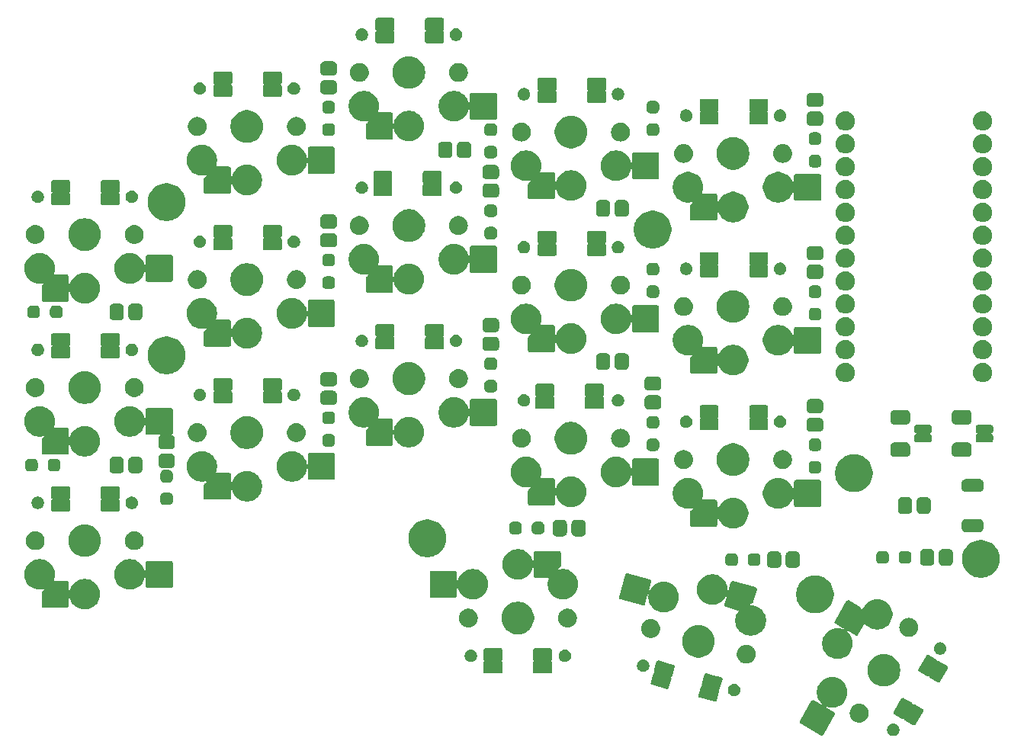
<source format=gts>
G04 #@! TF.GenerationSoftware,KiCad,Pcbnew,9.0.7*
G04 #@! TF.CreationDate,2026-01-09T00:20:34+01:00*
G04 #@! TF.ProjectId,chocofi,63686f63-6f66-4692-9e6b-696361645f70,2.1*
G04 #@! TF.SameCoordinates,Original*
G04 #@! TF.FileFunction,Soldermask,Top*
G04 #@! TF.FilePolarity,Negative*
%FSLAX46Y46*%
G04 Gerber Fmt 4.6, Leading zero omitted, Abs format (unit mm)*
G04 Created by KiCad (PCBNEW 9.0.7) date 2026-01-09 00:20:34*
%MOMM*%
%LPD*%
G01*
G04 APERTURE LIST*
G04 APERTURE END LIST*
G36*
X175889142Y-124745292D02*
G01*
X176015069Y-124797453D01*
X176128401Y-124873179D01*
X176224781Y-124969559D01*
X176300507Y-125082891D01*
X176352668Y-125208818D01*
X176379259Y-125342502D01*
X176379259Y-125478804D01*
X176352668Y-125612488D01*
X176300507Y-125738415D01*
X176224781Y-125851747D01*
X176128401Y-125948127D01*
X176015069Y-126023853D01*
X175889142Y-126076014D01*
X175755458Y-126102605D01*
X175619156Y-126102605D01*
X175485472Y-126076014D01*
X175359545Y-126023853D01*
X175246213Y-125948127D01*
X175149833Y-125851747D01*
X175074107Y-125738415D01*
X175021946Y-125612488D01*
X174995355Y-125478804D01*
X174995355Y-125342502D01*
X175021946Y-125208818D01*
X175074107Y-125082891D01*
X175149833Y-124969559D01*
X175246213Y-124873179D01*
X175359545Y-124797453D01*
X175485472Y-124745292D01*
X175619156Y-124718701D01*
X175755458Y-124718701D01*
X175889142Y-124745292D01*
G37*
G36*
X169244059Y-119577792D02*
G01*
X169458852Y-119635346D01*
X169664296Y-119720443D01*
X169856874Y-119831629D01*
X170033293Y-119966999D01*
X170190533Y-120124239D01*
X170325903Y-120300658D01*
X170437089Y-120493236D01*
X170522186Y-120698680D01*
X170579740Y-120913473D01*
X170608765Y-121133942D01*
X170608765Y-121356312D01*
X170579740Y-121576781D01*
X170522186Y-121791574D01*
X170437089Y-121997018D01*
X170325903Y-122189596D01*
X170190533Y-122366015D01*
X170033293Y-122523255D01*
X169856874Y-122658625D01*
X169664296Y-122769811D01*
X169458852Y-122854908D01*
X169244059Y-122912462D01*
X169023590Y-122941487D01*
X168801220Y-122941487D01*
X168580751Y-122912462D01*
X168365958Y-122854908D01*
X168264642Y-122812941D01*
X168223265Y-122896845D01*
X169146471Y-123429856D01*
X169146479Y-123429863D01*
X169150738Y-123432322D01*
X169209409Y-123483775D01*
X169243923Y-123553763D01*
X169249027Y-123631632D01*
X169223943Y-123705527D01*
X168898506Y-124269200D01*
X167926408Y-125952926D01*
X167926403Y-125952930D01*
X167923943Y-125957193D01*
X167872490Y-126015864D01*
X167802502Y-126050378D01*
X167724633Y-126055482D01*
X167650738Y-126030398D01*
X167241127Y-125793909D01*
X165403338Y-124732863D01*
X165403331Y-124732857D01*
X165399072Y-124730398D01*
X165340401Y-124678945D01*
X165305887Y-124608957D01*
X165300783Y-124531088D01*
X165325867Y-124457193D01*
X165328329Y-124452928D01*
X165328330Y-124452926D01*
X166623401Y-122209793D01*
X166623409Y-122209782D01*
X166625867Y-122205527D01*
X166677320Y-122146856D01*
X166747308Y-122112342D01*
X166825177Y-122107238D01*
X166899072Y-122132322D01*
X167826546Y-122667799D01*
X167878520Y-122590014D01*
X167791517Y-122523255D01*
X167634277Y-122366015D01*
X167498907Y-122189596D01*
X167387721Y-121997018D01*
X167302624Y-121791574D01*
X167245070Y-121576781D01*
X167216045Y-121356312D01*
X167216045Y-121133942D01*
X167245070Y-120913473D01*
X167302624Y-120698680D01*
X167387721Y-120493236D01*
X167498907Y-120300658D01*
X167634277Y-120124239D01*
X167791517Y-119966999D01*
X167967936Y-119831629D01*
X168160514Y-119720443D01*
X168365958Y-119635346D01*
X168580751Y-119577792D01*
X168801220Y-119548767D01*
X169023590Y-119548767D01*
X169244059Y-119577792D01*
G37*
G36*
X176860769Y-121872243D02*
G01*
X176865035Y-121874706D01*
X177722530Y-122369780D01*
X177722532Y-122369781D01*
X177726795Y-122372243D01*
X177785466Y-122423696D01*
X177819979Y-122493685D01*
X177823865Y-122552971D01*
X177868153Y-122578541D01*
X177921442Y-122552264D01*
X177999310Y-122547159D01*
X178073205Y-122572243D01*
X178077471Y-122574706D01*
X178934966Y-123069780D01*
X178934968Y-123069781D01*
X178939231Y-123072243D01*
X178997902Y-123123696D01*
X179032415Y-123193685D01*
X179037520Y-123271553D01*
X179012436Y-123345448D01*
X178162436Y-124817692D01*
X178110983Y-124876363D01*
X178040994Y-124910876D01*
X177963126Y-124915981D01*
X177889231Y-124890897D01*
X177023205Y-124390897D01*
X176964534Y-124339444D01*
X176930021Y-124269455D01*
X176926134Y-124210167D01*
X176881846Y-124184598D01*
X176828558Y-124210876D01*
X176750690Y-124215981D01*
X176676795Y-124190897D01*
X175810769Y-123690897D01*
X175752098Y-123639444D01*
X175717585Y-123569455D01*
X175712480Y-123491587D01*
X175737564Y-123417692D01*
X175740026Y-123413427D01*
X175740027Y-123413425D01*
X176585101Y-121949712D01*
X176585104Y-121949708D01*
X176587564Y-121945448D01*
X176639017Y-121886777D01*
X176709006Y-121852264D01*
X176786874Y-121847159D01*
X176860769Y-121872243D01*
G37*
G36*
X172002962Y-122507300D02*
G01*
X172013006Y-122507300D01*
X172052249Y-122515106D01*
X172155288Y-122531425D01*
X172188433Y-122542194D01*
X172215060Y-122547491D01*
X172252635Y-122563055D01*
X172312107Y-122582379D01*
X172367824Y-122610768D01*
X172405391Y-122626329D01*
X172427958Y-122641407D01*
X172459009Y-122657229D01*
X172543409Y-122718549D01*
X172576684Y-122740783D01*
X172583786Y-122747885D01*
X172592402Y-122754145D01*
X172708994Y-122870737D01*
X172715253Y-122879352D01*
X172722357Y-122886456D01*
X172744593Y-122919735D01*
X172805910Y-123004130D01*
X172821729Y-123035178D01*
X172836811Y-123057749D01*
X172852373Y-123095320D01*
X172880760Y-123151032D01*
X172900081Y-123210496D01*
X172915649Y-123248080D01*
X172920946Y-123274712D01*
X172931714Y-123307851D01*
X172948032Y-123410885D01*
X172955840Y-123450134D01*
X172955840Y-123460177D01*
X172957506Y-123470696D01*
X172957506Y-123635583D01*
X172955840Y-123646101D01*
X172955840Y-123656146D01*
X172948032Y-123695398D01*
X172931714Y-123798428D01*
X172920946Y-123831565D01*
X172915649Y-123858200D01*
X172900079Y-123895787D01*
X172880760Y-123955247D01*
X172852375Y-124010954D01*
X172836811Y-124048531D01*
X172821727Y-124071104D01*
X172805910Y-124102149D01*
X172744601Y-124186532D01*
X172722357Y-124219824D01*
X172715251Y-124226929D01*
X172708994Y-124235542D01*
X172592402Y-124352134D01*
X172583789Y-124358391D01*
X172576684Y-124365497D01*
X172543392Y-124387741D01*
X172459009Y-124449050D01*
X172427964Y-124464867D01*
X172405391Y-124479951D01*
X172367814Y-124495515D01*
X172312107Y-124523900D01*
X172252647Y-124543219D01*
X172215060Y-124558789D01*
X172188425Y-124564086D01*
X172155288Y-124574854D01*
X172052258Y-124591172D01*
X172013006Y-124598980D01*
X172002962Y-124598980D01*
X171992443Y-124600646D01*
X171827557Y-124600646D01*
X171817038Y-124598980D01*
X171806994Y-124598980D01*
X171767742Y-124591172D01*
X171664711Y-124574854D01*
X171631572Y-124564086D01*
X171604940Y-124558789D01*
X171567356Y-124543221D01*
X171507892Y-124523900D01*
X171452180Y-124495513D01*
X171414609Y-124479951D01*
X171392038Y-124464869D01*
X171360990Y-124449050D01*
X171276595Y-124387733D01*
X171243316Y-124365497D01*
X171236212Y-124358393D01*
X171227597Y-124352134D01*
X171111005Y-124235542D01*
X171104745Y-124226926D01*
X171097643Y-124219824D01*
X171075409Y-124186549D01*
X171014089Y-124102149D01*
X170998267Y-124071098D01*
X170983189Y-124048531D01*
X170967628Y-124010964D01*
X170939239Y-123955247D01*
X170919915Y-123895775D01*
X170904351Y-123858200D01*
X170899054Y-123831573D01*
X170888285Y-123798428D01*
X170871966Y-123695389D01*
X170864160Y-123656146D01*
X170864160Y-123646102D01*
X170862494Y-123635583D01*
X170862494Y-123470696D01*
X170864160Y-123460176D01*
X170864160Y-123450134D01*
X170871965Y-123410894D01*
X170888285Y-123307851D01*
X170899055Y-123274704D01*
X170904351Y-123248080D01*
X170919914Y-123210507D01*
X170939239Y-123151032D01*
X170967630Y-123095309D01*
X170983189Y-123057749D01*
X170998265Y-123035184D01*
X171014089Y-123004130D01*
X171075418Y-122919718D01*
X171097643Y-122886456D01*
X171104742Y-122879356D01*
X171111005Y-122870737D01*
X171227597Y-122754145D01*
X171236216Y-122747882D01*
X171243316Y-122740783D01*
X171276578Y-122718558D01*
X171360990Y-122657229D01*
X171392044Y-122641405D01*
X171414609Y-122626329D01*
X171452169Y-122610770D01*
X171507892Y-122582379D01*
X171567367Y-122563054D01*
X171604940Y-122547491D01*
X171631564Y-122542195D01*
X171664711Y-122531425D01*
X171767751Y-122515105D01*
X171806994Y-122507300D01*
X171817038Y-122507300D01*
X171827557Y-122505634D01*
X171992443Y-122505634D01*
X172002962Y-122507300D01*
G37*
G36*
X154947605Y-119139460D02*
G01*
X155750340Y-119354552D01*
X156584920Y-119578176D01*
X156584923Y-119578177D01*
X156589679Y-119579452D01*
X156659668Y-119613967D01*
X156711120Y-119672638D01*
X156736205Y-119746532D01*
X156731101Y-119824401D01*
X156472282Y-120790327D01*
X156437767Y-120860316D01*
X156379096Y-120911768D01*
X156322835Y-120930866D01*
X156309600Y-120980262D01*
X156348774Y-121024933D01*
X156373859Y-121098827D01*
X156368755Y-121176696D01*
X156109936Y-122142622D01*
X156075421Y-122212611D01*
X156016750Y-122264063D01*
X155942856Y-122289147D01*
X155864987Y-122284043D01*
X154222913Y-121844051D01*
X154152924Y-121809536D01*
X154101472Y-121750865D01*
X154076387Y-121676971D01*
X154081491Y-121599102D01*
X154215539Y-121098827D01*
X154339034Y-120637934D01*
X154339036Y-120637929D01*
X154340310Y-120633176D01*
X154374825Y-120563187D01*
X154433496Y-120511735D01*
X154489755Y-120492637D01*
X154502990Y-120443239D01*
X154463818Y-120398570D01*
X154438733Y-120324676D01*
X154443837Y-120246807D01*
X154564088Y-119798023D01*
X154701380Y-119285639D01*
X154701382Y-119285634D01*
X154702656Y-119280881D01*
X154737171Y-119210892D01*
X154795842Y-119159440D01*
X154869736Y-119134356D01*
X154947605Y-119139460D01*
G37*
G36*
X158216928Y-120322563D02*
G01*
X158342855Y-120374724D01*
X158456187Y-120450450D01*
X158552567Y-120546830D01*
X158628293Y-120660162D01*
X158680454Y-120786089D01*
X158707045Y-120919773D01*
X158707045Y-121056075D01*
X158680454Y-121189759D01*
X158628293Y-121315686D01*
X158552567Y-121429018D01*
X158456187Y-121525398D01*
X158342855Y-121601124D01*
X158216928Y-121653285D01*
X158083244Y-121679876D01*
X157946942Y-121679876D01*
X157813258Y-121653285D01*
X157687331Y-121601124D01*
X157573999Y-121525398D01*
X157477619Y-121429018D01*
X157401893Y-121315686D01*
X157349732Y-121189759D01*
X157323141Y-121056075D01*
X157323141Y-120919773D01*
X157349732Y-120786089D01*
X157401893Y-120660162D01*
X157477619Y-120546830D01*
X157573999Y-120450450D01*
X157687331Y-120374724D01*
X157813258Y-120322563D01*
X157946942Y-120295972D01*
X158083244Y-120295972D01*
X158216928Y-120322563D01*
G37*
G36*
X149635013Y-117715957D02*
G01*
X150319688Y-117899415D01*
X151272328Y-118154673D01*
X151272331Y-118154674D01*
X151277087Y-118155949D01*
X151347076Y-118190464D01*
X151398528Y-118249135D01*
X151423613Y-118323029D01*
X151418509Y-118400898D01*
X151159690Y-119366824D01*
X151125175Y-119436813D01*
X151066504Y-119488265D01*
X151010243Y-119507363D01*
X150997008Y-119556759D01*
X151036182Y-119601430D01*
X151061267Y-119675324D01*
X151056163Y-119753193D01*
X150797344Y-120719119D01*
X150762829Y-120789108D01*
X150704158Y-120840560D01*
X150630264Y-120865644D01*
X150552395Y-120860540D01*
X148910321Y-120420548D01*
X148840332Y-120386033D01*
X148788880Y-120327362D01*
X148763795Y-120253468D01*
X148768899Y-120175599D01*
X148903667Y-119672638D01*
X149026442Y-119214431D01*
X149026444Y-119214426D01*
X149027718Y-119209673D01*
X149062233Y-119139684D01*
X149120904Y-119088232D01*
X149177163Y-119069134D01*
X149190398Y-119019736D01*
X149151226Y-118975067D01*
X149126141Y-118901173D01*
X149131245Y-118823304D01*
X149255238Y-118360556D01*
X149388788Y-117862136D01*
X149388790Y-117862131D01*
X149390064Y-117857378D01*
X149424579Y-117787389D01*
X149483250Y-117735937D01*
X149557144Y-117710853D01*
X149635013Y-117715957D01*
G37*
G36*
X175013991Y-117010365D02*
G01*
X175243252Y-117071795D01*
X175462533Y-117162624D01*
X175668082Y-117281298D01*
X175856383Y-117425787D01*
X176024213Y-117593617D01*
X176168702Y-117781918D01*
X176287376Y-117987467D01*
X176378205Y-118206748D01*
X176439635Y-118436009D01*
X176470615Y-118671326D01*
X176470615Y-118908674D01*
X176439635Y-119143991D01*
X176378205Y-119373252D01*
X176287376Y-119592533D01*
X176168702Y-119798082D01*
X176024213Y-119986383D01*
X175856383Y-120154213D01*
X175668082Y-120298702D01*
X175462533Y-120417376D01*
X175243252Y-120508205D01*
X175013991Y-120569635D01*
X174778674Y-120600615D01*
X174541326Y-120600615D01*
X174306009Y-120569635D01*
X174076748Y-120508205D01*
X173857467Y-120417376D01*
X173651918Y-120298702D01*
X173463617Y-120154213D01*
X173295787Y-119986383D01*
X173151298Y-119798082D01*
X173032624Y-119592533D01*
X172941795Y-119373252D01*
X172880365Y-119143991D01*
X172849385Y-118908674D01*
X172849385Y-118671326D01*
X172880365Y-118436009D01*
X172941795Y-118206748D01*
X173032624Y-117987467D01*
X173151298Y-117781918D01*
X173295787Y-117593617D01*
X173463617Y-117425787D01*
X173651918Y-117281298D01*
X173857467Y-117162624D01*
X174076748Y-117071795D01*
X174306009Y-117010365D01*
X174541326Y-116979385D01*
X174778674Y-116979385D01*
X175013991Y-117010365D01*
G37*
G36*
X179610769Y-117109103D02*
G01*
X179615035Y-117111566D01*
X180472530Y-117606640D01*
X180472532Y-117606641D01*
X180476795Y-117609103D01*
X180535466Y-117660556D01*
X180569979Y-117730545D01*
X180573865Y-117789831D01*
X180618153Y-117815401D01*
X180671442Y-117789124D01*
X180749310Y-117784019D01*
X180823205Y-117809103D01*
X180827471Y-117811566D01*
X181684966Y-118306640D01*
X181684968Y-118306641D01*
X181689231Y-118309103D01*
X181747902Y-118360556D01*
X181782415Y-118430545D01*
X181787520Y-118508413D01*
X181762436Y-118582308D01*
X180912436Y-120054552D01*
X180860983Y-120113223D01*
X180790994Y-120147736D01*
X180713126Y-120152841D01*
X180639231Y-120127757D01*
X179855815Y-119675452D01*
X179777469Y-119630219D01*
X179777468Y-119630218D01*
X179773205Y-119627757D01*
X179714534Y-119576304D01*
X179680021Y-119506315D01*
X179676134Y-119447027D01*
X179631846Y-119421458D01*
X179578558Y-119447736D01*
X179500690Y-119452841D01*
X179426795Y-119427757D01*
X178641865Y-118974578D01*
X178565033Y-118930219D01*
X178565032Y-118930218D01*
X178560769Y-118927757D01*
X178502098Y-118876304D01*
X178467585Y-118806315D01*
X178462480Y-118728447D01*
X178487564Y-118654552D01*
X178490026Y-118650287D01*
X178490027Y-118650285D01*
X179335101Y-117186572D01*
X179335104Y-117186568D01*
X179337564Y-117182308D01*
X179389017Y-117123637D01*
X179459006Y-117089124D01*
X179536874Y-117084019D01*
X179610769Y-117109103D01*
G37*
G36*
X132176537Y-116365224D02*
G01*
X132241421Y-116408579D01*
X132284776Y-116473463D01*
X132300000Y-116550000D01*
X132300000Y-117550000D01*
X132284776Y-117626537D01*
X132241421Y-117691421D01*
X132192019Y-117724431D01*
X132192019Y-117775568D01*
X132241421Y-117808579D01*
X132284776Y-117873463D01*
X132300000Y-117950000D01*
X132300000Y-118950000D01*
X132284776Y-119026537D01*
X132241421Y-119091421D01*
X132176537Y-119134776D01*
X132100000Y-119150000D01*
X130400000Y-119150000D01*
X130323463Y-119134776D01*
X130258579Y-119091421D01*
X130215224Y-119026537D01*
X130200000Y-118950000D01*
X130200000Y-117950000D01*
X130215224Y-117873463D01*
X130258579Y-117808579D01*
X130307980Y-117775569D01*
X130307980Y-117724430D01*
X130258579Y-117691421D01*
X130215224Y-117626537D01*
X130200000Y-117550000D01*
X130200000Y-116550000D01*
X130215224Y-116473463D01*
X130258579Y-116408579D01*
X130323463Y-116365224D01*
X130400000Y-116350000D01*
X132100000Y-116350000D01*
X132176537Y-116365224D01*
G37*
G36*
X137676537Y-116365224D02*
G01*
X137741421Y-116408579D01*
X137784776Y-116473463D01*
X137800000Y-116550000D01*
X137800000Y-117550000D01*
X137784776Y-117626537D01*
X137741421Y-117691421D01*
X137692019Y-117724431D01*
X137692019Y-117775568D01*
X137741421Y-117808579D01*
X137784776Y-117873463D01*
X137800000Y-117950000D01*
X137800000Y-118950000D01*
X137784776Y-119026537D01*
X137741421Y-119091421D01*
X137676537Y-119134776D01*
X137600000Y-119150000D01*
X135900000Y-119150000D01*
X135823463Y-119134776D01*
X135758579Y-119091421D01*
X135715224Y-119026537D01*
X135700000Y-118950000D01*
X135700000Y-117950000D01*
X135715224Y-117873463D01*
X135758579Y-117808579D01*
X135807980Y-117775569D01*
X135807980Y-117724430D01*
X135758579Y-117691421D01*
X135715224Y-117626537D01*
X135700000Y-117550000D01*
X135700000Y-116550000D01*
X135715224Y-116473463D01*
X135758579Y-116408579D01*
X135823463Y-116365224D01*
X135900000Y-116350000D01*
X137600000Y-116350000D01*
X137676537Y-116365224D01*
G37*
G36*
X148132662Y-117620492D02*
G01*
X148258589Y-117672653D01*
X148371921Y-117748379D01*
X148468301Y-117844759D01*
X148544027Y-117958091D01*
X148596188Y-118084018D01*
X148622779Y-118217702D01*
X148622779Y-118354004D01*
X148596188Y-118487688D01*
X148544027Y-118613615D01*
X148468301Y-118726947D01*
X148371921Y-118823327D01*
X148258589Y-118899053D01*
X148132662Y-118951214D01*
X147998978Y-118977805D01*
X147862676Y-118977805D01*
X147728992Y-118951214D01*
X147603065Y-118899053D01*
X147489733Y-118823327D01*
X147393353Y-118726947D01*
X147317627Y-118613615D01*
X147265466Y-118487688D01*
X147238875Y-118354004D01*
X147238875Y-118217702D01*
X147265466Y-118084018D01*
X147317627Y-117958091D01*
X147393353Y-117844759D01*
X147489733Y-117748379D01*
X147603065Y-117672653D01*
X147728992Y-117620492D01*
X147862676Y-117593901D01*
X147998978Y-117593901D01*
X148132662Y-117620492D01*
G37*
G36*
X159465554Y-115957665D02*
G01*
X159475598Y-115957665D01*
X159514841Y-115965471D01*
X159617880Y-115981790D01*
X159651025Y-115992559D01*
X159677652Y-115997856D01*
X159715227Y-116013420D01*
X159774699Y-116032744D01*
X159830416Y-116061133D01*
X159867983Y-116076694D01*
X159890550Y-116091772D01*
X159921601Y-116107594D01*
X160006001Y-116168914D01*
X160039276Y-116191148D01*
X160046378Y-116198250D01*
X160054994Y-116204510D01*
X160171586Y-116321102D01*
X160177845Y-116329717D01*
X160184949Y-116336821D01*
X160207185Y-116370100D01*
X160268502Y-116454495D01*
X160284321Y-116485543D01*
X160299403Y-116508114D01*
X160314965Y-116545685D01*
X160343352Y-116601397D01*
X160362673Y-116660861D01*
X160378241Y-116698445D01*
X160383538Y-116725077D01*
X160394306Y-116758216D01*
X160410624Y-116861250D01*
X160418432Y-116900499D01*
X160418432Y-116910542D01*
X160420098Y-116921061D01*
X160420098Y-117085948D01*
X160418432Y-117096466D01*
X160418432Y-117106511D01*
X160410624Y-117145763D01*
X160394306Y-117248793D01*
X160383538Y-117281930D01*
X160378241Y-117308565D01*
X160362671Y-117346152D01*
X160343352Y-117405612D01*
X160314967Y-117461319D01*
X160299403Y-117498896D01*
X160284319Y-117521469D01*
X160268502Y-117552514D01*
X160207193Y-117636897D01*
X160184949Y-117670189D01*
X160177843Y-117677294D01*
X160171586Y-117685907D01*
X160054994Y-117802499D01*
X160046381Y-117808756D01*
X160039276Y-117815862D01*
X160005984Y-117838106D01*
X159921601Y-117899415D01*
X159890556Y-117915232D01*
X159867983Y-117930316D01*
X159830406Y-117945880D01*
X159774699Y-117974265D01*
X159715239Y-117993584D01*
X159677652Y-118009154D01*
X159651017Y-118014451D01*
X159617880Y-118025219D01*
X159514850Y-118041537D01*
X159475598Y-118049345D01*
X159465554Y-118049345D01*
X159455035Y-118051011D01*
X159290149Y-118051011D01*
X159279630Y-118049345D01*
X159269586Y-118049345D01*
X159230334Y-118041537D01*
X159127303Y-118025219D01*
X159094164Y-118014451D01*
X159067532Y-118009154D01*
X159029948Y-117993586D01*
X158970484Y-117974265D01*
X158914772Y-117945878D01*
X158877201Y-117930316D01*
X158854630Y-117915234D01*
X158823582Y-117899415D01*
X158739187Y-117838098D01*
X158705908Y-117815862D01*
X158698804Y-117808758D01*
X158690189Y-117802499D01*
X158573597Y-117685907D01*
X158567337Y-117677291D01*
X158560235Y-117670189D01*
X158538001Y-117636914D01*
X158476681Y-117552514D01*
X158460859Y-117521463D01*
X158445781Y-117498896D01*
X158430220Y-117461329D01*
X158401831Y-117405612D01*
X158382507Y-117346140D01*
X158366943Y-117308565D01*
X158361646Y-117281938D01*
X158350877Y-117248793D01*
X158334558Y-117145754D01*
X158326752Y-117106511D01*
X158326752Y-117096467D01*
X158325086Y-117085948D01*
X158325086Y-116921061D01*
X158326752Y-116910541D01*
X158326752Y-116900499D01*
X158334557Y-116861259D01*
X158350877Y-116758216D01*
X158361647Y-116725069D01*
X158366943Y-116698445D01*
X158382506Y-116660872D01*
X158401831Y-116601397D01*
X158430222Y-116545674D01*
X158445781Y-116508114D01*
X158460857Y-116485549D01*
X158476681Y-116454495D01*
X158538010Y-116370083D01*
X158560235Y-116336821D01*
X158567334Y-116329721D01*
X158573597Y-116321102D01*
X158690189Y-116204510D01*
X158698808Y-116198247D01*
X158705908Y-116191148D01*
X158739170Y-116168923D01*
X158823582Y-116107594D01*
X158854636Y-116091770D01*
X158877201Y-116076694D01*
X158914761Y-116061135D01*
X158970484Y-116032744D01*
X159029959Y-116013419D01*
X159067532Y-115997856D01*
X159094156Y-115992560D01*
X159127303Y-115981790D01*
X159230343Y-115965470D01*
X159269586Y-115957665D01*
X159279630Y-115957665D01*
X159290149Y-115955999D01*
X159455035Y-115955999D01*
X159465554Y-115957665D01*
G37*
G36*
X128991835Y-116524639D02*
G01*
X129117762Y-116576800D01*
X129231094Y-116652526D01*
X129327474Y-116748906D01*
X129403200Y-116862238D01*
X129455361Y-116988165D01*
X129481952Y-117121849D01*
X129481952Y-117258151D01*
X129455361Y-117391835D01*
X129403200Y-117517762D01*
X129327474Y-117631094D01*
X129231094Y-117727474D01*
X129117762Y-117803200D01*
X128991835Y-117855361D01*
X128858151Y-117881952D01*
X128721849Y-117881952D01*
X128588165Y-117855361D01*
X128462238Y-117803200D01*
X128348906Y-117727474D01*
X128252526Y-117631094D01*
X128176800Y-117517762D01*
X128124639Y-117391835D01*
X128098048Y-117258151D01*
X128098048Y-117121849D01*
X128124639Y-116988165D01*
X128176800Y-116862238D01*
X128252526Y-116748906D01*
X128348906Y-116652526D01*
X128462238Y-116576800D01*
X128588165Y-116524639D01*
X128721849Y-116498048D01*
X128858151Y-116498048D01*
X128991835Y-116524639D01*
G37*
G36*
X139431835Y-116524639D02*
G01*
X139557762Y-116576800D01*
X139671094Y-116652526D01*
X139767474Y-116748906D01*
X139843200Y-116862238D01*
X139895361Y-116988165D01*
X139921952Y-117121849D01*
X139921952Y-117258151D01*
X139895361Y-117391835D01*
X139843200Y-117517762D01*
X139767474Y-117631094D01*
X139671094Y-117727474D01*
X139557762Y-117803200D01*
X139431835Y-117855361D01*
X139298151Y-117881952D01*
X139161849Y-117881952D01*
X139028165Y-117855361D01*
X138902238Y-117803200D01*
X138788906Y-117727474D01*
X138692526Y-117631094D01*
X138616800Y-117517762D01*
X138564639Y-117391835D01*
X138538048Y-117258151D01*
X138538048Y-117121849D01*
X138564639Y-116988165D01*
X138616800Y-116862238D01*
X138692526Y-116748906D01*
X138788906Y-116652526D01*
X138902238Y-116576800D01*
X139028165Y-116524639D01*
X139161849Y-116498048D01*
X139298151Y-116498048D01*
X139431835Y-116524639D01*
G37*
G36*
X174244059Y-110917538D02*
G01*
X174458852Y-110975092D01*
X174664296Y-111060189D01*
X174856874Y-111171375D01*
X175033293Y-111306745D01*
X175190533Y-111463985D01*
X175325903Y-111640404D01*
X175437089Y-111832982D01*
X175522186Y-112038426D01*
X175579740Y-112253219D01*
X175608765Y-112473688D01*
X175608765Y-112696058D01*
X175579740Y-112916527D01*
X175522186Y-113131320D01*
X175437089Y-113336764D01*
X175325903Y-113529342D01*
X175190533Y-113705761D01*
X175033293Y-113863001D01*
X174856874Y-113998371D01*
X174664296Y-114109557D01*
X174458852Y-114194654D01*
X174244059Y-114252208D01*
X174023590Y-114281233D01*
X173801220Y-114281233D01*
X173580751Y-114252208D01*
X173365958Y-114194654D01*
X173160514Y-114109557D01*
X172967936Y-113998371D01*
X172791517Y-113863001D01*
X172634277Y-113705761D01*
X172562311Y-113611973D01*
X172509104Y-113615461D01*
X171796152Y-114850333D01*
X171796147Y-114850337D01*
X171793687Y-114854600D01*
X171742234Y-114913271D01*
X171672246Y-114947785D01*
X171594377Y-114952889D01*
X171520482Y-114927805D01*
X170593006Y-114392326D01*
X170541032Y-114470111D01*
X170628037Y-114536872D01*
X170785277Y-114694112D01*
X170920647Y-114870531D01*
X171031833Y-115063109D01*
X171116930Y-115268553D01*
X171174484Y-115483346D01*
X171203509Y-115703815D01*
X171203509Y-115926185D01*
X171174484Y-116146654D01*
X171116930Y-116361447D01*
X171031833Y-116566891D01*
X170920647Y-116759469D01*
X170785277Y-116935888D01*
X170628037Y-117093128D01*
X170451618Y-117228498D01*
X170259040Y-117339684D01*
X170053596Y-117424781D01*
X169838803Y-117482335D01*
X169618334Y-117511360D01*
X169395964Y-117511360D01*
X169175495Y-117482335D01*
X168960702Y-117424781D01*
X168755258Y-117339684D01*
X168562680Y-117228498D01*
X168386261Y-117093128D01*
X168229021Y-116935888D01*
X168093651Y-116759469D01*
X167982465Y-116566891D01*
X167897368Y-116361447D01*
X167839814Y-116146654D01*
X167810789Y-115926185D01*
X167810789Y-115703815D01*
X167839814Y-115483346D01*
X167897368Y-115268553D01*
X167982465Y-115063109D01*
X168093651Y-114870531D01*
X168229021Y-114694112D01*
X168386261Y-114536872D01*
X168562680Y-114401502D01*
X168755258Y-114290316D01*
X168960702Y-114205219D01*
X169175495Y-114147665D01*
X169395964Y-114118640D01*
X169618334Y-114118640D01*
X169838803Y-114147665D01*
X170053596Y-114205219D01*
X170154911Y-114247184D01*
X170196288Y-114163281D01*
X170119152Y-114118747D01*
X170102795Y-114109303D01*
X169273082Y-113630270D01*
X169273075Y-113630264D01*
X169268816Y-113627805D01*
X169210145Y-113576352D01*
X169175631Y-113506364D01*
X169170527Y-113428495D01*
X169195611Y-113354600D01*
X169198073Y-113350335D01*
X169198074Y-113350333D01*
X170493145Y-111107200D01*
X170493153Y-111107189D01*
X170495611Y-111102934D01*
X170547064Y-111044263D01*
X170617052Y-111009749D01*
X170694921Y-111004645D01*
X170768816Y-111029729D01*
X170773082Y-111032192D01*
X172005100Y-111743496D01*
X172005114Y-111743506D01*
X172007232Y-111744729D01*
X172039101Y-111767566D01*
X172086607Y-111829476D01*
X172100417Y-111866169D01*
X172186288Y-112186645D01*
X172262909Y-112186645D01*
X172302624Y-112038426D01*
X172387721Y-111832982D01*
X172498907Y-111640404D01*
X172634277Y-111463985D01*
X172791517Y-111306745D01*
X172967936Y-111171375D01*
X173160514Y-111060189D01*
X173365958Y-110975092D01*
X173580751Y-110917538D01*
X173801220Y-110888513D01*
X174023590Y-110888513D01*
X174244059Y-110917538D01*
G37*
G36*
X154413991Y-113800365D02*
G01*
X154643252Y-113861795D01*
X154862533Y-113952624D01*
X155068082Y-114071298D01*
X155256383Y-114215787D01*
X155424213Y-114383617D01*
X155568702Y-114571918D01*
X155687376Y-114777467D01*
X155778205Y-114996748D01*
X155839635Y-115226009D01*
X155870615Y-115461326D01*
X155870615Y-115698674D01*
X155839635Y-115933991D01*
X155778205Y-116163252D01*
X155687376Y-116382533D01*
X155568702Y-116588082D01*
X155424213Y-116776383D01*
X155256383Y-116944213D01*
X155068082Y-117088702D01*
X154862533Y-117207376D01*
X154643252Y-117298205D01*
X154413991Y-117359635D01*
X154178674Y-117390615D01*
X153941326Y-117390615D01*
X153706009Y-117359635D01*
X153476748Y-117298205D01*
X153257467Y-117207376D01*
X153051918Y-117088702D01*
X152863617Y-116944213D01*
X152695787Y-116776383D01*
X152551298Y-116588082D01*
X152432624Y-116382533D01*
X152341795Y-116163252D01*
X152280365Y-115933991D01*
X152249385Y-115698674D01*
X152249385Y-115461326D01*
X152280365Y-115226009D01*
X152341795Y-114996748D01*
X152432624Y-114777467D01*
X152551298Y-114571918D01*
X152695787Y-114383617D01*
X152863617Y-114215787D01*
X153051918Y-114071298D01*
X153257467Y-113952624D01*
X153476748Y-113861795D01*
X153706009Y-113800365D01*
X153941326Y-113769385D01*
X154178674Y-113769385D01*
X154413991Y-113800365D01*
G37*
G36*
X181109142Y-115703986D02*
G01*
X181235069Y-115756147D01*
X181348401Y-115831873D01*
X181444781Y-115928253D01*
X181520507Y-116041585D01*
X181572668Y-116167512D01*
X181599259Y-116301196D01*
X181599259Y-116437498D01*
X181572668Y-116571182D01*
X181520507Y-116697109D01*
X181444781Y-116810441D01*
X181348401Y-116906821D01*
X181235069Y-116982547D01*
X181109142Y-117034708D01*
X180975458Y-117061299D01*
X180839156Y-117061299D01*
X180705472Y-117034708D01*
X180579545Y-116982547D01*
X180466213Y-116906821D01*
X180369833Y-116810441D01*
X180294107Y-116697109D01*
X180241946Y-116571182D01*
X180215355Y-116437498D01*
X180215355Y-116301196D01*
X180241946Y-116167512D01*
X180294107Y-116041585D01*
X180369833Y-115928253D01*
X180466213Y-115831873D01*
X180579545Y-115756147D01*
X180705472Y-115703986D01*
X180839156Y-115677395D01*
X180975458Y-115677395D01*
X181109142Y-115703986D01*
G37*
G36*
X148840370Y-113110655D02*
G01*
X148850414Y-113110655D01*
X148889657Y-113118461D01*
X148992696Y-113134780D01*
X149025841Y-113145549D01*
X149052468Y-113150846D01*
X149090043Y-113166410D01*
X149149515Y-113185734D01*
X149205232Y-113214123D01*
X149242799Y-113229684D01*
X149265366Y-113244762D01*
X149296417Y-113260584D01*
X149380817Y-113321904D01*
X149414092Y-113344138D01*
X149421194Y-113351240D01*
X149429810Y-113357500D01*
X149546402Y-113474092D01*
X149552661Y-113482707D01*
X149559765Y-113489811D01*
X149582001Y-113523090D01*
X149643318Y-113607485D01*
X149659137Y-113638533D01*
X149674219Y-113661104D01*
X149689781Y-113698675D01*
X149718168Y-113754387D01*
X149737489Y-113813851D01*
X149753057Y-113851435D01*
X149758354Y-113878067D01*
X149769122Y-113911206D01*
X149785440Y-114014240D01*
X149793248Y-114053489D01*
X149793248Y-114063532D01*
X149794914Y-114074051D01*
X149794914Y-114238938D01*
X149793248Y-114249456D01*
X149793248Y-114259501D01*
X149785440Y-114298753D01*
X149769122Y-114401783D01*
X149758354Y-114434920D01*
X149753057Y-114461555D01*
X149737487Y-114499142D01*
X149718168Y-114558602D01*
X149689783Y-114614309D01*
X149674219Y-114651886D01*
X149659135Y-114674459D01*
X149643318Y-114705504D01*
X149582009Y-114789887D01*
X149559765Y-114823179D01*
X149552659Y-114830284D01*
X149546402Y-114838897D01*
X149429810Y-114955489D01*
X149421197Y-114961746D01*
X149414092Y-114968852D01*
X149380800Y-114991096D01*
X149296417Y-115052405D01*
X149265372Y-115068222D01*
X149242799Y-115083306D01*
X149205222Y-115098870D01*
X149149515Y-115127255D01*
X149090055Y-115146574D01*
X149052468Y-115162144D01*
X149025833Y-115167441D01*
X148992696Y-115178209D01*
X148889666Y-115194527D01*
X148850414Y-115202335D01*
X148840370Y-115202335D01*
X148829851Y-115204001D01*
X148664965Y-115204001D01*
X148654446Y-115202335D01*
X148644402Y-115202335D01*
X148605150Y-115194527D01*
X148502119Y-115178209D01*
X148468980Y-115167441D01*
X148442348Y-115162144D01*
X148404764Y-115146576D01*
X148345300Y-115127255D01*
X148289588Y-115098868D01*
X148252017Y-115083306D01*
X148229446Y-115068224D01*
X148198398Y-115052405D01*
X148114003Y-114991088D01*
X148080724Y-114968852D01*
X148073620Y-114961748D01*
X148065005Y-114955489D01*
X147948413Y-114838897D01*
X147942153Y-114830281D01*
X147935051Y-114823179D01*
X147912817Y-114789904D01*
X147851497Y-114705504D01*
X147835675Y-114674453D01*
X147820597Y-114651886D01*
X147805036Y-114614319D01*
X147776647Y-114558602D01*
X147757323Y-114499130D01*
X147741759Y-114461555D01*
X147736462Y-114434928D01*
X147725693Y-114401783D01*
X147709374Y-114298744D01*
X147701568Y-114259501D01*
X147701568Y-114249457D01*
X147699902Y-114238938D01*
X147699902Y-114074051D01*
X147701568Y-114063531D01*
X147701568Y-114053489D01*
X147709373Y-114014249D01*
X147725693Y-113911206D01*
X147736463Y-113878059D01*
X147741759Y-113851435D01*
X147757322Y-113813862D01*
X147776647Y-113754387D01*
X147805038Y-113698664D01*
X147820597Y-113661104D01*
X147835673Y-113638539D01*
X147851497Y-113607485D01*
X147912826Y-113523073D01*
X147935051Y-113489811D01*
X147942150Y-113482711D01*
X147948413Y-113474092D01*
X148065005Y-113357500D01*
X148073624Y-113351237D01*
X148080724Y-113344138D01*
X148113986Y-113321913D01*
X148198398Y-113260584D01*
X148229452Y-113244760D01*
X148252017Y-113229684D01*
X148289577Y-113214125D01*
X148345300Y-113185734D01*
X148404775Y-113166409D01*
X148442348Y-113150846D01*
X148468972Y-113145550D01*
X148502119Y-113134780D01*
X148605159Y-113118460D01*
X148644402Y-113110655D01*
X148654446Y-113110655D01*
X148664965Y-113108989D01*
X148829851Y-113108989D01*
X148840370Y-113110655D01*
G37*
G36*
X177502962Y-112981020D02*
G01*
X177513006Y-112981020D01*
X177552249Y-112988826D01*
X177655288Y-113005145D01*
X177688433Y-113015914D01*
X177715060Y-113021211D01*
X177752635Y-113036775D01*
X177812107Y-113056099D01*
X177867824Y-113084488D01*
X177905391Y-113100049D01*
X177927958Y-113115127D01*
X177959009Y-113130949D01*
X178043409Y-113192269D01*
X178076684Y-113214503D01*
X178083786Y-113221605D01*
X178092402Y-113227865D01*
X178208994Y-113344457D01*
X178215253Y-113353072D01*
X178222357Y-113360176D01*
X178244593Y-113393455D01*
X178305910Y-113477850D01*
X178321729Y-113508898D01*
X178336811Y-113531469D01*
X178352373Y-113569040D01*
X178380760Y-113624752D01*
X178400081Y-113684216D01*
X178415649Y-113721800D01*
X178420946Y-113748432D01*
X178431714Y-113781571D01*
X178448032Y-113884605D01*
X178455840Y-113923854D01*
X178455840Y-113933897D01*
X178457506Y-113944416D01*
X178457506Y-114109303D01*
X178455840Y-114119821D01*
X178455840Y-114129866D01*
X178448032Y-114169118D01*
X178431714Y-114272148D01*
X178420946Y-114305285D01*
X178415649Y-114331920D01*
X178400079Y-114369507D01*
X178380760Y-114428967D01*
X178352375Y-114484674D01*
X178336811Y-114522251D01*
X178321727Y-114544824D01*
X178305910Y-114575869D01*
X178244601Y-114660252D01*
X178222357Y-114693544D01*
X178215251Y-114700649D01*
X178208994Y-114709262D01*
X178092402Y-114825854D01*
X178083789Y-114832111D01*
X178076684Y-114839217D01*
X178043392Y-114861461D01*
X177959009Y-114922770D01*
X177927964Y-114938587D01*
X177905391Y-114953671D01*
X177867814Y-114969235D01*
X177812107Y-114997620D01*
X177752647Y-115016939D01*
X177715060Y-115032509D01*
X177688425Y-115037806D01*
X177655288Y-115048574D01*
X177552258Y-115064892D01*
X177513006Y-115072700D01*
X177502962Y-115072700D01*
X177492443Y-115074366D01*
X177327557Y-115074366D01*
X177317038Y-115072700D01*
X177306994Y-115072700D01*
X177267742Y-115064892D01*
X177164711Y-115048574D01*
X177131572Y-115037806D01*
X177104940Y-115032509D01*
X177067356Y-115016941D01*
X177007892Y-114997620D01*
X176952180Y-114969233D01*
X176914609Y-114953671D01*
X176892038Y-114938589D01*
X176860990Y-114922770D01*
X176776595Y-114861453D01*
X176743316Y-114839217D01*
X176736212Y-114832113D01*
X176727597Y-114825854D01*
X176611005Y-114709262D01*
X176604745Y-114700646D01*
X176597643Y-114693544D01*
X176575409Y-114660269D01*
X176514089Y-114575869D01*
X176498267Y-114544818D01*
X176483189Y-114522251D01*
X176467628Y-114484684D01*
X176439239Y-114428967D01*
X176419915Y-114369495D01*
X176404351Y-114331920D01*
X176399054Y-114305293D01*
X176388285Y-114272148D01*
X176371966Y-114169109D01*
X176364160Y-114129866D01*
X176364160Y-114119822D01*
X176362494Y-114109303D01*
X176362494Y-113944416D01*
X176364160Y-113933896D01*
X176364160Y-113923854D01*
X176371965Y-113884614D01*
X176388285Y-113781571D01*
X176399055Y-113748424D01*
X176404351Y-113721800D01*
X176419914Y-113684227D01*
X176439239Y-113624752D01*
X176467630Y-113569029D01*
X176483189Y-113531469D01*
X176498265Y-113508904D01*
X176514089Y-113477850D01*
X176575418Y-113393438D01*
X176597643Y-113360176D01*
X176604742Y-113353076D01*
X176611005Y-113344457D01*
X176727597Y-113227865D01*
X176736216Y-113221602D01*
X176743316Y-113214503D01*
X176776578Y-113192278D01*
X176860990Y-113130949D01*
X176892044Y-113115125D01*
X176914609Y-113100049D01*
X176952169Y-113084490D01*
X177007892Y-113056099D01*
X177067367Y-113036774D01*
X177104940Y-113021211D01*
X177131564Y-113015915D01*
X177164711Y-113005145D01*
X177267751Y-112988825D01*
X177306994Y-112981020D01*
X177317038Y-112981020D01*
X177327557Y-112979354D01*
X177492443Y-112979354D01*
X177502962Y-112981020D01*
G37*
G36*
X155931627Y-108165406D02*
G01*
X156146420Y-108222960D01*
X156351864Y-108308057D01*
X156544442Y-108419243D01*
X156720861Y-108554613D01*
X156878101Y-108711853D01*
X157013471Y-108888272D01*
X157124657Y-109080850D01*
X157209754Y-109286294D01*
X157267308Y-109501087D01*
X157296333Y-109721556D01*
X157296333Y-109943926D01*
X157282018Y-110052658D01*
X157373771Y-110070909D01*
X157649680Y-109041200D01*
X157649682Y-109041195D01*
X157650956Y-109036442D01*
X157685471Y-108966453D01*
X157744141Y-108915001D01*
X157818036Y-108889917D01*
X157895905Y-108895021D01*
X157900658Y-108896294D01*
X157900663Y-108896295D01*
X160402553Y-109566674D01*
X160402556Y-109566675D01*
X160407312Y-109567950D01*
X160477301Y-109602465D01*
X160528753Y-109661135D01*
X160553837Y-109735030D01*
X160548733Y-109812899D01*
X160547457Y-109817657D01*
X160547458Y-109817657D01*
X160179259Y-111191798D01*
X160179256Y-111191803D01*
X160178622Y-111194173D01*
X160164812Y-111230867D01*
X160117306Y-111292777D01*
X160085438Y-111315613D01*
X159835382Y-111459983D01*
X159798108Y-111481503D01*
X159817938Y-111555513D01*
X159971386Y-111555513D01*
X160191855Y-111584538D01*
X160406648Y-111642092D01*
X160612092Y-111727189D01*
X160804670Y-111838375D01*
X160981089Y-111973745D01*
X161138329Y-112130985D01*
X161273699Y-112307404D01*
X161384885Y-112499982D01*
X161469982Y-112705426D01*
X161527536Y-112920219D01*
X161556561Y-113140688D01*
X161556561Y-113363058D01*
X161527536Y-113583527D01*
X161469982Y-113798320D01*
X161384885Y-114003764D01*
X161273699Y-114196342D01*
X161138329Y-114372761D01*
X160981089Y-114530001D01*
X160804670Y-114665371D01*
X160612092Y-114776557D01*
X160406648Y-114861654D01*
X160191855Y-114919208D01*
X159971386Y-114948233D01*
X159749016Y-114948233D01*
X159528547Y-114919208D01*
X159313754Y-114861654D01*
X159108310Y-114776557D01*
X158915732Y-114665371D01*
X158739313Y-114530001D01*
X158582073Y-114372761D01*
X158446703Y-114196342D01*
X158335517Y-114003764D01*
X158250420Y-113798320D01*
X158192866Y-113583527D01*
X158163841Y-113363058D01*
X158163841Y-113140688D01*
X158192866Y-112920219D01*
X158250420Y-112705426D01*
X158335517Y-112499982D01*
X158446703Y-112307404D01*
X158518666Y-112213618D01*
X158501527Y-112163126D01*
X157124206Y-111794073D01*
X157124205Y-111794072D01*
X157119448Y-111792798D01*
X157049459Y-111758283D01*
X156998007Y-111699613D01*
X156972923Y-111625718D01*
X156978027Y-111547849D01*
X156979300Y-111543095D01*
X156979301Y-111543090D01*
X157255212Y-110513379D01*
X157166626Y-110483308D01*
X157124657Y-110584632D01*
X157013471Y-110777210D01*
X156878101Y-110953629D01*
X156720861Y-111110869D01*
X156544442Y-111246239D01*
X156351864Y-111357425D01*
X156146420Y-111442522D01*
X155931627Y-111500076D01*
X155711158Y-111529101D01*
X155488788Y-111529101D01*
X155268319Y-111500076D01*
X155053526Y-111442522D01*
X154848082Y-111357425D01*
X154655504Y-111246239D01*
X154479085Y-111110869D01*
X154321845Y-110953629D01*
X154186475Y-110777210D01*
X154075289Y-110584632D01*
X153990192Y-110379188D01*
X153932638Y-110164395D01*
X153903613Y-109943926D01*
X153903613Y-109721556D01*
X153932638Y-109501087D01*
X153990192Y-109286294D01*
X154075289Y-109080850D01*
X154186475Y-108888272D01*
X154321845Y-108711853D01*
X154479085Y-108554613D01*
X154655504Y-108419243D01*
X154848082Y-108308057D01*
X155053526Y-108222960D01*
X155268319Y-108165406D01*
X155488788Y-108136381D01*
X155711158Y-108136381D01*
X155931627Y-108165406D01*
G37*
G36*
X134363991Y-111210365D02*
G01*
X134593252Y-111271795D01*
X134812533Y-111362624D01*
X135018082Y-111481298D01*
X135206383Y-111625787D01*
X135374213Y-111793617D01*
X135518702Y-111981918D01*
X135637376Y-112187467D01*
X135728205Y-112406748D01*
X135789635Y-112636009D01*
X135820615Y-112871326D01*
X135820615Y-113108674D01*
X135789635Y-113343991D01*
X135728205Y-113573252D01*
X135637376Y-113792533D01*
X135518702Y-113998082D01*
X135374213Y-114186383D01*
X135206383Y-114354213D01*
X135018082Y-114498702D01*
X134812533Y-114617376D01*
X134593252Y-114708205D01*
X134363991Y-114769635D01*
X134128674Y-114800615D01*
X133891326Y-114800615D01*
X133656009Y-114769635D01*
X133426748Y-114708205D01*
X133207467Y-114617376D01*
X133001918Y-114498702D01*
X132813617Y-114354213D01*
X132645787Y-114186383D01*
X132501298Y-113998082D01*
X132382624Y-113792533D01*
X132291795Y-113573252D01*
X132230365Y-113343991D01*
X132199385Y-113108674D01*
X132199385Y-112871326D01*
X132230365Y-112636009D01*
X132291795Y-112406748D01*
X132382624Y-112187467D01*
X132501298Y-111981918D01*
X132645787Y-111793617D01*
X132813617Y-111625787D01*
X133001918Y-111481298D01*
X133207467Y-111362624D01*
X133426748Y-111271795D01*
X133656009Y-111210365D01*
X133891326Y-111179385D01*
X134128674Y-111179385D01*
X134363991Y-111210365D01*
G37*
G36*
X128602962Y-111944160D02*
G01*
X128613006Y-111944160D01*
X128652249Y-111951966D01*
X128755288Y-111968285D01*
X128788433Y-111979054D01*
X128815060Y-111984351D01*
X128852635Y-111999915D01*
X128912107Y-112019239D01*
X128967824Y-112047628D01*
X129005391Y-112063189D01*
X129027958Y-112078267D01*
X129059009Y-112094089D01*
X129143409Y-112155409D01*
X129176684Y-112177643D01*
X129183786Y-112184745D01*
X129192402Y-112191005D01*
X129308994Y-112307597D01*
X129315253Y-112316212D01*
X129322357Y-112323316D01*
X129344593Y-112356595D01*
X129405910Y-112440990D01*
X129421729Y-112472038D01*
X129436811Y-112494609D01*
X129452373Y-112532180D01*
X129480760Y-112587892D01*
X129500081Y-112647356D01*
X129515649Y-112684940D01*
X129520946Y-112711572D01*
X129531714Y-112744711D01*
X129548032Y-112847745D01*
X129555840Y-112886994D01*
X129555840Y-112897037D01*
X129557506Y-112907556D01*
X129557506Y-113072443D01*
X129555840Y-113082961D01*
X129555840Y-113093006D01*
X129548032Y-113132258D01*
X129531714Y-113235288D01*
X129520946Y-113268425D01*
X129515649Y-113295060D01*
X129500079Y-113332647D01*
X129480760Y-113392107D01*
X129452375Y-113447814D01*
X129436811Y-113485391D01*
X129421727Y-113507964D01*
X129405910Y-113539009D01*
X129344601Y-113623392D01*
X129322357Y-113656684D01*
X129315251Y-113663789D01*
X129308994Y-113672402D01*
X129192402Y-113788994D01*
X129183789Y-113795251D01*
X129176684Y-113802357D01*
X129143392Y-113824601D01*
X129059009Y-113885910D01*
X129027964Y-113901727D01*
X129005391Y-113916811D01*
X128967814Y-113932375D01*
X128912107Y-113960760D01*
X128852647Y-113980079D01*
X128815060Y-113995649D01*
X128788425Y-114000946D01*
X128755288Y-114011714D01*
X128652258Y-114028032D01*
X128613006Y-114035840D01*
X128602962Y-114035840D01*
X128592443Y-114037506D01*
X128427557Y-114037506D01*
X128417038Y-114035840D01*
X128406994Y-114035840D01*
X128367742Y-114028032D01*
X128264711Y-114011714D01*
X128231572Y-114000946D01*
X128204940Y-113995649D01*
X128167356Y-113980081D01*
X128107892Y-113960760D01*
X128052180Y-113932373D01*
X128014609Y-113916811D01*
X127992038Y-113901729D01*
X127960990Y-113885910D01*
X127876595Y-113824593D01*
X127843316Y-113802357D01*
X127836212Y-113795253D01*
X127827597Y-113788994D01*
X127711005Y-113672402D01*
X127704745Y-113663786D01*
X127697643Y-113656684D01*
X127675409Y-113623409D01*
X127614089Y-113539009D01*
X127598267Y-113507958D01*
X127583189Y-113485391D01*
X127567628Y-113447824D01*
X127539239Y-113392107D01*
X127519915Y-113332635D01*
X127504351Y-113295060D01*
X127499054Y-113268433D01*
X127488285Y-113235288D01*
X127471966Y-113132249D01*
X127464160Y-113093006D01*
X127464160Y-113082962D01*
X127462494Y-113072443D01*
X127462494Y-112907556D01*
X127464160Y-112897036D01*
X127464160Y-112886994D01*
X127471965Y-112847754D01*
X127488285Y-112744711D01*
X127499055Y-112711564D01*
X127504351Y-112684940D01*
X127519914Y-112647367D01*
X127539239Y-112587892D01*
X127567630Y-112532169D01*
X127583189Y-112494609D01*
X127598265Y-112472044D01*
X127614089Y-112440990D01*
X127675418Y-112356578D01*
X127697643Y-112323316D01*
X127704742Y-112316216D01*
X127711005Y-112307597D01*
X127827597Y-112191005D01*
X127836216Y-112184742D01*
X127843316Y-112177643D01*
X127876578Y-112155418D01*
X127960990Y-112094089D01*
X127992044Y-112078265D01*
X128014609Y-112063189D01*
X128052169Y-112047630D01*
X128107892Y-112019239D01*
X128167367Y-111999914D01*
X128204940Y-111984351D01*
X128231564Y-111979055D01*
X128264711Y-111968285D01*
X128367751Y-111951965D01*
X128406994Y-111944160D01*
X128417038Y-111944160D01*
X128427557Y-111942494D01*
X128592443Y-111942494D01*
X128602962Y-111944160D01*
G37*
G36*
X139602962Y-111944160D02*
G01*
X139613006Y-111944160D01*
X139652249Y-111951966D01*
X139755288Y-111968285D01*
X139788433Y-111979054D01*
X139815060Y-111984351D01*
X139852635Y-111999915D01*
X139912107Y-112019239D01*
X139967824Y-112047628D01*
X140005391Y-112063189D01*
X140027958Y-112078267D01*
X140059009Y-112094089D01*
X140143409Y-112155409D01*
X140176684Y-112177643D01*
X140183786Y-112184745D01*
X140192402Y-112191005D01*
X140308994Y-112307597D01*
X140315253Y-112316212D01*
X140322357Y-112323316D01*
X140344593Y-112356595D01*
X140405910Y-112440990D01*
X140421729Y-112472038D01*
X140436811Y-112494609D01*
X140452373Y-112532180D01*
X140480760Y-112587892D01*
X140500081Y-112647356D01*
X140515649Y-112684940D01*
X140520946Y-112711572D01*
X140531714Y-112744711D01*
X140548032Y-112847745D01*
X140555840Y-112886994D01*
X140555840Y-112897037D01*
X140557506Y-112907556D01*
X140557506Y-113072443D01*
X140555840Y-113082961D01*
X140555840Y-113093006D01*
X140548032Y-113132258D01*
X140531714Y-113235288D01*
X140520946Y-113268425D01*
X140515649Y-113295060D01*
X140500079Y-113332647D01*
X140480760Y-113392107D01*
X140452375Y-113447814D01*
X140436811Y-113485391D01*
X140421727Y-113507964D01*
X140405910Y-113539009D01*
X140344601Y-113623392D01*
X140322357Y-113656684D01*
X140315251Y-113663789D01*
X140308994Y-113672402D01*
X140192402Y-113788994D01*
X140183789Y-113795251D01*
X140176684Y-113802357D01*
X140143392Y-113824601D01*
X140059009Y-113885910D01*
X140027964Y-113901727D01*
X140005391Y-113916811D01*
X139967814Y-113932375D01*
X139912107Y-113960760D01*
X139852647Y-113980079D01*
X139815060Y-113995649D01*
X139788425Y-114000946D01*
X139755288Y-114011714D01*
X139652258Y-114028032D01*
X139613006Y-114035840D01*
X139602962Y-114035840D01*
X139592443Y-114037506D01*
X139427557Y-114037506D01*
X139417038Y-114035840D01*
X139406994Y-114035840D01*
X139367742Y-114028032D01*
X139264711Y-114011714D01*
X139231572Y-114000946D01*
X139204940Y-113995649D01*
X139167356Y-113980081D01*
X139107892Y-113960760D01*
X139052180Y-113932373D01*
X139014609Y-113916811D01*
X138992038Y-113901729D01*
X138960990Y-113885910D01*
X138876595Y-113824593D01*
X138843316Y-113802357D01*
X138836212Y-113795253D01*
X138827597Y-113788994D01*
X138711005Y-113672402D01*
X138704745Y-113663786D01*
X138697643Y-113656684D01*
X138675409Y-113623409D01*
X138614089Y-113539009D01*
X138598267Y-113507958D01*
X138583189Y-113485391D01*
X138567628Y-113447824D01*
X138539239Y-113392107D01*
X138519915Y-113332635D01*
X138504351Y-113295060D01*
X138499054Y-113268433D01*
X138488285Y-113235288D01*
X138471966Y-113132249D01*
X138464160Y-113093006D01*
X138464160Y-113082962D01*
X138462494Y-113072443D01*
X138462494Y-112907556D01*
X138464160Y-112897036D01*
X138464160Y-112886994D01*
X138471965Y-112847754D01*
X138488285Y-112744711D01*
X138499055Y-112711564D01*
X138504351Y-112684940D01*
X138519914Y-112647367D01*
X138539239Y-112587892D01*
X138567630Y-112532169D01*
X138583189Y-112494609D01*
X138598265Y-112472044D01*
X138614089Y-112440990D01*
X138675418Y-112356578D01*
X138697643Y-112323316D01*
X138704742Y-112316216D01*
X138711005Y-112307597D01*
X138827597Y-112191005D01*
X138836216Y-112184742D01*
X138843316Y-112177643D01*
X138876578Y-112155418D01*
X138960990Y-112094089D01*
X138992044Y-112078265D01*
X139014609Y-112063189D01*
X139052169Y-112047630D01*
X139107892Y-112019239D01*
X139167367Y-111999914D01*
X139204940Y-111984351D01*
X139231564Y-111979055D01*
X139264711Y-111968285D01*
X139367751Y-111951965D01*
X139406994Y-111944160D01*
X139417038Y-111944160D01*
X139427557Y-111942494D01*
X139592443Y-111942494D01*
X139602962Y-111944160D01*
G37*
G36*
X167414690Y-108303351D02*
G01*
X167680023Y-108374447D01*
X167933806Y-108479567D01*
X168171697Y-108616914D01*
X168389626Y-108784136D01*
X168583864Y-108978374D01*
X168751086Y-109196303D01*
X168888433Y-109434194D01*
X168993553Y-109687977D01*
X169064649Y-109953310D01*
X169100504Y-110225653D01*
X169100504Y-110500347D01*
X169064649Y-110772690D01*
X168993553Y-111038023D01*
X168888433Y-111291806D01*
X168751086Y-111529697D01*
X168583864Y-111747626D01*
X168389626Y-111941864D01*
X168171697Y-112109086D01*
X167933806Y-112246433D01*
X167680023Y-112351553D01*
X167414690Y-112422649D01*
X167142347Y-112458504D01*
X166867653Y-112458504D01*
X166595310Y-112422649D01*
X166329977Y-112351553D01*
X166076194Y-112246433D01*
X165838303Y-112109086D01*
X165620374Y-111941864D01*
X165426136Y-111747626D01*
X165258914Y-111529697D01*
X165121567Y-111291806D01*
X165016447Y-111038023D01*
X164945351Y-110772690D01*
X164909496Y-110500347D01*
X164909496Y-110225653D01*
X164945351Y-109953310D01*
X165016447Y-109687977D01*
X165121567Y-109434194D01*
X165258914Y-109196303D01*
X165426136Y-108978374D01*
X165620374Y-108784136D01*
X165838303Y-108616914D01*
X166076194Y-108479567D01*
X166329977Y-108374447D01*
X166595310Y-108303351D01*
X166867653Y-108267496D01*
X167142347Y-108267496D01*
X167414690Y-108303351D01*
G37*
G36*
X146170060Y-108030698D02*
G01*
X146174813Y-108031971D01*
X146174818Y-108031972D01*
X148676708Y-108702351D01*
X148676711Y-108702352D01*
X148681467Y-108703627D01*
X148751456Y-108738142D01*
X148802908Y-108796812D01*
X148827992Y-108870707D01*
X148822888Y-108948576D01*
X148545703Y-109983042D01*
X148634289Y-110013112D01*
X148676258Y-109911792D01*
X148787444Y-109719214D01*
X148922814Y-109542795D01*
X149080054Y-109385555D01*
X149256473Y-109250185D01*
X149449051Y-109138999D01*
X149654495Y-109053902D01*
X149869288Y-108996348D01*
X150089757Y-108967323D01*
X150312127Y-108967323D01*
X150532596Y-108996348D01*
X150747389Y-109053902D01*
X150952833Y-109138999D01*
X151145411Y-109250185D01*
X151321830Y-109385555D01*
X151479070Y-109542795D01*
X151614440Y-109719214D01*
X151725626Y-109911792D01*
X151810723Y-110117236D01*
X151868277Y-110332029D01*
X151897302Y-110552498D01*
X151897302Y-110774868D01*
X151868277Y-110995337D01*
X151810723Y-111210130D01*
X151725626Y-111415574D01*
X151614440Y-111608152D01*
X151479070Y-111784571D01*
X151321830Y-111941811D01*
X151145411Y-112077181D01*
X150952833Y-112188367D01*
X150747389Y-112273464D01*
X150532596Y-112331018D01*
X150312127Y-112360043D01*
X150089757Y-112360043D01*
X149869288Y-112331018D01*
X149654495Y-112273464D01*
X149449051Y-112188367D01*
X149256473Y-112077181D01*
X149080054Y-111941811D01*
X148922814Y-111784571D01*
X148787444Y-111608152D01*
X148676258Y-111415574D01*
X148591161Y-111210130D01*
X148533607Y-110995337D01*
X148504582Y-110774868D01*
X148504582Y-110552498D01*
X148518896Y-110443767D01*
X148427143Y-110425516D01*
X148149959Y-111459983D01*
X148115444Y-111529972D01*
X148056774Y-111581424D01*
X147982879Y-111606508D01*
X147905010Y-111601404D01*
X147900251Y-111600129D01*
X145398361Y-110929750D01*
X145398360Y-110929749D01*
X145393603Y-110928475D01*
X145323614Y-110893960D01*
X145272162Y-110835290D01*
X145247078Y-110761395D01*
X145252182Y-110683526D01*
X145253455Y-110678772D01*
X145253456Y-110678767D01*
X145923835Y-108176877D01*
X145923837Y-108176872D01*
X145925111Y-108172119D01*
X145959626Y-108102130D01*
X146018296Y-108050678D01*
X146092191Y-108025594D01*
X146170060Y-108030698D01*
G37*
G36*
X81241654Y-106482665D02*
G01*
X81456447Y-106540219D01*
X81661891Y-106625316D01*
X81854469Y-106736502D01*
X82030888Y-106871872D01*
X82188128Y-107029112D01*
X82323498Y-107205531D01*
X82434684Y-107398109D01*
X82519781Y-107603553D01*
X82577335Y-107818346D01*
X82606360Y-108038815D01*
X82606360Y-108261185D01*
X82577335Y-108481654D01*
X82519781Y-108696447D01*
X82474542Y-108805664D01*
X82504165Y-108849999D01*
X83930077Y-108849999D01*
X83930082Y-108850000D01*
X83935000Y-108850000D01*
X84011537Y-108865224D01*
X84076421Y-108908579D01*
X84119776Y-108973463D01*
X84135000Y-109050000D01*
X84135000Y-110120961D01*
X84228350Y-110127080D01*
X84242665Y-110018346D01*
X84300219Y-109803553D01*
X84385316Y-109598109D01*
X84496502Y-109405531D01*
X84631872Y-109229112D01*
X84789112Y-109071872D01*
X84965531Y-108936502D01*
X85158109Y-108825316D01*
X85363553Y-108740219D01*
X85578346Y-108682665D01*
X85798815Y-108653640D01*
X86021185Y-108653640D01*
X86241654Y-108682665D01*
X86456447Y-108740219D01*
X86661891Y-108825316D01*
X86854469Y-108936502D01*
X87030888Y-109071872D01*
X87188128Y-109229112D01*
X87323498Y-109405531D01*
X87434684Y-109598109D01*
X87519781Y-109803553D01*
X87577335Y-110018346D01*
X87606360Y-110238815D01*
X87606360Y-110461185D01*
X87577335Y-110681654D01*
X87519781Y-110896447D01*
X87434684Y-111101891D01*
X87323498Y-111294469D01*
X87188128Y-111470888D01*
X87030888Y-111628128D01*
X86854469Y-111763498D01*
X86661891Y-111874684D01*
X86456447Y-111959781D01*
X86241654Y-112017335D01*
X86021185Y-112046360D01*
X85798815Y-112046360D01*
X85578346Y-112017335D01*
X85363553Y-111959781D01*
X85158109Y-111874684D01*
X84965531Y-111763498D01*
X84789112Y-111628128D01*
X84631872Y-111470888D01*
X84496502Y-111294469D01*
X84385316Y-111101891D01*
X84300219Y-110896447D01*
X84242665Y-110681654D01*
X84228350Y-110572919D01*
X84135000Y-110579038D01*
X84135000Y-111650000D01*
X84119776Y-111726537D01*
X84076421Y-111791421D01*
X84011537Y-111834776D01*
X83935000Y-111850000D01*
X81335000Y-111850000D01*
X81258463Y-111834776D01*
X81193579Y-111791421D01*
X81150224Y-111726537D01*
X81135000Y-111650000D01*
X81135000Y-110220000D01*
X81138843Y-110180982D01*
X81168706Y-110108886D01*
X81193578Y-110078580D01*
X81289116Y-109983042D01*
X81428183Y-109843974D01*
X81389872Y-109777619D01*
X81241654Y-109817335D01*
X81021185Y-109846360D01*
X80798815Y-109846360D01*
X80578346Y-109817335D01*
X80363553Y-109759781D01*
X80158109Y-109674684D01*
X79965531Y-109563498D01*
X79789112Y-109428128D01*
X79631872Y-109270888D01*
X79496502Y-109094469D01*
X79385316Y-108901891D01*
X79300219Y-108696447D01*
X79242665Y-108481654D01*
X79213640Y-108261185D01*
X79213640Y-108038815D01*
X79242665Y-107818346D01*
X79300219Y-107603553D01*
X79385316Y-107398109D01*
X79496502Y-107205531D01*
X79631872Y-107029112D01*
X79789112Y-106871872D01*
X79965531Y-106736502D01*
X80158109Y-106625316D01*
X80363553Y-106540219D01*
X80578346Y-106482665D01*
X80798815Y-106453640D01*
X81021185Y-106453640D01*
X81241654Y-106482665D01*
G37*
G36*
X129341654Y-107572665D02*
G01*
X129556447Y-107630219D01*
X129761891Y-107715316D01*
X129954469Y-107826502D01*
X130130888Y-107961872D01*
X130288128Y-108119112D01*
X130423498Y-108295531D01*
X130534684Y-108488109D01*
X130619781Y-108693553D01*
X130677335Y-108908346D01*
X130706360Y-109128815D01*
X130706360Y-109351185D01*
X130677335Y-109571654D01*
X130619781Y-109786447D01*
X130534684Y-109991891D01*
X130423498Y-110184469D01*
X130288128Y-110360888D01*
X130130888Y-110518128D01*
X129954469Y-110653498D01*
X129761891Y-110764684D01*
X129556447Y-110849781D01*
X129341654Y-110907335D01*
X129121185Y-110936360D01*
X128898815Y-110936360D01*
X128678346Y-110907335D01*
X128463553Y-110849781D01*
X128258109Y-110764684D01*
X128065531Y-110653498D01*
X127889112Y-110518128D01*
X127731872Y-110360888D01*
X127596502Y-110184469D01*
X127485316Y-109991891D01*
X127400219Y-109786447D01*
X127342665Y-109571654D01*
X127328350Y-109462919D01*
X127235000Y-109469038D01*
X127235000Y-110540000D01*
X127219776Y-110616537D01*
X127176421Y-110681421D01*
X127111537Y-110724776D01*
X127035000Y-110740000D01*
X124435000Y-110740000D01*
X124358463Y-110724776D01*
X124293579Y-110681421D01*
X124250224Y-110616537D01*
X124235000Y-110540000D01*
X124235000Y-107940000D01*
X124250224Y-107863463D01*
X124293579Y-107798579D01*
X124358463Y-107755224D01*
X124435000Y-107740000D01*
X127035000Y-107740000D01*
X127111537Y-107755224D01*
X127176421Y-107798579D01*
X127219776Y-107863463D01*
X127235000Y-107940000D01*
X127235000Y-109010961D01*
X127328350Y-109017080D01*
X127342665Y-108908346D01*
X127400219Y-108693553D01*
X127485316Y-108488109D01*
X127596502Y-108295531D01*
X127731872Y-108119112D01*
X127889112Y-107961872D01*
X128065531Y-107826502D01*
X128258109Y-107715316D01*
X128463553Y-107630219D01*
X128678346Y-107572665D01*
X128898815Y-107543640D01*
X129121185Y-107543640D01*
X129341654Y-107572665D01*
G37*
G36*
X134341654Y-105372665D02*
G01*
X134556447Y-105430219D01*
X134761891Y-105515316D01*
X134954469Y-105626502D01*
X135130888Y-105761872D01*
X135288128Y-105919112D01*
X135423498Y-106095531D01*
X135534684Y-106288109D01*
X135619781Y-106493553D01*
X135677335Y-106708346D01*
X135691649Y-106817078D01*
X135785000Y-106810960D01*
X135785000Y-105744922D01*
X135785000Y-105740000D01*
X135800224Y-105663463D01*
X135843579Y-105598579D01*
X135908463Y-105555224D01*
X135985000Y-105540000D01*
X138585000Y-105540000D01*
X138661537Y-105555224D01*
X138726421Y-105598579D01*
X138769776Y-105663463D01*
X138785000Y-105740000D01*
X138785000Y-107170000D01*
X138781157Y-107209018D01*
X138751294Y-107281114D01*
X138726422Y-107311420D01*
X138491816Y-107546025D01*
X138530125Y-107612380D01*
X138678346Y-107572665D01*
X138898815Y-107543640D01*
X139121185Y-107543640D01*
X139341654Y-107572665D01*
X139556447Y-107630219D01*
X139761891Y-107715316D01*
X139954469Y-107826502D01*
X140130888Y-107961872D01*
X140288128Y-108119112D01*
X140423498Y-108295531D01*
X140534684Y-108488109D01*
X140619781Y-108693553D01*
X140677335Y-108908346D01*
X140706360Y-109128815D01*
X140706360Y-109351185D01*
X140677335Y-109571654D01*
X140619781Y-109786447D01*
X140534684Y-109991891D01*
X140423498Y-110184469D01*
X140288128Y-110360888D01*
X140130888Y-110518128D01*
X139954469Y-110653498D01*
X139761891Y-110764684D01*
X139556447Y-110849781D01*
X139341654Y-110907335D01*
X139121185Y-110936360D01*
X138898815Y-110936360D01*
X138678346Y-110907335D01*
X138463553Y-110849781D01*
X138258109Y-110764684D01*
X138065531Y-110653498D01*
X137889112Y-110518128D01*
X137731872Y-110360888D01*
X137596502Y-110184469D01*
X137485316Y-109991891D01*
X137400219Y-109786447D01*
X137342665Y-109571654D01*
X137313640Y-109351185D01*
X137313640Y-109128815D01*
X137342665Y-108908346D01*
X137400219Y-108693553D01*
X137445457Y-108584335D01*
X137415834Y-108540000D01*
X135989923Y-108540000D01*
X135989922Y-108539999D01*
X135985000Y-108540000D01*
X135908463Y-108524776D01*
X135843579Y-108481421D01*
X135800224Y-108416537D01*
X135785000Y-108340000D01*
X135785000Y-107269038D01*
X135691650Y-107262919D01*
X135677335Y-107371654D01*
X135619781Y-107586447D01*
X135534684Y-107791891D01*
X135423498Y-107984469D01*
X135288128Y-108160888D01*
X135130888Y-108318128D01*
X134954469Y-108453498D01*
X134761891Y-108564684D01*
X134556447Y-108649781D01*
X134341654Y-108707335D01*
X134121185Y-108736360D01*
X133898815Y-108736360D01*
X133678346Y-108707335D01*
X133463553Y-108649781D01*
X133258109Y-108564684D01*
X133065531Y-108453498D01*
X132889112Y-108318128D01*
X132731872Y-108160888D01*
X132596502Y-107984469D01*
X132485316Y-107791891D01*
X132400219Y-107586447D01*
X132342665Y-107371654D01*
X132313640Y-107151185D01*
X132313640Y-106928815D01*
X132342665Y-106708346D01*
X132400219Y-106493553D01*
X132485316Y-106288109D01*
X132596502Y-106095531D01*
X132731872Y-105919112D01*
X132889112Y-105761872D01*
X133065531Y-105626502D01*
X133258109Y-105515316D01*
X133463553Y-105430219D01*
X133678346Y-105372665D01*
X133898815Y-105343640D01*
X134121185Y-105343640D01*
X134341654Y-105372665D01*
G37*
G36*
X91241654Y-106482665D02*
G01*
X91456447Y-106540219D01*
X91661891Y-106625316D01*
X91854469Y-106736502D01*
X92030888Y-106871872D01*
X92188128Y-107029112D01*
X92323498Y-107205531D01*
X92434684Y-107398109D01*
X92519781Y-107603553D01*
X92577335Y-107818346D01*
X92591649Y-107927078D01*
X92685000Y-107920960D01*
X92685000Y-106854922D01*
X92685000Y-106850000D01*
X92700224Y-106773463D01*
X92743579Y-106708579D01*
X92808463Y-106665224D01*
X92885000Y-106650000D01*
X95485000Y-106650000D01*
X95561537Y-106665224D01*
X95626421Y-106708579D01*
X95669776Y-106773463D01*
X95685000Y-106850000D01*
X95685000Y-109450000D01*
X95669776Y-109526537D01*
X95626421Y-109591421D01*
X95561537Y-109634776D01*
X95485000Y-109650000D01*
X92885000Y-109650000D01*
X92808463Y-109634776D01*
X92743579Y-109591421D01*
X92700224Y-109526537D01*
X92685000Y-109450000D01*
X92685000Y-108379038D01*
X92591650Y-108372919D01*
X92577335Y-108481654D01*
X92519781Y-108696447D01*
X92434684Y-108901891D01*
X92323498Y-109094469D01*
X92188128Y-109270888D01*
X92030888Y-109428128D01*
X91854469Y-109563498D01*
X91661891Y-109674684D01*
X91456447Y-109759781D01*
X91241654Y-109817335D01*
X91021185Y-109846360D01*
X90798815Y-109846360D01*
X90578346Y-109817335D01*
X90363553Y-109759781D01*
X90158109Y-109674684D01*
X89965531Y-109563498D01*
X89789112Y-109428128D01*
X89631872Y-109270888D01*
X89496502Y-109094469D01*
X89385316Y-108901891D01*
X89300219Y-108696447D01*
X89242665Y-108481654D01*
X89213640Y-108261185D01*
X89213640Y-108038815D01*
X89242665Y-107818346D01*
X89300219Y-107603553D01*
X89385316Y-107398109D01*
X89496502Y-107205531D01*
X89631872Y-107029112D01*
X89789112Y-106871872D01*
X89965531Y-106736502D01*
X90158109Y-106625316D01*
X90363553Y-106540219D01*
X90578346Y-106482665D01*
X90798815Y-106453640D01*
X91021185Y-106453640D01*
X91241654Y-106482665D01*
G37*
G36*
X185829690Y-104366351D02*
G01*
X186095023Y-104437447D01*
X186348806Y-104542567D01*
X186586697Y-104679914D01*
X186804626Y-104847136D01*
X186998864Y-105041374D01*
X187166086Y-105259303D01*
X187303433Y-105497194D01*
X187408553Y-105750977D01*
X187479649Y-106016310D01*
X187515504Y-106288653D01*
X187515504Y-106563347D01*
X187479649Y-106835690D01*
X187408553Y-107101023D01*
X187303433Y-107354806D01*
X187166086Y-107592697D01*
X186998864Y-107810626D01*
X186804626Y-108004864D01*
X186586697Y-108172086D01*
X186348806Y-108309433D01*
X186095023Y-108414553D01*
X185829690Y-108485649D01*
X185557347Y-108521504D01*
X185282653Y-108521504D01*
X185010310Y-108485649D01*
X184744977Y-108414553D01*
X184491194Y-108309433D01*
X184253303Y-108172086D01*
X184035374Y-108004864D01*
X183841136Y-107810626D01*
X183673914Y-107592697D01*
X183536567Y-107354806D01*
X183431447Y-107101023D01*
X183360351Y-106835690D01*
X183324496Y-106563347D01*
X183324496Y-106288653D01*
X183360351Y-106016310D01*
X183431447Y-105750977D01*
X183536567Y-105497194D01*
X183673914Y-105259303D01*
X183841136Y-105041374D01*
X184035374Y-104847136D01*
X184253303Y-104679914D01*
X184491194Y-104542567D01*
X184744977Y-104437447D01*
X185010310Y-104366351D01*
X185282653Y-104330496D01*
X185557347Y-104330496D01*
X185829690Y-104366351D01*
G37*
G36*
X162883660Y-105582845D02*
G01*
X162889589Y-105584919D01*
X162894689Y-105585468D01*
X162948312Y-105605467D01*
X163010271Y-105627148D01*
X163014183Y-105630035D01*
X163015418Y-105630496D01*
X163058132Y-105662471D01*
X163118198Y-105706802D01*
X163162546Y-105766891D01*
X163194503Y-105809581D01*
X163194963Y-105810814D01*
X163197852Y-105814729D01*
X163219537Y-105876702D01*
X163239530Y-105930306D01*
X163240078Y-105935404D01*
X163242155Y-105941340D01*
X163250000Y-106025000D01*
X163250000Y-106975000D01*
X163242155Y-107058660D01*
X163240078Y-107064593D01*
X163239531Y-107069689D01*
X163219547Y-107123269D01*
X163197852Y-107185271D01*
X163194962Y-107189186D01*
X163194503Y-107190418D01*
X163162598Y-107233037D01*
X163118198Y-107293198D01*
X163058037Y-107337598D01*
X163015418Y-107369503D01*
X163014186Y-107369962D01*
X163010271Y-107372852D01*
X162948281Y-107394543D01*
X162894693Y-107414530D01*
X162889595Y-107415078D01*
X162883660Y-107417155D01*
X162800000Y-107425000D01*
X162125000Y-107425000D01*
X162041340Y-107417155D01*
X162035407Y-107415079D01*
X162030310Y-107414531D01*
X161976714Y-107394541D01*
X161914729Y-107372852D01*
X161910814Y-107369963D01*
X161909581Y-107369503D01*
X161866891Y-107337546D01*
X161806802Y-107293198D01*
X161762471Y-107233132D01*
X161730496Y-107190418D01*
X161730035Y-107189183D01*
X161727148Y-107185271D01*
X161705472Y-107123324D01*
X161685469Y-107069693D01*
X161684920Y-107064591D01*
X161682845Y-107058660D01*
X161675000Y-106975000D01*
X161675000Y-106025000D01*
X161682845Y-105941340D01*
X161684919Y-105935411D01*
X161685468Y-105930310D01*
X161705473Y-105876670D01*
X161727148Y-105814729D01*
X161730034Y-105810817D01*
X161730496Y-105809581D01*
X161762523Y-105766796D01*
X161806802Y-105706802D01*
X161866796Y-105662523D01*
X161909581Y-105630496D01*
X161910817Y-105630034D01*
X161914729Y-105627148D01*
X161976659Y-105605477D01*
X162030306Y-105585469D01*
X162035408Y-105584920D01*
X162041340Y-105582845D01*
X162125000Y-105575000D01*
X162800000Y-105575000D01*
X162883660Y-105582845D01*
G37*
G36*
X164958660Y-105582845D02*
G01*
X164964589Y-105584919D01*
X164969689Y-105585468D01*
X165023312Y-105605467D01*
X165085271Y-105627148D01*
X165089183Y-105630035D01*
X165090418Y-105630496D01*
X165133132Y-105662471D01*
X165193198Y-105706802D01*
X165237546Y-105766891D01*
X165269503Y-105809581D01*
X165269963Y-105810814D01*
X165272852Y-105814729D01*
X165294537Y-105876702D01*
X165314530Y-105930306D01*
X165315078Y-105935404D01*
X165317155Y-105941340D01*
X165325000Y-106025000D01*
X165325000Y-106975000D01*
X165317155Y-107058660D01*
X165315078Y-107064593D01*
X165314531Y-107069689D01*
X165294547Y-107123269D01*
X165272852Y-107185271D01*
X165269962Y-107189186D01*
X165269503Y-107190418D01*
X165237598Y-107233037D01*
X165193198Y-107293198D01*
X165133037Y-107337598D01*
X165090418Y-107369503D01*
X165089186Y-107369962D01*
X165085271Y-107372852D01*
X165023281Y-107394543D01*
X164969693Y-107414530D01*
X164964595Y-107415078D01*
X164958660Y-107417155D01*
X164875000Y-107425000D01*
X164200000Y-107425000D01*
X164116340Y-107417155D01*
X164110407Y-107415079D01*
X164105310Y-107414531D01*
X164051714Y-107394541D01*
X163989729Y-107372852D01*
X163985814Y-107369963D01*
X163984581Y-107369503D01*
X163941891Y-107337546D01*
X163881802Y-107293198D01*
X163837471Y-107233132D01*
X163805496Y-107190418D01*
X163805035Y-107189183D01*
X163802148Y-107185271D01*
X163780472Y-107123324D01*
X163760469Y-107069693D01*
X163759920Y-107064591D01*
X163757845Y-107058660D01*
X163750000Y-106975000D01*
X163750000Y-106025000D01*
X163757845Y-105941340D01*
X163759919Y-105935411D01*
X163760468Y-105930310D01*
X163780473Y-105876670D01*
X163802148Y-105814729D01*
X163805034Y-105810817D01*
X163805496Y-105809581D01*
X163837523Y-105766796D01*
X163881802Y-105706802D01*
X163941796Y-105662523D01*
X163984581Y-105630496D01*
X163985817Y-105630034D01*
X163989729Y-105627148D01*
X164051659Y-105605477D01*
X164105306Y-105585469D01*
X164110408Y-105584920D01*
X164116340Y-105582845D01*
X164200000Y-105575000D01*
X164875000Y-105575000D01*
X164958660Y-105582845D01*
G37*
G36*
X158083660Y-105807845D02*
G01*
X158089589Y-105809919D01*
X158094689Y-105810468D01*
X158148312Y-105830467D01*
X158210271Y-105852148D01*
X158214183Y-105855035D01*
X158215418Y-105855496D01*
X158258132Y-105887471D01*
X158318198Y-105931802D01*
X158362546Y-105991891D01*
X158394503Y-106034581D01*
X158394963Y-106035814D01*
X158397852Y-106039729D01*
X158419537Y-106101702D01*
X158439530Y-106155306D01*
X158440078Y-106160404D01*
X158442155Y-106166340D01*
X158450000Y-106250000D01*
X158450000Y-106750000D01*
X158442155Y-106833660D01*
X158440078Y-106839593D01*
X158439531Y-106844689D01*
X158419547Y-106898269D01*
X158397852Y-106960271D01*
X158394962Y-106964186D01*
X158394503Y-106965418D01*
X158362598Y-107008037D01*
X158318198Y-107068198D01*
X158258037Y-107112598D01*
X158215418Y-107144503D01*
X158214186Y-107144962D01*
X158210271Y-107147852D01*
X158148281Y-107169543D01*
X158094693Y-107189530D01*
X158089595Y-107190078D01*
X158083660Y-107192155D01*
X158000000Y-107200000D01*
X157500000Y-107200000D01*
X157416340Y-107192155D01*
X157410407Y-107190079D01*
X157405310Y-107189531D01*
X157351714Y-107169541D01*
X157289729Y-107147852D01*
X157285814Y-107144963D01*
X157284581Y-107144503D01*
X157241891Y-107112546D01*
X157181802Y-107068198D01*
X157137471Y-107008132D01*
X157105496Y-106965418D01*
X157105035Y-106964183D01*
X157102148Y-106960271D01*
X157080472Y-106898324D01*
X157060469Y-106844693D01*
X157059920Y-106839591D01*
X157057845Y-106833660D01*
X157050000Y-106750000D01*
X157050000Y-106250000D01*
X157057845Y-106166340D01*
X157059919Y-106160411D01*
X157060468Y-106155310D01*
X157080473Y-106101670D01*
X157102148Y-106039729D01*
X157105034Y-106035817D01*
X157105496Y-106034581D01*
X157137523Y-105991796D01*
X157181802Y-105931802D01*
X157241796Y-105887523D01*
X157284581Y-105855496D01*
X157285817Y-105855034D01*
X157289729Y-105852148D01*
X157351659Y-105830477D01*
X157405306Y-105810469D01*
X157410408Y-105809920D01*
X157416340Y-105807845D01*
X157500000Y-105800000D01*
X158000000Y-105800000D01*
X158083660Y-105807845D01*
G37*
G36*
X160583660Y-105807845D02*
G01*
X160589589Y-105809919D01*
X160594689Y-105810468D01*
X160648312Y-105830467D01*
X160710271Y-105852148D01*
X160714183Y-105855035D01*
X160715418Y-105855496D01*
X160758132Y-105887471D01*
X160818198Y-105931802D01*
X160862546Y-105991891D01*
X160894503Y-106034581D01*
X160894963Y-106035814D01*
X160897852Y-106039729D01*
X160919537Y-106101702D01*
X160939530Y-106155306D01*
X160940078Y-106160404D01*
X160942155Y-106166340D01*
X160950000Y-106250000D01*
X160950000Y-106750000D01*
X160942155Y-106833660D01*
X160940078Y-106839593D01*
X160939531Y-106844689D01*
X160919547Y-106898269D01*
X160897852Y-106960271D01*
X160894962Y-106964186D01*
X160894503Y-106965418D01*
X160862598Y-107008037D01*
X160818198Y-107068198D01*
X160758037Y-107112598D01*
X160715418Y-107144503D01*
X160714186Y-107144962D01*
X160710271Y-107147852D01*
X160648281Y-107169543D01*
X160594693Y-107189530D01*
X160589595Y-107190078D01*
X160583660Y-107192155D01*
X160500000Y-107200000D01*
X160000000Y-107200000D01*
X159916340Y-107192155D01*
X159910407Y-107190079D01*
X159905310Y-107189531D01*
X159851714Y-107169541D01*
X159789729Y-107147852D01*
X159785814Y-107144963D01*
X159784581Y-107144503D01*
X159741891Y-107112546D01*
X159681802Y-107068198D01*
X159637471Y-107008132D01*
X159605496Y-106965418D01*
X159605035Y-106964183D01*
X159602148Y-106960271D01*
X159580472Y-106898324D01*
X159560469Y-106844693D01*
X159559920Y-106839591D01*
X159557845Y-106833660D01*
X159550000Y-106750000D01*
X159550000Y-106250000D01*
X159557845Y-106166340D01*
X159559919Y-106160411D01*
X159560468Y-106155310D01*
X159580473Y-106101670D01*
X159602148Y-106039729D01*
X159605034Y-106035817D01*
X159605496Y-106034581D01*
X159637523Y-105991796D01*
X159681802Y-105931802D01*
X159741796Y-105887523D01*
X159784581Y-105855496D01*
X159785817Y-105855034D01*
X159789729Y-105852148D01*
X159851659Y-105830477D01*
X159905306Y-105810469D01*
X159910408Y-105809920D01*
X159916340Y-105807845D01*
X160000000Y-105800000D01*
X160500000Y-105800000D01*
X160583660Y-105807845D01*
G37*
G36*
X179883660Y-105332845D02*
G01*
X179889589Y-105334919D01*
X179894689Y-105335468D01*
X179948312Y-105355467D01*
X180010271Y-105377148D01*
X180014183Y-105380035D01*
X180015418Y-105380496D01*
X180058132Y-105412471D01*
X180118198Y-105456802D01*
X180162546Y-105516891D01*
X180194503Y-105559581D01*
X180194963Y-105560814D01*
X180197852Y-105564729D01*
X180219537Y-105626702D01*
X180239530Y-105680306D01*
X180240078Y-105685404D01*
X180242155Y-105691340D01*
X180250000Y-105775000D01*
X180250000Y-106725000D01*
X180242155Y-106808660D01*
X180240078Y-106814593D01*
X180239531Y-106819689D01*
X180219547Y-106873269D01*
X180197852Y-106935271D01*
X180194962Y-106939186D01*
X180194503Y-106940418D01*
X180162598Y-106983037D01*
X180118198Y-107043198D01*
X180058037Y-107087598D01*
X180015418Y-107119503D01*
X180014186Y-107119962D01*
X180010271Y-107122852D01*
X179948281Y-107144543D01*
X179894693Y-107164530D01*
X179889595Y-107165078D01*
X179883660Y-107167155D01*
X179800000Y-107175000D01*
X179125000Y-107175000D01*
X179041340Y-107167155D01*
X179035407Y-107165079D01*
X179030310Y-107164531D01*
X178976714Y-107144541D01*
X178914729Y-107122852D01*
X178910814Y-107119963D01*
X178909581Y-107119503D01*
X178866891Y-107087546D01*
X178806802Y-107043198D01*
X178762471Y-106983132D01*
X178730496Y-106940418D01*
X178730035Y-106939183D01*
X178727148Y-106935271D01*
X178705472Y-106873324D01*
X178685469Y-106819693D01*
X178684920Y-106814591D01*
X178682845Y-106808660D01*
X178675000Y-106725000D01*
X178675000Y-105775000D01*
X178682845Y-105691340D01*
X178684919Y-105685411D01*
X178685468Y-105680310D01*
X178705473Y-105626670D01*
X178727148Y-105564729D01*
X178730034Y-105560817D01*
X178730496Y-105559581D01*
X178762523Y-105516796D01*
X178806802Y-105456802D01*
X178866796Y-105412523D01*
X178909581Y-105380496D01*
X178910817Y-105380034D01*
X178914729Y-105377148D01*
X178976659Y-105355477D01*
X179030306Y-105335469D01*
X179035408Y-105334920D01*
X179041340Y-105332845D01*
X179125000Y-105325000D01*
X179800000Y-105325000D01*
X179883660Y-105332845D01*
G37*
G36*
X181958660Y-105332845D02*
G01*
X181964589Y-105334919D01*
X181969689Y-105335468D01*
X182023312Y-105355467D01*
X182085271Y-105377148D01*
X182089183Y-105380035D01*
X182090418Y-105380496D01*
X182133132Y-105412471D01*
X182193198Y-105456802D01*
X182237546Y-105516891D01*
X182269503Y-105559581D01*
X182269963Y-105560814D01*
X182272852Y-105564729D01*
X182294537Y-105626702D01*
X182314530Y-105680306D01*
X182315078Y-105685404D01*
X182317155Y-105691340D01*
X182325000Y-105775000D01*
X182325000Y-106725000D01*
X182317155Y-106808660D01*
X182315078Y-106814593D01*
X182314531Y-106819689D01*
X182294547Y-106873269D01*
X182272852Y-106935271D01*
X182269962Y-106939186D01*
X182269503Y-106940418D01*
X182237598Y-106983037D01*
X182193198Y-107043198D01*
X182133037Y-107087598D01*
X182090418Y-107119503D01*
X182089186Y-107119962D01*
X182085271Y-107122852D01*
X182023281Y-107144543D01*
X181969693Y-107164530D01*
X181964595Y-107165078D01*
X181958660Y-107167155D01*
X181875000Y-107175000D01*
X181200000Y-107175000D01*
X181116340Y-107167155D01*
X181110407Y-107165079D01*
X181105310Y-107164531D01*
X181051714Y-107144541D01*
X180989729Y-107122852D01*
X180985814Y-107119963D01*
X180984581Y-107119503D01*
X180941891Y-107087546D01*
X180881802Y-107043198D01*
X180837471Y-106983132D01*
X180805496Y-106940418D01*
X180805035Y-106939183D01*
X180802148Y-106935271D01*
X180780472Y-106873324D01*
X180760469Y-106819693D01*
X180759920Y-106814591D01*
X180757845Y-106808660D01*
X180750000Y-106725000D01*
X180750000Y-105775000D01*
X180757845Y-105691340D01*
X180759919Y-105685411D01*
X180760468Y-105680310D01*
X180780473Y-105626670D01*
X180802148Y-105564729D01*
X180805034Y-105560817D01*
X180805496Y-105559581D01*
X180837523Y-105516796D01*
X180881802Y-105456802D01*
X180941796Y-105412523D01*
X180984581Y-105380496D01*
X180985817Y-105380034D01*
X180989729Y-105377148D01*
X181051659Y-105355477D01*
X181105306Y-105335469D01*
X181110408Y-105334920D01*
X181116340Y-105332845D01*
X181200000Y-105325000D01*
X181875000Y-105325000D01*
X181958660Y-105332845D01*
G37*
G36*
X174833660Y-105557845D02*
G01*
X174839589Y-105559919D01*
X174844689Y-105560468D01*
X174898312Y-105580467D01*
X174960271Y-105602148D01*
X174964183Y-105605035D01*
X174965418Y-105605496D01*
X175008132Y-105637471D01*
X175068198Y-105681802D01*
X175112546Y-105741891D01*
X175144503Y-105784581D01*
X175144963Y-105785814D01*
X175147852Y-105789729D01*
X175169537Y-105851702D01*
X175189530Y-105905306D01*
X175190078Y-105910404D01*
X175192155Y-105916340D01*
X175200000Y-106000000D01*
X175200000Y-106500000D01*
X175192155Y-106583660D01*
X175190078Y-106589593D01*
X175189531Y-106594689D01*
X175169547Y-106648269D01*
X175147852Y-106710271D01*
X175144962Y-106714186D01*
X175144503Y-106715418D01*
X175112598Y-106758037D01*
X175068198Y-106818198D01*
X175008037Y-106862598D01*
X174965418Y-106894503D01*
X174964186Y-106894962D01*
X174960271Y-106897852D01*
X174898281Y-106919543D01*
X174844693Y-106939530D01*
X174839595Y-106940078D01*
X174833660Y-106942155D01*
X174750000Y-106950000D01*
X174250000Y-106950000D01*
X174166340Y-106942155D01*
X174160407Y-106940079D01*
X174155310Y-106939531D01*
X174101714Y-106919541D01*
X174039729Y-106897852D01*
X174035814Y-106894963D01*
X174034581Y-106894503D01*
X173991891Y-106862546D01*
X173931802Y-106818198D01*
X173887471Y-106758132D01*
X173855496Y-106715418D01*
X173855035Y-106714183D01*
X173852148Y-106710271D01*
X173830472Y-106648324D01*
X173810469Y-106594693D01*
X173809920Y-106589591D01*
X173807845Y-106583660D01*
X173800000Y-106500000D01*
X173800000Y-106000000D01*
X173807845Y-105916340D01*
X173809919Y-105910411D01*
X173810468Y-105905310D01*
X173830473Y-105851670D01*
X173852148Y-105789729D01*
X173855034Y-105785817D01*
X173855496Y-105784581D01*
X173887523Y-105741796D01*
X173931802Y-105681802D01*
X173991796Y-105637523D01*
X174034581Y-105605496D01*
X174035817Y-105605034D01*
X174039729Y-105602148D01*
X174101659Y-105580477D01*
X174155306Y-105560469D01*
X174160408Y-105559920D01*
X174166340Y-105557845D01*
X174250000Y-105550000D01*
X174750000Y-105550000D01*
X174833660Y-105557845D01*
G37*
G36*
X177333660Y-105557845D02*
G01*
X177339589Y-105559919D01*
X177344689Y-105560468D01*
X177398312Y-105580467D01*
X177460271Y-105602148D01*
X177464183Y-105605035D01*
X177465418Y-105605496D01*
X177508132Y-105637471D01*
X177568198Y-105681802D01*
X177612546Y-105741891D01*
X177644503Y-105784581D01*
X177644963Y-105785814D01*
X177647852Y-105789729D01*
X177669537Y-105851702D01*
X177689530Y-105905306D01*
X177690078Y-105910404D01*
X177692155Y-105916340D01*
X177700000Y-106000000D01*
X177700000Y-106500000D01*
X177692155Y-106583660D01*
X177690078Y-106589593D01*
X177689531Y-106594689D01*
X177669547Y-106648269D01*
X177647852Y-106710271D01*
X177644962Y-106714186D01*
X177644503Y-106715418D01*
X177612598Y-106758037D01*
X177568198Y-106818198D01*
X177508037Y-106862598D01*
X177465418Y-106894503D01*
X177464186Y-106894962D01*
X177460271Y-106897852D01*
X177398281Y-106919543D01*
X177344693Y-106939530D01*
X177339595Y-106940078D01*
X177333660Y-106942155D01*
X177250000Y-106950000D01*
X176750000Y-106950000D01*
X176666340Y-106942155D01*
X176660407Y-106940079D01*
X176655310Y-106939531D01*
X176601714Y-106919541D01*
X176539729Y-106897852D01*
X176535814Y-106894963D01*
X176534581Y-106894503D01*
X176491891Y-106862546D01*
X176431802Y-106818198D01*
X176387471Y-106758132D01*
X176355496Y-106715418D01*
X176355035Y-106714183D01*
X176352148Y-106710271D01*
X176330472Y-106648324D01*
X176310469Y-106594693D01*
X176309920Y-106589591D01*
X176307845Y-106583660D01*
X176300000Y-106500000D01*
X176300000Y-106000000D01*
X176307845Y-105916340D01*
X176309919Y-105910411D01*
X176310468Y-105905310D01*
X176330473Y-105851670D01*
X176352148Y-105789729D01*
X176355034Y-105785817D01*
X176355496Y-105784581D01*
X176387523Y-105741796D01*
X176431802Y-105681802D01*
X176491796Y-105637523D01*
X176534581Y-105605496D01*
X176535817Y-105605034D01*
X176539729Y-105602148D01*
X176601659Y-105580477D01*
X176655306Y-105560469D01*
X176660408Y-105559920D01*
X176666340Y-105557845D01*
X176750000Y-105550000D01*
X177250000Y-105550000D01*
X177333660Y-105557845D01*
G37*
G36*
X124361690Y-102080351D02*
G01*
X124627023Y-102151447D01*
X124880806Y-102256567D01*
X125118697Y-102393914D01*
X125336626Y-102561136D01*
X125530864Y-102755374D01*
X125698086Y-102973303D01*
X125835433Y-103211194D01*
X125940553Y-103464977D01*
X126011649Y-103730310D01*
X126047504Y-104002653D01*
X126047504Y-104277347D01*
X126011649Y-104549690D01*
X125940553Y-104815023D01*
X125835433Y-105068806D01*
X125698086Y-105306697D01*
X125530864Y-105524626D01*
X125336626Y-105718864D01*
X125118697Y-105886086D01*
X124880806Y-106023433D01*
X124627023Y-106128553D01*
X124361690Y-106199649D01*
X124089347Y-106235504D01*
X123814653Y-106235504D01*
X123542310Y-106199649D01*
X123276977Y-106128553D01*
X123023194Y-106023433D01*
X122785303Y-105886086D01*
X122567374Y-105718864D01*
X122373136Y-105524626D01*
X122205914Y-105306697D01*
X122068567Y-105068806D01*
X121963447Y-104815023D01*
X121892351Y-104549690D01*
X121856496Y-104277347D01*
X121856496Y-104002653D01*
X121892351Y-103730310D01*
X121963447Y-103464977D01*
X122068567Y-103211194D01*
X122205914Y-102973303D01*
X122373136Y-102755374D01*
X122567374Y-102561136D01*
X122785303Y-102393914D01*
X123023194Y-102256567D01*
X123276977Y-102151447D01*
X123542310Y-102080351D01*
X123814653Y-102044496D01*
X124089347Y-102044496D01*
X124361690Y-102080351D01*
G37*
G36*
X86263991Y-102620365D02*
G01*
X86493252Y-102681795D01*
X86712533Y-102772624D01*
X86918082Y-102891298D01*
X87106383Y-103035787D01*
X87274213Y-103203617D01*
X87418702Y-103391918D01*
X87537376Y-103597467D01*
X87628205Y-103816748D01*
X87689635Y-104046009D01*
X87720615Y-104281326D01*
X87720615Y-104518674D01*
X87689635Y-104753991D01*
X87628205Y-104983252D01*
X87537376Y-105202533D01*
X87418702Y-105408082D01*
X87274213Y-105596383D01*
X87106383Y-105764213D01*
X86918082Y-105908702D01*
X86712533Y-106027376D01*
X86493252Y-106118205D01*
X86263991Y-106179635D01*
X86028674Y-106210615D01*
X85791326Y-106210615D01*
X85556009Y-106179635D01*
X85326748Y-106118205D01*
X85107467Y-106027376D01*
X84901918Y-105908702D01*
X84713617Y-105764213D01*
X84545787Y-105596383D01*
X84401298Y-105408082D01*
X84282624Y-105202533D01*
X84191795Y-104983252D01*
X84130365Y-104753991D01*
X84099385Y-104518674D01*
X84099385Y-104281326D01*
X84130365Y-104046009D01*
X84191795Y-103816748D01*
X84282624Y-103597467D01*
X84401298Y-103391918D01*
X84545787Y-103203617D01*
X84713617Y-103035787D01*
X84901918Y-102891298D01*
X85107467Y-102772624D01*
X85326748Y-102681795D01*
X85556009Y-102620365D01*
X85791326Y-102589385D01*
X86028674Y-102589385D01*
X86263991Y-102620365D01*
G37*
G36*
X80502962Y-103354160D02*
G01*
X80513006Y-103354160D01*
X80552249Y-103361966D01*
X80655288Y-103378285D01*
X80688433Y-103389054D01*
X80715060Y-103394351D01*
X80752635Y-103409915D01*
X80812107Y-103429239D01*
X80867824Y-103457628D01*
X80905391Y-103473189D01*
X80927958Y-103488267D01*
X80959009Y-103504089D01*
X81043409Y-103565409D01*
X81076684Y-103587643D01*
X81083786Y-103594745D01*
X81092402Y-103601005D01*
X81208994Y-103717597D01*
X81215253Y-103726212D01*
X81222357Y-103733316D01*
X81244593Y-103766595D01*
X81305910Y-103850990D01*
X81321729Y-103882038D01*
X81336811Y-103904609D01*
X81352373Y-103942180D01*
X81380760Y-103997892D01*
X81400081Y-104057356D01*
X81415649Y-104094940D01*
X81420946Y-104121572D01*
X81431714Y-104154711D01*
X81448032Y-104257745D01*
X81455840Y-104296994D01*
X81455840Y-104307037D01*
X81457506Y-104317556D01*
X81457506Y-104482443D01*
X81455840Y-104492961D01*
X81455840Y-104503006D01*
X81448032Y-104542258D01*
X81431714Y-104645288D01*
X81420946Y-104678425D01*
X81415649Y-104705060D01*
X81400079Y-104742647D01*
X81380760Y-104802107D01*
X81352375Y-104857814D01*
X81336811Y-104895391D01*
X81321727Y-104917964D01*
X81305910Y-104949009D01*
X81244601Y-105033392D01*
X81222357Y-105066684D01*
X81215251Y-105073789D01*
X81208994Y-105082402D01*
X81092402Y-105198994D01*
X81083789Y-105205251D01*
X81076684Y-105212357D01*
X81043392Y-105234601D01*
X80959009Y-105295910D01*
X80927964Y-105311727D01*
X80905391Y-105326811D01*
X80867814Y-105342375D01*
X80812107Y-105370760D01*
X80752647Y-105390079D01*
X80715060Y-105405649D01*
X80688425Y-105410946D01*
X80655288Y-105421714D01*
X80552258Y-105438032D01*
X80513006Y-105445840D01*
X80502962Y-105445840D01*
X80492443Y-105447506D01*
X80327557Y-105447506D01*
X80317038Y-105445840D01*
X80306994Y-105445840D01*
X80267742Y-105438032D01*
X80164711Y-105421714D01*
X80131572Y-105410946D01*
X80104940Y-105405649D01*
X80067356Y-105390081D01*
X80007892Y-105370760D01*
X79952180Y-105342373D01*
X79914609Y-105326811D01*
X79892038Y-105311729D01*
X79860990Y-105295910D01*
X79776595Y-105234593D01*
X79743316Y-105212357D01*
X79736212Y-105205253D01*
X79727597Y-105198994D01*
X79611005Y-105082402D01*
X79604745Y-105073786D01*
X79597643Y-105066684D01*
X79575409Y-105033409D01*
X79514089Y-104949009D01*
X79498267Y-104917958D01*
X79483189Y-104895391D01*
X79467628Y-104857824D01*
X79439239Y-104802107D01*
X79419915Y-104742635D01*
X79404351Y-104705060D01*
X79399054Y-104678433D01*
X79388285Y-104645288D01*
X79371966Y-104542249D01*
X79364160Y-104503006D01*
X79364160Y-104492962D01*
X79362494Y-104482443D01*
X79362494Y-104317556D01*
X79364160Y-104307036D01*
X79364160Y-104296994D01*
X79371965Y-104257754D01*
X79388285Y-104154711D01*
X79399055Y-104121564D01*
X79404351Y-104094940D01*
X79419914Y-104057367D01*
X79439239Y-103997892D01*
X79467630Y-103942169D01*
X79483189Y-103904609D01*
X79498265Y-103882044D01*
X79514089Y-103850990D01*
X79575418Y-103766578D01*
X79597643Y-103733316D01*
X79604742Y-103726216D01*
X79611005Y-103717597D01*
X79727597Y-103601005D01*
X79736216Y-103594742D01*
X79743316Y-103587643D01*
X79776578Y-103565418D01*
X79860990Y-103504089D01*
X79892044Y-103488265D01*
X79914609Y-103473189D01*
X79952169Y-103457630D01*
X80007892Y-103429239D01*
X80067367Y-103409914D01*
X80104940Y-103394351D01*
X80131564Y-103389055D01*
X80164711Y-103378285D01*
X80267751Y-103361965D01*
X80306994Y-103354160D01*
X80317038Y-103354160D01*
X80327557Y-103352494D01*
X80492443Y-103352494D01*
X80502962Y-103354160D01*
G37*
G36*
X91502962Y-103354160D02*
G01*
X91513006Y-103354160D01*
X91552249Y-103361966D01*
X91655288Y-103378285D01*
X91688433Y-103389054D01*
X91715060Y-103394351D01*
X91752635Y-103409915D01*
X91812107Y-103429239D01*
X91867824Y-103457628D01*
X91905391Y-103473189D01*
X91927958Y-103488267D01*
X91959009Y-103504089D01*
X92043409Y-103565409D01*
X92076684Y-103587643D01*
X92083786Y-103594745D01*
X92092402Y-103601005D01*
X92208994Y-103717597D01*
X92215253Y-103726212D01*
X92222357Y-103733316D01*
X92244593Y-103766595D01*
X92305910Y-103850990D01*
X92321729Y-103882038D01*
X92336811Y-103904609D01*
X92352373Y-103942180D01*
X92380760Y-103997892D01*
X92400081Y-104057356D01*
X92415649Y-104094940D01*
X92420946Y-104121572D01*
X92431714Y-104154711D01*
X92448032Y-104257745D01*
X92455840Y-104296994D01*
X92455840Y-104307037D01*
X92457506Y-104317556D01*
X92457506Y-104482443D01*
X92455840Y-104492961D01*
X92455840Y-104503006D01*
X92448032Y-104542258D01*
X92431714Y-104645288D01*
X92420946Y-104678425D01*
X92415649Y-104705060D01*
X92400079Y-104742647D01*
X92380760Y-104802107D01*
X92352375Y-104857814D01*
X92336811Y-104895391D01*
X92321727Y-104917964D01*
X92305910Y-104949009D01*
X92244601Y-105033392D01*
X92222357Y-105066684D01*
X92215251Y-105073789D01*
X92208994Y-105082402D01*
X92092402Y-105198994D01*
X92083789Y-105205251D01*
X92076684Y-105212357D01*
X92043392Y-105234601D01*
X91959009Y-105295910D01*
X91927964Y-105311727D01*
X91905391Y-105326811D01*
X91867814Y-105342375D01*
X91812107Y-105370760D01*
X91752647Y-105390079D01*
X91715060Y-105405649D01*
X91688425Y-105410946D01*
X91655288Y-105421714D01*
X91552258Y-105438032D01*
X91513006Y-105445840D01*
X91502962Y-105445840D01*
X91492443Y-105447506D01*
X91327557Y-105447506D01*
X91317038Y-105445840D01*
X91306994Y-105445840D01*
X91267742Y-105438032D01*
X91164711Y-105421714D01*
X91131572Y-105410946D01*
X91104940Y-105405649D01*
X91067356Y-105390081D01*
X91007892Y-105370760D01*
X90952180Y-105342373D01*
X90914609Y-105326811D01*
X90892038Y-105311729D01*
X90860990Y-105295910D01*
X90776595Y-105234593D01*
X90743316Y-105212357D01*
X90736212Y-105205253D01*
X90727597Y-105198994D01*
X90611005Y-105082402D01*
X90604745Y-105073786D01*
X90597643Y-105066684D01*
X90575409Y-105033409D01*
X90514089Y-104949009D01*
X90498267Y-104917958D01*
X90483189Y-104895391D01*
X90467628Y-104857824D01*
X90439239Y-104802107D01*
X90419915Y-104742635D01*
X90404351Y-104705060D01*
X90399054Y-104678433D01*
X90388285Y-104645288D01*
X90371966Y-104542249D01*
X90364160Y-104503006D01*
X90364160Y-104492962D01*
X90362494Y-104482443D01*
X90362494Y-104317556D01*
X90364160Y-104307036D01*
X90364160Y-104296994D01*
X90371965Y-104257754D01*
X90388285Y-104154711D01*
X90399055Y-104121564D01*
X90404351Y-104094940D01*
X90419914Y-104057367D01*
X90439239Y-103997892D01*
X90467630Y-103942169D01*
X90483189Y-103904609D01*
X90498265Y-103882044D01*
X90514089Y-103850990D01*
X90575418Y-103766578D01*
X90597643Y-103733316D01*
X90604742Y-103726216D01*
X90611005Y-103717597D01*
X90727597Y-103601005D01*
X90736216Y-103594742D01*
X90743316Y-103587643D01*
X90776578Y-103565418D01*
X90860990Y-103504089D01*
X90892044Y-103488265D01*
X90914609Y-103473189D01*
X90952169Y-103457630D01*
X91007892Y-103429239D01*
X91067367Y-103409914D01*
X91104940Y-103394351D01*
X91131564Y-103389055D01*
X91164711Y-103378285D01*
X91267751Y-103361965D01*
X91306994Y-103354160D01*
X91317038Y-103354160D01*
X91327557Y-103352494D01*
X91492443Y-103352494D01*
X91502962Y-103354160D01*
G37*
G36*
X139096160Y-102082845D02*
G01*
X139102089Y-102084919D01*
X139107189Y-102085468D01*
X139160812Y-102105467D01*
X139222771Y-102127148D01*
X139226683Y-102130035D01*
X139227918Y-102130496D01*
X139270632Y-102162471D01*
X139330698Y-102206802D01*
X139375046Y-102266891D01*
X139407003Y-102309581D01*
X139407463Y-102310814D01*
X139410352Y-102314729D01*
X139432037Y-102376702D01*
X139452030Y-102430306D01*
X139452578Y-102435404D01*
X139454655Y-102441340D01*
X139462500Y-102525000D01*
X139462500Y-103475000D01*
X139454655Y-103558660D01*
X139452578Y-103564593D01*
X139452031Y-103569689D01*
X139432047Y-103623269D01*
X139410352Y-103685271D01*
X139407462Y-103689186D01*
X139407003Y-103690418D01*
X139375098Y-103733037D01*
X139330698Y-103793198D01*
X139270537Y-103837598D01*
X139227918Y-103869503D01*
X139226686Y-103869962D01*
X139222771Y-103872852D01*
X139160781Y-103894543D01*
X139107193Y-103914530D01*
X139102095Y-103915078D01*
X139096160Y-103917155D01*
X139012500Y-103925000D01*
X138337500Y-103925000D01*
X138253840Y-103917155D01*
X138247907Y-103915079D01*
X138242810Y-103914531D01*
X138189214Y-103894541D01*
X138127229Y-103872852D01*
X138123314Y-103869963D01*
X138122081Y-103869503D01*
X138079391Y-103837546D01*
X138019302Y-103793198D01*
X137974971Y-103733132D01*
X137942996Y-103690418D01*
X137942535Y-103689183D01*
X137939648Y-103685271D01*
X137917972Y-103623324D01*
X137897969Y-103569693D01*
X137897420Y-103564591D01*
X137895345Y-103558660D01*
X137887500Y-103475000D01*
X137887500Y-102525000D01*
X137895345Y-102441340D01*
X137897419Y-102435411D01*
X137897968Y-102430310D01*
X137917973Y-102376670D01*
X137939648Y-102314729D01*
X137942534Y-102310817D01*
X137942996Y-102309581D01*
X137975023Y-102266796D01*
X138019302Y-102206802D01*
X138079296Y-102162523D01*
X138122081Y-102130496D01*
X138123317Y-102130034D01*
X138127229Y-102127148D01*
X138189159Y-102105477D01*
X138242806Y-102085469D01*
X138247908Y-102084920D01*
X138253840Y-102082845D01*
X138337500Y-102075000D01*
X139012500Y-102075000D01*
X139096160Y-102082845D01*
G37*
G36*
X141171160Y-102082845D02*
G01*
X141177089Y-102084919D01*
X141182189Y-102085468D01*
X141235812Y-102105467D01*
X141297771Y-102127148D01*
X141301683Y-102130035D01*
X141302918Y-102130496D01*
X141345632Y-102162471D01*
X141405698Y-102206802D01*
X141450046Y-102266891D01*
X141482003Y-102309581D01*
X141482463Y-102310814D01*
X141485352Y-102314729D01*
X141507037Y-102376702D01*
X141527030Y-102430306D01*
X141527578Y-102435404D01*
X141529655Y-102441340D01*
X141537500Y-102525000D01*
X141537500Y-103475000D01*
X141529655Y-103558660D01*
X141527578Y-103564593D01*
X141527031Y-103569689D01*
X141507047Y-103623269D01*
X141485352Y-103685271D01*
X141482462Y-103689186D01*
X141482003Y-103690418D01*
X141450098Y-103733037D01*
X141405698Y-103793198D01*
X141345537Y-103837598D01*
X141302918Y-103869503D01*
X141301686Y-103869962D01*
X141297771Y-103872852D01*
X141235781Y-103894543D01*
X141182193Y-103914530D01*
X141177095Y-103915078D01*
X141171160Y-103917155D01*
X141087500Y-103925000D01*
X140412500Y-103925000D01*
X140328840Y-103917155D01*
X140322907Y-103915079D01*
X140317810Y-103914531D01*
X140264214Y-103894541D01*
X140202229Y-103872852D01*
X140198314Y-103869963D01*
X140197081Y-103869503D01*
X140154391Y-103837546D01*
X140094302Y-103793198D01*
X140049971Y-103733132D01*
X140017996Y-103690418D01*
X140017535Y-103689183D01*
X140014648Y-103685271D01*
X139992972Y-103623324D01*
X139972969Y-103569693D01*
X139972420Y-103564591D01*
X139970345Y-103558660D01*
X139962500Y-103475000D01*
X139962500Y-102525000D01*
X139970345Y-102441340D01*
X139972419Y-102435411D01*
X139972968Y-102430310D01*
X139992973Y-102376670D01*
X140014648Y-102314729D01*
X140017534Y-102310817D01*
X140017996Y-102309581D01*
X140050023Y-102266796D01*
X140094302Y-102206802D01*
X140154296Y-102162523D01*
X140197081Y-102130496D01*
X140198317Y-102130034D01*
X140202229Y-102127148D01*
X140264159Y-102105477D01*
X140317806Y-102085469D01*
X140322908Y-102084920D01*
X140328840Y-102082845D01*
X140412500Y-102075000D01*
X141087500Y-102075000D01*
X141171160Y-102082845D01*
G37*
G36*
X134083660Y-102307845D02*
G01*
X134089589Y-102309919D01*
X134094689Y-102310468D01*
X134148312Y-102330467D01*
X134210271Y-102352148D01*
X134214183Y-102355035D01*
X134215418Y-102355496D01*
X134258132Y-102387471D01*
X134318198Y-102431802D01*
X134362546Y-102491891D01*
X134394503Y-102534581D01*
X134394963Y-102535814D01*
X134397852Y-102539729D01*
X134419537Y-102601702D01*
X134439530Y-102655306D01*
X134440078Y-102660404D01*
X134442155Y-102666340D01*
X134450000Y-102750000D01*
X134450000Y-103250000D01*
X134442155Y-103333660D01*
X134440078Y-103339593D01*
X134439531Y-103344689D01*
X134419547Y-103398269D01*
X134397852Y-103460271D01*
X134394962Y-103464186D01*
X134394503Y-103465418D01*
X134362598Y-103508037D01*
X134318198Y-103568198D01*
X134258037Y-103612598D01*
X134215418Y-103644503D01*
X134214186Y-103644962D01*
X134210271Y-103647852D01*
X134148281Y-103669543D01*
X134094693Y-103689530D01*
X134089595Y-103690078D01*
X134083660Y-103692155D01*
X134000000Y-103700000D01*
X133500000Y-103700000D01*
X133416340Y-103692155D01*
X133410407Y-103690079D01*
X133405310Y-103689531D01*
X133351714Y-103669541D01*
X133289729Y-103647852D01*
X133285814Y-103644963D01*
X133284581Y-103644503D01*
X133241891Y-103612546D01*
X133181802Y-103568198D01*
X133137471Y-103508132D01*
X133105496Y-103465418D01*
X133105035Y-103464183D01*
X133102148Y-103460271D01*
X133080472Y-103398324D01*
X133060469Y-103344693D01*
X133059920Y-103339591D01*
X133057845Y-103333660D01*
X133050000Y-103250000D01*
X133050000Y-102750000D01*
X133057845Y-102666340D01*
X133059919Y-102660411D01*
X133060468Y-102655310D01*
X133080473Y-102601670D01*
X133102148Y-102539729D01*
X133105034Y-102535817D01*
X133105496Y-102534581D01*
X133137523Y-102491796D01*
X133181802Y-102431802D01*
X133241796Y-102387523D01*
X133284581Y-102355496D01*
X133285817Y-102355034D01*
X133289729Y-102352148D01*
X133351659Y-102330477D01*
X133405306Y-102310469D01*
X133410408Y-102309920D01*
X133416340Y-102307845D01*
X133500000Y-102300000D01*
X134000000Y-102300000D01*
X134083660Y-102307845D01*
G37*
G36*
X136583660Y-102307845D02*
G01*
X136589589Y-102309919D01*
X136594689Y-102310468D01*
X136648312Y-102330467D01*
X136710271Y-102352148D01*
X136714183Y-102355035D01*
X136715418Y-102355496D01*
X136758132Y-102387471D01*
X136818198Y-102431802D01*
X136862546Y-102491891D01*
X136894503Y-102534581D01*
X136894963Y-102535814D01*
X136897852Y-102539729D01*
X136919537Y-102601702D01*
X136939530Y-102655306D01*
X136940078Y-102660404D01*
X136942155Y-102666340D01*
X136950000Y-102750000D01*
X136950000Y-103250000D01*
X136942155Y-103333660D01*
X136940078Y-103339593D01*
X136939531Y-103344689D01*
X136919547Y-103398269D01*
X136897852Y-103460271D01*
X136894962Y-103464186D01*
X136894503Y-103465418D01*
X136862598Y-103508037D01*
X136818198Y-103568198D01*
X136758037Y-103612598D01*
X136715418Y-103644503D01*
X136714186Y-103644962D01*
X136710271Y-103647852D01*
X136648281Y-103669543D01*
X136594693Y-103689530D01*
X136589595Y-103690078D01*
X136583660Y-103692155D01*
X136500000Y-103700000D01*
X136000000Y-103700000D01*
X135916340Y-103692155D01*
X135910407Y-103690079D01*
X135905310Y-103689531D01*
X135851714Y-103669541D01*
X135789729Y-103647852D01*
X135785814Y-103644963D01*
X135784581Y-103644503D01*
X135741891Y-103612546D01*
X135681802Y-103568198D01*
X135637471Y-103508132D01*
X135605496Y-103465418D01*
X135605035Y-103464183D01*
X135602148Y-103460271D01*
X135580472Y-103398324D01*
X135560469Y-103344693D01*
X135559920Y-103339591D01*
X135557845Y-103333660D01*
X135550000Y-103250000D01*
X135550000Y-102750000D01*
X135557845Y-102666340D01*
X135559919Y-102660411D01*
X135560468Y-102655310D01*
X135580473Y-102601670D01*
X135602148Y-102539729D01*
X135605034Y-102535817D01*
X135605496Y-102534581D01*
X135637523Y-102491796D01*
X135681802Y-102431802D01*
X135741796Y-102387523D01*
X135784581Y-102355496D01*
X135785817Y-102355034D01*
X135789729Y-102352148D01*
X135851659Y-102330477D01*
X135905306Y-102310469D01*
X135910408Y-102309920D01*
X135916340Y-102307845D01*
X136000000Y-102300000D01*
X136500000Y-102300000D01*
X136583660Y-102307845D01*
G37*
G36*
X185333660Y-102007845D02*
G01*
X185339589Y-102009919D01*
X185344689Y-102010468D01*
X185398312Y-102030467D01*
X185460271Y-102052148D01*
X185464183Y-102055035D01*
X185465418Y-102055496D01*
X185508132Y-102087471D01*
X185568198Y-102131802D01*
X185612546Y-102191891D01*
X185644503Y-102234581D01*
X185644963Y-102235814D01*
X185647852Y-102239729D01*
X185669537Y-102301702D01*
X185689530Y-102355306D01*
X185690078Y-102360404D01*
X185692155Y-102366340D01*
X185700000Y-102450000D01*
X185700000Y-103000000D01*
X185692155Y-103083660D01*
X185690078Y-103089593D01*
X185689531Y-103094689D01*
X185669547Y-103148269D01*
X185647852Y-103210271D01*
X185644962Y-103214186D01*
X185644503Y-103215418D01*
X185612598Y-103258037D01*
X185568198Y-103318198D01*
X185508037Y-103362598D01*
X185465418Y-103394503D01*
X185464186Y-103394962D01*
X185460271Y-103397852D01*
X185398281Y-103419543D01*
X185344693Y-103439530D01*
X185339595Y-103440078D01*
X185333660Y-103442155D01*
X185250000Y-103450000D01*
X183750000Y-103450000D01*
X183666340Y-103442155D01*
X183660407Y-103440079D01*
X183655310Y-103439531D01*
X183601714Y-103419541D01*
X183539729Y-103397852D01*
X183535814Y-103394963D01*
X183534581Y-103394503D01*
X183491891Y-103362546D01*
X183431802Y-103318198D01*
X183387471Y-103258132D01*
X183355496Y-103215418D01*
X183355035Y-103214183D01*
X183352148Y-103210271D01*
X183330472Y-103148324D01*
X183310469Y-103094693D01*
X183309920Y-103089591D01*
X183307845Y-103083660D01*
X183300000Y-103000000D01*
X183300000Y-102450000D01*
X183307845Y-102366340D01*
X183309919Y-102360411D01*
X183310468Y-102355310D01*
X183330473Y-102301670D01*
X183352148Y-102239729D01*
X183355034Y-102235817D01*
X183355496Y-102234581D01*
X183387523Y-102191796D01*
X183431802Y-102131802D01*
X183491796Y-102087523D01*
X183534581Y-102055496D01*
X183535817Y-102055034D01*
X183539729Y-102052148D01*
X183601659Y-102030477D01*
X183655306Y-102010469D01*
X183660408Y-102009920D01*
X183666340Y-102007845D01*
X183750000Y-102000000D01*
X185250000Y-102000000D01*
X185333660Y-102007845D01*
G37*
G36*
X153241654Y-97482665D02*
G01*
X153456447Y-97540219D01*
X153661891Y-97625316D01*
X153854469Y-97736502D01*
X154030888Y-97871872D01*
X154188128Y-98029112D01*
X154323498Y-98205531D01*
X154434684Y-98398109D01*
X154519781Y-98603553D01*
X154577335Y-98818346D01*
X154606360Y-99038815D01*
X154606360Y-99261185D01*
X154577335Y-99481654D01*
X154519781Y-99696447D01*
X154474542Y-99805664D01*
X154504165Y-99849999D01*
X155930077Y-99849999D01*
X155930082Y-99850000D01*
X155935000Y-99850000D01*
X156011537Y-99865224D01*
X156076421Y-99908579D01*
X156119776Y-99973463D01*
X156135000Y-100050000D01*
X156135000Y-101120961D01*
X156228350Y-101127080D01*
X156242665Y-101018346D01*
X156300219Y-100803553D01*
X156385316Y-100598109D01*
X156496502Y-100405531D01*
X156631872Y-100229112D01*
X156789112Y-100071872D01*
X156965531Y-99936502D01*
X157158109Y-99825316D01*
X157363553Y-99740219D01*
X157578346Y-99682665D01*
X157798815Y-99653640D01*
X158021185Y-99653640D01*
X158241654Y-99682665D01*
X158456447Y-99740219D01*
X158661891Y-99825316D01*
X158854469Y-99936502D01*
X159030888Y-100071872D01*
X159188128Y-100229112D01*
X159323498Y-100405531D01*
X159434684Y-100598109D01*
X159519781Y-100803553D01*
X159577335Y-101018346D01*
X159606360Y-101238815D01*
X159606360Y-101461185D01*
X159577335Y-101681654D01*
X159519781Y-101896447D01*
X159434684Y-102101891D01*
X159323498Y-102294469D01*
X159188128Y-102470888D01*
X159030888Y-102628128D01*
X158854469Y-102763498D01*
X158661891Y-102874684D01*
X158456447Y-102959781D01*
X158241654Y-103017335D01*
X158021185Y-103046360D01*
X157798815Y-103046360D01*
X157578346Y-103017335D01*
X157363553Y-102959781D01*
X157158109Y-102874684D01*
X156965531Y-102763498D01*
X156789112Y-102628128D01*
X156631872Y-102470888D01*
X156496502Y-102294469D01*
X156385316Y-102101891D01*
X156300219Y-101896447D01*
X156242665Y-101681654D01*
X156228350Y-101572919D01*
X156135000Y-101579038D01*
X156135000Y-102650000D01*
X156119776Y-102726537D01*
X156076421Y-102791421D01*
X156011537Y-102834776D01*
X155935000Y-102850000D01*
X153335000Y-102850000D01*
X153258463Y-102834776D01*
X153193579Y-102791421D01*
X153150224Y-102726537D01*
X153135000Y-102650000D01*
X153135000Y-101220000D01*
X153138843Y-101180982D01*
X153168706Y-101108886D01*
X153193578Y-101078580D01*
X153299843Y-100972315D01*
X153428183Y-100843974D01*
X153389872Y-100777619D01*
X153241654Y-100817335D01*
X153021185Y-100846360D01*
X152798815Y-100846360D01*
X152578346Y-100817335D01*
X152363553Y-100759781D01*
X152158109Y-100674684D01*
X151965531Y-100563498D01*
X151789112Y-100428128D01*
X151631872Y-100270888D01*
X151496502Y-100094469D01*
X151385316Y-99901891D01*
X151300219Y-99696447D01*
X151242665Y-99481654D01*
X151213640Y-99261185D01*
X151213640Y-99038815D01*
X151242665Y-98818346D01*
X151300219Y-98603553D01*
X151385316Y-98398109D01*
X151496502Y-98205531D01*
X151631872Y-98029112D01*
X151789112Y-97871872D01*
X151965531Y-97736502D01*
X152158109Y-97625316D01*
X152363553Y-97540219D01*
X152578346Y-97482665D01*
X152798815Y-97453640D01*
X153021185Y-97453640D01*
X153241654Y-97482665D01*
G37*
G36*
X177421160Y-99582845D02*
G01*
X177427089Y-99584919D01*
X177432189Y-99585468D01*
X177485812Y-99605467D01*
X177547771Y-99627148D01*
X177551683Y-99630035D01*
X177552918Y-99630496D01*
X177595632Y-99662471D01*
X177655698Y-99706802D01*
X177700046Y-99766891D01*
X177732003Y-99809581D01*
X177732463Y-99810814D01*
X177735352Y-99814729D01*
X177757037Y-99876702D01*
X177777030Y-99930306D01*
X177777578Y-99935404D01*
X177779655Y-99941340D01*
X177787500Y-100025000D01*
X177787500Y-100975000D01*
X177779655Y-101058660D01*
X177777578Y-101064593D01*
X177777031Y-101069689D01*
X177757047Y-101123269D01*
X177735352Y-101185271D01*
X177732462Y-101189186D01*
X177732003Y-101190418D01*
X177700098Y-101233037D01*
X177655698Y-101293198D01*
X177595537Y-101337598D01*
X177552918Y-101369503D01*
X177551686Y-101369962D01*
X177547771Y-101372852D01*
X177485781Y-101394543D01*
X177432193Y-101414530D01*
X177427095Y-101415078D01*
X177421160Y-101417155D01*
X177337500Y-101425000D01*
X176662500Y-101425000D01*
X176578840Y-101417155D01*
X176572907Y-101415079D01*
X176567810Y-101414531D01*
X176514214Y-101394541D01*
X176452229Y-101372852D01*
X176448314Y-101369963D01*
X176447081Y-101369503D01*
X176404391Y-101337546D01*
X176344302Y-101293198D01*
X176299971Y-101233132D01*
X176267996Y-101190418D01*
X176267535Y-101189183D01*
X176264648Y-101185271D01*
X176242972Y-101123324D01*
X176222969Y-101069693D01*
X176222420Y-101064591D01*
X176220345Y-101058660D01*
X176212500Y-100975000D01*
X176212500Y-100025000D01*
X176220345Y-99941340D01*
X176222419Y-99935411D01*
X176222968Y-99930310D01*
X176242973Y-99876670D01*
X176264648Y-99814729D01*
X176267534Y-99810817D01*
X176267996Y-99809581D01*
X176300023Y-99766796D01*
X176344302Y-99706802D01*
X176404296Y-99662523D01*
X176447081Y-99630496D01*
X176448317Y-99630034D01*
X176452229Y-99627148D01*
X176514159Y-99605477D01*
X176567806Y-99585469D01*
X176572908Y-99584920D01*
X176578840Y-99582845D01*
X176662500Y-99575000D01*
X177337500Y-99575000D01*
X177421160Y-99582845D01*
G37*
G36*
X179496160Y-99582845D02*
G01*
X179502089Y-99584919D01*
X179507189Y-99585468D01*
X179560812Y-99605467D01*
X179622771Y-99627148D01*
X179626683Y-99630035D01*
X179627918Y-99630496D01*
X179670632Y-99662471D01*
X179730698Y-99706802D01*
X179775046Y-99766891D01*
X179807003Y-99809581D01*
X179807463Y-99810814D01*
X179810352Y-99814729D01*
X179832037Y-99876702D01*
X179852030Y-99930306D01*
X179852578Y-99935404D01*
X179854655Y-99941340D01*
X179862500Y-100025000D01*
X179862500Y-100975000D01*
X179854655Y-101058660D01*
X179852578Y-101064593D01*
X179852031Y-101069689D01*
X179832047Y-101123269D01*
X179810352Y-101185271D01*
X179807462Y-101189186D01*
X179807003Y-101190418D01*
X179775098Y-101233037D01*
X179730698Y-101293198D01*
X179670537Y-101337598D01*
X179627918Y-101369503D01*
X179626686Y-101369962D01*
X179622771Y-101372852D01*
X179560781Y-101394543D01*
X179507193Y-101414530D01*
X179502095Y-101415078D01*
X179496160Y-101417155D01*
X179412500Y-101425000D01*
X178737500Y-101425000D01*
X178653840Y-101417155D01*
X178647907Y-101415079D01*
X178642810Y-101414531D01*
X178589214Y-101394541D01*
X178527229Y-101372852D01*
X178523314Y-101369963D01*
X178522081Y-101369503D01*
X178479391Y-101337546D01*
X178419302Y-101293198D01*
X178374971Y-101233132D01*
X178342996Y-101190418D01*
X178342535Y-101189183D01*
X178339648Y-101185271D01*
X178317972Y-101123324D01*
X178297969Y-101069693D01*
X178297420Y-101064591D01*
X178295345Y-101058660D01*
X178287500Y-100975000D01*
X178287500Y-100025000D01*
X178295345Y-99941340D01*
X178297419Y-99935411D01*
X178297968Y-99930310D01*
X178317973Y-99876670D01*
X178339648Y-99814729D01*
X178342534Y-99810817D01*
X178342996Y-99809581D01*
X178375023Y-99766796D01*
X178419302Y-99706802D01*
X178479296Y-99662523D01*
X178522081Y-99630496D01*
X178523317Y-99630034D01*
X178527229Y-99627148D01*
X178589159Y-99605477D01*
X178642806Y-99585469D01*
X178647908Y-99584920D01*
X178653840Y-99582845D01*
X178737500Y-99575000D01*
X179412500Y-99575000D01*
X179496160Y-99582845D01*
G37*
G36*
X84176537Y-98365224D02*
G01*
X84241421Y-98408579D01*
X84284776Y-98473463D01*
X84300000Y-98550000D01*
X84300000Y-99550000D01*
X84284776Y-99626537D01*
X84241421Y-99691421D01*
X84192019Y-99724431D01*
X84192019Y-99775568D01*
X84241421Y-99808579D01*
X84284776Y-99873463D01*
X84300000Y-99950000D01*
X84300000Y-100950000D01*
X84284776Y-101026537D01*
X84241421Y-101091421D01*
X84176537Y-101134776D01*
X84100000Y-101150000D01*
X82400000Y-101150000D01*
X82323463Y-101134776D01*
X82258579Y-101091421D01*
X82215224Y-101026537D01*
X82200000Y-100950000D01*
X82200000Y-99950000D01*
X82215224Y-99873463D01*
X82258579Y-99808579D01*
X82307980Y-99775569D01*
X82307980Y-99724430D01*
X82258579Y-99691421D01*
X82215224Y-99626537D01*
X82200000Y-99550000D01*
X82200000Y-98550000D01*
X82215224Y-98473463D01*
X82258579Y-98408579D01*
X82323463Y-98365224D01*
X82400000Y-98350000D01*
X84100000Y-98350000D01*
X84176537Y-98365224D01*
G37*
G36*
X89676537Y-98365224D02*
G01*
X89741421Y-98408579D01*
X89784776Y-98473463D01*
X89800000Y-98550000D01*
X89800000Y-99550000D01*
X89784776Y-99626537D01*
X89741421Y-99691421D01*
X89692019Y-99724431D01*
X89692019Y-99775568D01*
X89741421Y-99808579D01*
X89784776Y-99873463D01*
X89800000Y-99950000D01*
X89800000Y-100950000D01*
X89784776Y-101026537D01*
X89741421Y-101091421D01*
X89676537Y-101134776D01*
X89600000Y-101150000D01*
X87900000Y-101150000D01*
X87823463Y-101134776D01*
X87758579Y-101091421D01*
X87715224Y-101026537D01*
X87700000Y-100950000D01*
X87700000Y-99950000D01*
X87715224Y-99873463D01*
X87758579Y-99808579D01*
X87807980Y-99775569D01*
X87807980Y-99724430D01*
X87758579Y-99691421D01*
X87715224Y-99626537D01*
X87700000Y-99550000D01*
X87700000Y-98550000D01*
X87715224Y-98473463D01*
X87758579Y-98408579D01*
X87823463Y-98365224D01*
X87900000Y-98350000D01*
X89600000Y-98350000D01*
X89676537Y-98365224D01*
G37*
G36*
X80891835Y-99534639D02*
G01*
X81017762Y-99586800D01*
X81131094Y-99662526D01*
X81227474Y-99758906D01*
X81303200Y-99872238D01*
X81355361Y-99998165D01*
X81381952Y-100131849D01*
X81381952Y-100268151D01*
X81355361Y-100401835D01*
X81303200Y-100527762D01*
X81227474Y-100641094D01*
X81131094Y-100737474D01*
X81017762Y-100813200D01*
X80891835Y-100865361D01*
X80758151Y-100891952D01*
X80621849Y-100891952D01*
X80488165Y-100865361D01*
X80362238Y-100813200D01*
X80248906Y-100737474D01*
X80152526Y-100641094D01*
X80076800Y-100527762D01*
X80024639Y-100401835D01*
X79998048Y-100268151D01*
X79998048Y-100131849D01*
X80024639Y-99998165D01*
X80076800Y-99872238D01*
X80152526Y-99758906D01*
X80248906Y-99662526D01*
X80362238Y-99586800D01*
X80488165Y-99534639D01*
X80621849Y-99508048D01*
X80758151Y-99508048D01*
X80891835Y-99534639D01*
G37*
G36*
X91331835Y-99534639D02*
G01*
X91457762Y-99586800D01*
X91571094Y-99662526D01*
X91667474Y-99758906D01*
X91743200Y-99872238D01*
X91795361Y-99998165D01*
X91821952Y-100131849D01*
X91821952Y-100268151D01*
X91795361Y-100401835D01*
X91743200Y-100527762D01*
X91667474Y-100641094D01*
X91571094Y-100737474D01*
X91457762Y-100813200D01*
X91331835Y-100865361D01*
X91198151Y-100891952D01*
X91061849Y-100891952D01*
X90928165Y-100865361D01*
X90802238Y-100813200D01*
X90688906Y-100737474D01*
X90592526Y-100641094D01*
X90516800Y-100527762D01*
X90464639Y-100401835D01*
X90438048Y-100268151D01*
X90438048Y-100131849D01*
X90464639Y-99998165D01*
X90516800Y-99872238D01*
X90592526Y-99758906D01*
X90688906Y-99662526D01*
X90802238Y-99586800D01*
X90928165Y-99534639D01*
X91061849Y-99508048D01*
X91198151Y-99508048D01*
X91331835Y-99534639D01*
G37*
G36*
X163241654Y-97482665D02*
G01*
X163456447Y-97540219D01*
X163661891Y-97625316D01*
X163854469Y-97736502D01*
X164030888Y-97871872D01*
X164188128Y-98029112D01*
X164323498Y-98205531D01*
X164434684Y-98398109D01*
X164519781Y-98603553D01*
X164577335Y-98818346D01*
X164591649Y-98927078D01*
X164685000Y-98920960D01*
X164685000Y-97854922D01*
X164685000Y-97850000D01*
X164700224Y-97773463D01*
X164743579Y-97708579D01*
X164808463Y-97665224D01*
X164885000Y-97650000D01*
X167485000Y-97650000D01*
X167561537Y-97665224D01*
X167626421Y-97708579D01*
X167669776Y-97773463D01*
X167685000Y-97850000D01*
X167685000Y-100450000D01*
X167669776Y-100526537D01*
X167626421Y-100591421D01*
X167561537Y-100634776D01*
X167485000Y-100650000D01*
X164885000Y-100650000D01*
X164808463Y-100634776D01*
X164743579Y-100591421D01*
X164700224Y-100526537D01*
X164685000Y-100450000D01*
X164685000Y-99379038D01*
X164591650Y-99372919D01*
X164577335Y-99481654D01*
X164519781Y-99696447D01*
X164434684Y-99901891D01*
X164323498Y-100094469D01*
X164188128Y-100270888D01*
X164030888Y-100428128D01*
X163854469Y-100563498D01*
X163661891Y-100674684D01*
X163456447Y-100759781D01*
X163241654Y-100817335D01*
X163021185Y-100846360D01*
X162798815Y-100846360D01*
X162578346Y-100817335D01*
X162363553Y-100759781D01*
X162158109Y-100674684D01*
X161965531Y-100563498D01*
X161789112Y-100428128D01*
X161631872Y-100270888D01*
X161496502Y-100094469D01*
X161385316Y-99901891D01*
X161300219Y-99696447D01*
X161242665Y-99481654D01*
X161213640Y-99261185D01*
X161213640Y-99038815D01*
X161242665Y-98818346D01*
X161300219Y-98603553D01*
X161385316Y-98398109D01*
X161496502Y-98205531D01*
X161631872Y-98029112D01*
X161789112Y-97871872D01*
X161965531Y-97736502D01*
X162158109Y-97625316D01*
X162363553Y-97540219D01*
X162578346Y-97482665D01*
X162798815Y-97453640D01*
X163021185Y-97453640D01*
X163241654Y-97482665D01*
G37*
G36*
X135241654Y-95107665D02*
G01*
X135456447Y-95165219D01*
X135661891Y-95250316D01*
X135854469Y-95361502D01*
X136030888Y-95496872D01*
X136188128Y-95654112D01*
X136323498Y-95830531D01*
X136434684Y-96023109D01*
X136519781Y-96228553D01*
X136577335Y-96443346D01*
X136606360Y-96663815D01*
X136606360Y-96886185D01*
X136577335Y-97106654D01*
X136519781Y-97321447D01*
X136474542Y-97430664D01*
X136504165Y-97474999D01*
X137930077Y-97474999D01*
X137930082Y-97475000D01*
X137935000Y-97475000D01*
X138011537Y-97490224D01*
X138076421Y-97533579D01*
X138119776Y-97598463D01*
X138135000Y-97675000D01*
X138135000Y-98745961D01*
X138228350Y-98752080D01*
X138242665Y-98643346D01*
X138300219Y-98428553D01*
X138385316Y-98223109D01*
X138496502Y-98030531D01*
X138631872Y-97854112D01*
X138789112Y-97696872D01*
X138965531Y-97561502D01*
X139158109Y-97450316D01*
X139363553Y-97365219D01*
X139578346Y-97307665D01*
X139798815Y-97278640D01*
X140021185Y-97278640D01*
X140241654Y-97307665D01*
X140456447Y-97365219D01*
X140661891Y-97450316D01*
X140854469Y-97561502D01*
X141030888Y-97696872D01*
X141188128Y-97854112D01*
X141323498Y-98030531D01*
X141434684Y-98223109D01*
X141519781Y-98428553D01*
X141577335Y-98643346D01*
X141606360Y-98863815D01*
X141606360Y-99086185D01*
X141577335Y-99306654D01*
X141519781Y-99521447D01*
X141434684Y-99726891D01*
X141323498Y-99919469D01*
X141188128Y-100095888D01*
X141030888Y-100253128D01*
X140854469Y-100388498D01*
X140661891Y-100499684D01*
X140456447Y-100584781D01*
X140241654Y-100642335D01*
X140021185Y-100671360D01*
X139798815Y-100671360D01*
X139578346Y-100642335D01*
X139363553Y-100584781D01*
X139158109Y-100499684D01*
X138965531Y-100388498D01*
X138789112Y-100253128D01*
X138631872Y-100095888D01*
X138496502Y-99919469D01*
X138385316Y-99726891D01*
X138300219Y-99521447D01*
X138242665Y-99306654D01*
X138228350Y-99197919D01*
X138135000Y-99204038D01*
X138135000Y-100275000D01*
X138119776Y-100351537D01*
X138076421Y-100416421D01*
X138011537Y-100459776D01*
X137935000Y-100475000D01*
X135335000Y-100475000D01*
X135258463Y-100459776D01*
X135193579Y-100416421D01*
X135150224Y-100351537D01*
X135135000Y-100275000D01*
X135135000Y-98845000D01*
X135138843Y-98805982D01*
X135168706Y-98733886D01*
X135193578Y-98703580D01*
X135293605Y-98603553D01*
X135428183Y-98468974D01*
X135389872Y-98402619D01*
X135241654Y-98442335D01*
X135021185Y-98471360D01*
X134798815Y-98471360D01*
X134578346Y-98442335D01*
X134363553Y-98384781D01*
X134158109Y-98299684D01*
X133965531Y-98188498D01*
X133789112Y-98053128D01*
X133631872Y-97895888D01*
X133496502Y-97719469D01*
X133385316Y-97526891D01*
X133300219Y-97321447D01*
X133242665Y-97106654D01*
X133213640Y-96886185D01*
X133213640Y-96663815D01*
X133242665Y-96443346D01*
X133300219Y-96228553D01*
X133385316Y-96023109D01*
X133496502Y-95830531D01*
X133631872Y-95654112D01*
X133789112Y-95496872D01*
X133965531Y-95361502D01*
X134158109Y-95250316D01*
X134363553Y-95165219D01*
X134578346Y-95107665D01*
X134798815Y-95078640D01*
X135021185Y-95078640D01*
X135241654Y-95107665D01*
G37*
G36*
X95333660Y-99057845D02*
G01*
X95339589Y-99059919D01*
X95344689Y-99060468D01*
X95398312Y-99080467D01*
X95460271Y-99102148D01*
X95464183Y-99105035D01*
X95465418Y-99105496D01*
X95508132Y-99137471D01*
X95568198Y-99181802D01*
X95612546Y-99241891D01*
X95644503Y-99284581D01*
X95644963Y-99285814D01*
X95647852Y-99289729D01*
X95669537Y-99351702D01*
X95689530Y-99405306D01*
X95690078Y-99410404D01*
X95692155Y-99416340D01*
X95700000Y-99500000D01*
X95700000Y-100000000D01*
X95692155Y-100083660D01*
X95690078Y-100089593D01*
X95689531Y-100094689D01*
X95669547Y-100148269D01*
X95647852Y-100210271D01*
X95644962Y-100214186D01*
X95644503Y-100215418D01*
X95612598Y-100258037D01*
X95568198Y-100318198D01*
X95508037Y-100362598D01*
X95465418Y-100394503D01*
X95464186Y-100394962D01*
X95460271Y-100397852D01*
X95398281Y-100419543D01*
X95344693Y-100439530D01*
X95339595Y-100440078D01*
X95333660Y-100442155D01*
X95250000Y-100450000D01*
X94750000Y-100450000D01*
X94666340Y-100442155D01*
X94660407Y-100440079D01*
X94655310Y-100439531D01*
X94601714Y-100419541D01*
X94539729Y-100397852D01*
X94535814Y-100394963D01*
X94534581Y-100394503D01*
X94491891Y-100362546D01*
X94431802Y-100318198D01*
X94387471Y-100258132D01*
X94355496Y-100215418D01*
X94355035Y-100214183D01*
X94352148Y-100210271D01*
X94330472Y-100148324D01*
X94310469Y-100094693D01*
X94309920Y-100089591D01*
X94307845Y-100083660D01*
X94300000Y-100000000D01*
X94300000Y-99500000D01*
X94307845Y-99416340D01*
X94309919Y-99410411D01*
X94310468Y-99405310D01*
X94330473Y-99351670D01*
X94352148Y-99289729D01*
X94355034Y-99285817D01*
X94355496Y-99284581D01*
X94387523Y-99241796D01*
X94431802Y-99181802D01*
X94491796Y-99137523D01*
X94534581Y-99105496D01*
X94535817Y-99105034D01*
X94539729Y-99102148D01*
X94601659Y-99080477D01*
X94655306Y-99060469D01*
X94660408Y-99059920D01*
X94666340Y-99057845D01*
X94750000Y-99050000D01*
X95250000Y-99050000D01*
X95333660Y-99057845D01*
G37*
G36*
X99241654Y-94482665D02*
G01*
X99456447Y-94540219D01*
X99661891Y-94625316D01*
X99854469Y-94736502D01*
X100030888Y-94871872D01*
X100188128Y-95029112D01*
X100323498Y-95205531D01*
X100434684Y-95398109D01*
X100519781Y-95603553D01*
X100577335Y-95818346D01*
X100606360Y-96038815D01*
X100606360Y-96261185D01*
X100577335Y-96481654D01*
X100519781Y-96696447D01*
X100474542Y-96805664D01*
X100504165Y-96849999D01*
X101930077Y-96849999D01*
X101930082Y-96850000D01*
X101935000Y-96850000D01*
X102011537Y-96865224D01*
X102076421Y-96908579D01*
X102119776Y-96973463D01*
X102135000Y-97050000D01*
X102135000Y-98120961D01*
X102228350Y-98127080D01*
X102242665Y-98018346D01*
X102300219Y-97803553D01*
X102385316Y-97598109D01*
X102496502Y-97405531D01*
X102631872Y-97229112D01*
X102789112Y-97071872D01*
X102965531Y-96936502D01*
X103158109Y-96825316D01*
X103363553Y-96740219D01*
X103578346Y-96682665D01*
X103798815Y-96653640D01*
X104021185Y-96653640D01*
X104241654Y-96682665D01*
X104456447Y-96740219D01*
X104661891Y-96825316D01*
X104854469Y-96936502D01*
X105030888Y-97071872D01*
X105188128Y-97229112D01*
X105323498Y-97405531D01*
X105434684Y-97598109D01*
X105519781Y-97803553D01*
X105577335Y-98018346D01*
X105606360Y-98238815D01*
X105606360Y-98461185D01*
X105577335Y-98681654D01*
X105519781Y-98896447D01*
X105434684Y-99101891D01*
X105323498Y-99294469D01*
X105188128Y-99470888D01*
X105030888Y-99628128D01*
X104854469Y-99763498D01*
X104661891Y-99874684D01*
X104456447Y-99959781D01*
X104241654Y-100017335D01*
X104021185Y-100046360D01*
X103798815Y-100046360D01*
X103578346Y-100017335D01*
X103363553Y-99959781D01*
X103158109Y-99874684D01*
X102965531Y-99763498D01*
X102789112Y-99628128D01*
X102631872Y-99470888D01*
X102496502Y-99294469D01*
X102385316Y-99101891D01*
X102300219Y-98896447D01*
X102242665Y-98681654D01*
X102228350Y-98572919D01*
X102135000Y-98579038D01*
X102135000Y-99650000D01*
X102119776Y-99726537D01*
X102076421Y-99791421D01*
X102011537Y-99834776D01*
X101935000Y-99850000D01*
X99335000Y-99850000D01*
X99258463Y-99834776D01*
X99193579Y-99791421D01*
X99150224Y-99726537D01*
X99135000Y-99650000D01*
X99135000Y-98220000D01*
X99138843Y-98180982D01*
X99168706Y-98108886D01*
X99193578Y-98078580D01*
X99272158Y-98000000D01*
X99428183Y-97843974D01*
X99389872Y-97777619D01*
X99241654Y-97817335D01*
X99021185Y-97846360D01*
X98798815Y-97846360D01*
X98578346Y-97817335D01*
X98363553Y-97759781D01*
X98158109Y-97674684D01*
X97965531Y-97563498D01*
X97789112Y-97428128D01*
X97631872Y-97270888D01*
X97496502Y-97094469D01*
X97385316Y-96901891D01*
X97300219Y-96696447D01*
X97242665Y-96481654D01*
X97213640Y-96261185D01*
X97213640Y-96038815D01*
X97242665Y-95818346D01*
X97300219Y-95603553D01*
X97385316Y-95398109D01*
X97496502Y-95205531D01*
X97631872Y-95029112D01*
X97789112Y-94871872D01*
X97965531Y-94736502D01*
X98158109Y-94625316D01*
X98363553Y-94540219D01*
X98578346Y-94482665D01*
X98798815Y-94453640D01*
X99021185Y-94453640D01*
X99241654Y-94482665D01*
G37*
G36*
X185333660Y-97557845D02*
G01*
X185339589Y-97559919D01*
X185344689Y-97560468D01*
X185398312Y-97580467D01*
X185460271Y-97602148D01*
X185464183Y-97605035D01*
X185465418Y-97605496D01*
X185508132Y-97637471D01*
X185568198Y-97681802D01*
X185612546Y-97741891D01*
X185644503Y-97784581D01*
X185644963Y-97785814D01*
X185647852Y-97789729D01*
X185669537Y-97851702D01*
X185689530Y-97905306D01*
X185690078Y-97910404D01*
X185692155Y-97916340D01*
X185700000Y-98000000D01*
X185700000Y-98550000D01*
X185692155Y-98633660D01*
X185690078Y-98639593D01*
X185689531Y-98644689D01*
X185669547Y-98698269D01*
X185647852Y-98760271D01*
X185644962Y-98764186D01*
X185644503Y-98765418D01*
X185612598Y-98808037D01*
X185568198Y-98868198D01*
X185508037Y-98912598D01*
X185465418Y-98944503D01*
X185464186Y-98944962D01*
X185460271Y-98947852D01*
X185398281Y-98969543D01*
X185344693Y-98989530D01*
X185339595Y-98990078D01*
X185333660Y-98992155D01*
X185250000Y-99000000D01*
X183750000Y-99000000D01*
X183666340Y-98992155D01*
X183660407Y-98990079D01*
X183655310Y-98989531D01*
X183601714Y-98969541D01*
X183539729Y-98947852D01*
X183535814Y-98944963D01*
X183534581Y-98944503D01*
X183491891Y-98912546D01*
X183431802Y-98868198D01*
X183387471Y-98808132D01*
X183355496Y-98765418D01*
X183355035Y-98764183D01*
X183352148Y-98760271D01*
X183330472Y-98698324D01*
X183310469Y-98644693D01*
X183309920Y-98639591D01*
X183307845Y-98633660D01*
X183300000Y-98550000D01*
X183300000Y-98000000D01*
X183307845Y-97916340D01*
X183309919Y-97910411D01*
X183310468Y-97905310D01*
X183330473Y-97851670D01*
X183352148Y-97789729D01*
X183355034Y-97785817D01*
X183355496Y-97784581D01*
X183387523Y-97741796D01*
X183431802Y-97681802D01*
X183491796Y-97637523D01*
X183534581Y-97605496D01*
X183535817Y-97605034D01*
X183539729Y-97602148D01*
X183601659Y-97580477D01*
X183655306Y-97560469D01*
X183660408Y-97559920D01*
X183666340Y-97557845D01*
X183750000Y-97550000D01*
X185250000Y-97550000D01*
X185333660Y-97557845D01*
G37*
G36*
X171732690Y-94841351D02*
G01*
X171998023Y-94912447D01*
X172251806Y-95017567D01*
X172489697Y-95154914D01*
X172707626Y-95322136D01*
X172901864Y-95516374D01*
X173069086Y-95734303D01*
X173206433Y-95972194D01*
X173311553Y-96225977D01*
X173382649Y-96491310D01*
X173418504Y-96763653D01*
X173418504Y-97038347D01*
X173382649Y-97310690D01*
X173311553Y-97576023D01*
X173206433Y-97829806D01*
X173069086Y-98067697D01*
X172901864Y-98285626D01*
X172707626Y-98479864D01*
X172489697Y-98647086D01*
X172251806Y-98784433D01*
X171998023Y-98889553D01*
X171732690Y-98960649D01*
X171460347Y-98996504D01*
X171185653Y-98996504D01*
X170913310Y-98960649D01*
X170647977Y-98889553D01*
X170394194Y-98784433D01*
X170156303Y-98647086D01*
X169938374Y-98479864D01*
X169744136Y-98285626D01*
X169576914Y-98067697D01*
X169439567Y-97829806D01*
X169334447Y-97576023D01*
X169263351Y-97310690D01*
X169227496Y-97038347D01*
X169227496Y-96763653D01*
X169263351Y-96491310D01*
X169334447Y-96225977D01*
X169439567Y-95972194D01*
X169576914Y-95734303D01*
X169744136Y-95516374D01*
X169938374Y-95322136D01*
X170156303Y-95154914D01*
X170394194Y-95017567D01*
X170647977Y-94912447D01*
X170913310Y-94841351D01*
X171185653Y-94805496D01*
X171460347Y-94805496D01*
X171732690Y-94841351D01*
G37*
G36*
X145241654Y-95107665D02*
G01*
X145456447Y-95165219D01*
X145661891Y-95250316D01*
X145854469Y-95361502D01*
X146030888Y-95496872D01*
X146188128Y-95654112D01*
X146323498Y-95830531D01*
X146434684Y-96023109D01*
X146519781Y-96228553D01*
X146577335Y-96443346D01*
X146591649Y-96552078D01*
X146685000Y-96545960D01*
X146685000Y-95479922D01*
X146685000Y-95475000D01*
X146700224Y-95398463D01*
X146743579Y-95333579D01*
X146808463Y-95290224D01*
X146885000Y-95275000D01*
X149485000Y-95275000D01*
X149561537Y-95290224D01*
X149626421Y-95333579D01*
X149669776Y-95398463D01*
X149685000Y-95475000D01*
X149685000Y-98075000D01*
X149669776Y-98151537D01*
X149626421Y-98216421D01*
X149561537Y-98259776D01*
X149485000Y-98275000D01*
X146885000Y-98275000D01*
X146808463Y-98259776D01*
X146743579Y-98216421D01*
X146700224Y-98151537D01*
X146685000Y-98075000D01*
X146685000Y-97004038D01*
X146591650Y-96997919D01*
X146577335Y-97106654D01*
X146519781Y-97321447D01*
X146434684Y-97526891D01*
X146323498Y-97719469D01*
X146188128Y-97895888D01*
X146030888Y-98053128D01*
X145854469Y-98188498D01*
X145661891Y-98299684D01*
X145456447Y-98384781D01*
X145241654Y-98442335D01*
X145021185Y-98471360D01*
X144798815Y-98471360D01*
X144578346Y-98442335D01*
X144363553Y-98384781D01*
X144158109Y-98299684D01*
X143965531Y-98188498D01*
X143789112Y-98053128D01*
X143631872Y-97895888D01*
X143496502Y-97719469D01*
X143385316Y-97526891D01*
X143300219Y-97321447D01*
X143242665Y-97106654D01*
X143213640Y-96886185D01*
X143213640Y-96663815D01*
X143242665Y-96443346D01*
X143300219Y-96228553D01*
X143385316Y-96023109D01*
X143496502Y-95830531D01*
X143631872Y-95654112D01*
X143789112Y-95496872D01*
X143965531Y-95361502D01*
X144158109Y-95250316D01*
X144363553Y-95165219D01*
X144578346Y-95107665D01*
X144798815Y-95078640D01*
X145021185Y-95078640D01*
X145241654Y-95107665D01*
G37*
G36*
X95333660Y-96557845D02*
G01*
X95339589Y-96559919D01*
X95344689Y-96560468D01*
X95398312Y-96580467D01*
X95460271Y-96602148D01*
X95464183Y-96605035D01*
X95465418Y-96605496D01*
X95508132Y-96637471D01*
X95568198Y-96681802D01*
X95612546Y-96741891D01*
X95644503Y-96784581D01*
X95644963Y-96785814D01*
X95647852Y-96789729D01*
X95669537Y-96851702D01*
X95689530Y-96905306D01*
X95690078Y-96910404D01*
X95692155Y-96916340D01*
X95700000Y-97000000D01*
X95700000Y-97500000D01*
X95692155Y-97583660D01*
X95690078Y-97589593D01*
X95689531Y-97594689D01*
X95669547Y-97648269D01*
X95647852Y-97710271D01*
X95644962Y-97714186D01*
X95644503Y-97715418D01*
X95612598Y-97758037D01*
X95568198Y-97818198D01*
X95508037Y-97862598D01*
X95465418Y-97894503D01*
X95464186Y-97894962D01*
X95460271Y-97897852D01*
X95398281Y-97919543D01*
X95344693Y-97939530D01*
X95339595Y-97940078D01*
X95333660Y-97942155D01*
X95250000Y-97950000D01*
X94750000Y-97950000D01*
X94666340Y-97942155D01*
X94660407Y-97940079D01*
X94655310Y-97939531D01*
X94601714Y-97919541D01*
X94539729Y-97897852D01*
X94535814Y-97894963D01*
X94534581Y-97894503D01*
X94491891Y-97862546D01*
X94431802Y-97818198D01*
X94387471Y-97758132D01*
X94355496Y-97715418D01*
X94355035Y-97714183D01*
X94352148Y-97710271D01*
X94330472Y-97648324D01*
X94310469Y-97594693D01*
X94309920Y-97589591D01*
X94307845Y-97583660D01*
X94300000Y-97500000D01*
X94300000Y-97000000D01*
X94307845Y-96916340D01*
X94309919Y-96910411D01*
X94310468Y-96905310D01*
X94330473Y-96851670D01*
X94352148Y-96789729D01*
X94355034Y-96785817D01*
X94355496Y-96784581D01*
X94387523Y-96741796D01*
X94431802Y-96681802D01*
X94491796Y-96637523D01*
X94534581Y-96605496D01*
X94535817Y-96605034D01*
X94539729Y-96602148D01*
X94601659Y-96580477D01*
X94655306Y-96560469D01*
X94660408Y-96559920D01*
X94666340Y-96557845D01*
X94750000Y-96550000D01*
X95250000Y-96550000D01*
X95333660Y-96557845D01*
G37*
G36*
X109241654Y-94482665D02*
G01*
X109456447Y-94540219D01*
X109661891Y-94625316D01*
X109854469Y-94736502D01*
X110030888Y-94871872D01*
X110188128Y-95029112D01*
X110323498Y-95205531D01*
X110434684Y-95398109D01*
X110519781Y-95603553D01*
X110577335Y-95818346D01*
X110591649Y-95927078D01*
X110685000Y-95920960D01*
X110685000Y-94854922D01*
X110685000Y-94850000D01*
X110700224Y-94773463D01*
X110743579Y-94708579D01*
X110808463Y-94665224D01*
X110885000Y-94650000D01*
X113485000Y-94650000D01*
X113561537Y-94665224D01*
X113626421Y-94708579D01*
X113669776Y-94773463D01*
X113685000Y-94850000D01*
X113685000Y-97450000D01*
X113669776Y-97526537D01*
X113626421Y-97591421D01*
X113561537Y-97634776D01*
X113485000Y-97650000D01*
X110885000Y-97650000D01*
X110808463Y-97634776D01*
X110743579Y-97591421D01*
X110700224Y-97526537D01*
X110685000Y-97450000D01*
X110685000Y-96379038D01*
X110591650Y-96372919D01*
X110577335Y-96481654D01*
X110519781Y-96696447D01*
X110434684Y-96901891D01*
X110323498Y-97094469D01*
X110188128Y-97270888D01*
X110030888Y-97428128D01*
X109854469Y-97563498D01*
X109661891Y-97674684D01*
X109456447Y-97759781D01*
X109241654Y-97817335D01*
X109021185Y-97846360D01*
X108798815Y-97846360D01*
X108578346Y-97817335D01*
X108363553Y-97759781D01*
X108158109Y-97674684D01*
X107965531Y-97563498D01*
X107789112Y-97428128D01*
X107631872Y-97270888D01*
X107496502Y-97094469D01*
X107385316Y-96901891D01*
X107300219Y-96696447D01*
X107242665Y-96481654D01*
X107213640Y-96261185D01*
X107213640Y-96038815D01*
X107242665Y-95818346D01*
X107300219Y-95603553D01*
X107385316Y-95398109D01*
X107496502Y-95205531D01*
X107631872Y-95029112D01*
X107789112Y-94871872D01*
X107965531Y-94736502D01*
X108158109Y-94625316D01*
X108363553Y-94540219D01*
X108578346Y-94482665D01*
X108798815Y-94453640D01*
X109021185Y-94453640D01*
X109241654Y-94482665D01*
G37*
G36*
X158263991Y-93620365D02*
G01*
X158493252Y-93681795D01*
X158712533Y-93772624D01*
X158918082Y-93891298D01*
X159106383Y-94035787D01*
X159274213Y-94203617D01*
X159418702Y-94391918D01*
X159537376Y-94597467D01*
X159628205Y-94816748D01*
X159689635Y-95046009D01*
X159720615Y-95281326D01*
X159720615Y-95518674D01*
X159689635Y-95753991D01*
X159628205Y-95983252D01*
X159537376Y-96202533D01*
X159418702Y-96408082D01*
X159274213Y-96596383D01*
X159106383Y-96764213D01*
X158918082Y-96908702D01*
X158712533Y-97027376D01*
X158493252Y-97118205D01*
X158263991Y-97179635D01*
X158028674Y-97210615D01*
X157791326Y-97210615D01*
X157556009Y-97179635D01*
X157326748Y-97118205D01*
X157107467Y-97027376D01*
X156901918Y-96908702D01*
X156713617Y-96764213D01*
X156545787Y-96596383D01*
X156401298Y-96408082D01*
X156282624Y-96202533D01*
X156191795Y-95983252D01*
X156130365Y-95753991D01*
X156099385Y-95518674D01*
X156099385Y-95281326D01*
X156130365Y-95046009D01*
X156191795Y-94816748D01*
X156282624Y-94597467D01*
X156401298Y-94391918D01*
X156545787Y-94203617D01*
X156713617Y-94035787D01*
X156901918Y-93891298D01*
X157107467Y-93772624D01*
X157326748Y-93681795D01*
X157556009Y-93620365D01*
X157791326Y-93589385D01*
X158028674Y-93589385D01*
X158263991Y-93620365D01*
G37*
G36*
X167333660Y-95557845D02*
G01*
X167339589Y-95559919D01*
X167344689Y-95560468D01*
X167398312Y-95580467D01*
X167460271Y-95602148D01*
X167464183Y-95605035D01*
X167465418Y-95605496D01*
X167508132Y-95637471D01*
X167568198Y-95681802D01*
X167612546Y-95741891D01*
X167644503Y-95784581D01*
X167644963Y-95785814D01*
X167647852Y-95789729D01*
X167669537Y-95851702D01*
X167689530Y-95905306D01*
X167690078Y-95910404D01*
X167692155Y-95916340D01*
X167700000Y-96000000D01*
X167700000Y-96500000D01*
X167692155Y-96583660D01*
X167690078Y-96589593D01*
X167689531Y-96594689D01*
X167669547Y-96648269D01*
X167647852Y-96710271D01*
X167644962Y-96714186D01*
X167644503Y-96715418D01*
X167612598Y-96758037D01*
X167568198Y-96818198D01*
X167508037Y-96862598D01*
X167465418Y-96894503D01*
X167464186Y-96894962D01*
X167460271Y-96897852D01*
X167398281Y-96919543D01*
X167344693Y-96939530D01*
X167339595Y-96940078D01*
X167333660Y-96942155D01*
X167250000Y-96950000D01*
X166750000Y-96950000D01*
X166666340Y-96942155D01*
X166660407Y-96940079D01*
X166655310Y-96939531D01*
X166601714Y-96919541D01*
X166539729Y-96897852D01*
X166535814Y-96894963D01*
X166534581Y-96894503D01*
X166491891Y-96862546D01*
X166431802Y-96818198D01*
X166387471Y-96758132D01*
X166355496Y-96715418D01*
X166355035Y-96714183D01*
X166352148Y-96710271D01*
X166330472Y-96648324D01*
X166310469Y-96594693D01*
X166309920Y-96589591D01*
X166307845Y-96583660D01*
X166300000Y-96500000D01*
X166300000Y-96000000D01*
X166307845Y-95916340D01*
X166309919Y-95910411D01*
X166310468Y-95905310D01*
X166330473Y-95851670D01*
X166352148Y-95789729D01*
X166355034Y-95785817D01*
X166355496Y-95784581D01*
X166387523Y-95741796D01*
X166431802Y-95681802D01*
X166491796Y-95637523D01*
X166534581Y-95605496D01*
X166535817Y-95605034D01*
X166539729Y-95602148D01*
X166601659Y-95580477D01*
X166655306Y-95560469D01*
X166660408Y-95559920D01*
X166666340Y-95557845D01*
X166750000Y-95550000D01*
X167250000Y-95550000D01*
X167333660Y-95557845D01*
G37*
G36*
X89883660Y-95082845D02*
G01*
X89889589Y-95084919D01*
X89894689Y-95085468D01*
X89948312Y-95105467D01*
X90010271Y-95127148D01*
X90014183Y-95130035D01*
X90015418Y-95130496D01*
X90058132Y-95162471D01*
X90118198Y-95206802D01*
X90162546Y-95266891D01*
X90194503Y-95309581D01*
X90194963Y-95310814D01*
X90197852Y-95314729D01*
X90219537Y-95376702D01*
X90239530Y-95430306D01*
X90240078Y-95435404D01*
X90242155Y-95441340D01*
X90250000Y-95525000D01*
X90250000Y-96475000D01*
X90242155Y-96558660D01*
X90240078Y-96564593D01*
X90239531Y-96569689D01*
X90219547Y-96623269D01*
X90197852Y-96685271D01*
X90194962Y-96689186D01*
X90194503Y-96690418D01*
X90162598Y-96733037D01*
X90118198Y-96793198D01*
X90058037Y-96837598D01*
X90015418Y-96869503D01*
X90014186Y-96869962D01*
X90010271Y-96872852D01*
X89948281Y-96894543D01*
X89894693Y-96914530D01*
X89889595Y-96915078D01*
X89883660Y-96917155D01*
X89800000Y-96925000D01*
X89125000Y-96925000D01*
X89041340Y-96917155D01*
X89035407Y-96915079D01*
X89030310Y-96914531D01*
X88976714Y-96894541D01*
X88914729Y-96872852D01*
X88910814Y-96869963D01*
X88909581Y-96869503D01*
X88866891Y-96837546D01*
X88806802Y-96793198D01*
X88762471Y-96733132D01*
X88730496Y-96690418D01*
X88730035Y-96689183D01*
X88727148Y-96685271D01*
X88705472Y-96623324D01*
X88685469Y-96569693D01*
X88684920Y-96564591D01*
X88682845Y-96558660D01*
X88675000Y-96475000D01*
X88675000Y-95525000D01*
X88682845Y-95441340D01*
X88684919Y-95435411D01*
X88685468Y-95430310D01*
X88705473Y-95376670D01*
X88727148Y-95314729D01*
X88730034Y-95310817D01*
X88730496Y-95309581D01*
X88762523Y-95266796D01*
X88806802Y-95206802D01*
X88866796Y-95162523D01*
X88909581Y-95130496D01*
X88910817Y-95130034D01*
X88914729Y-95127148D01*
X88976659Y-95105477D01*
X89030306Y-95085469D01*
X89035408Y-95084920D01*
X89041340Y-95082845D01*
X89125000Y-95075000D01*
X89800000Y-95075000D01*
X89883660Y-95082845D01*
G37*
G36*
X91958660Y-95082845D02*
G01*
X91964589Y-95084919D01*
X91969689Y-95085468D01*
X92023312Y-95105467D01*
X92085271Y-95127148D01*
X92089183Y-95130035D01*
X92090418Y-95130496D01*
X92133132Y-95162471D01*
X92193198Y-95206802D01*
X92237546Y-95266891D01*
X92269503Y-95309581D01*
X92269963Y-95310814D01*
X92272852Y-95314729D01*
X92294537Y-95376702D01*
X92314530Y-95430306D01*
X92315078Y-95435404D01*
X92317155Y-95441340D01*
X92325000Y-95525000D01*
X92325000Y-96475000D01*
X92317155Y-96558660D01*
X92315078Y-96564593D01*
X92314531Y-96569689D01*
X92294547Y-96623269D01*
X92272852Y-96685271D01*
X92269962Y-96689186D01*
X92269503Y-96690418D01*
X92237598Y-96733037D01*
X92193198Y-96793198D01*
X92133037Y-96837598D01*
X92090418Y-96869503D01*
X92089186Y-96869962D01*
X92085271Y-96872852D01*
X92023281Y-96894543D01*
X91969693Y-96914530D01*
X91964595Y-96915078D01*
X91958660Y-96917155D01*
X91875000Y-96925000D01*
X91200000Y-96925000D01*
X91116340Y-96917155D01*
X91110407Y-96915079D01*
X91105310Y-96914531D01*
X91051714Y-96894541D01*
X90989729Y-96872852D01*
X90985814Y-96869963D01*
X90984581Y-96869503D01*
X90941891Y-96837546D01*
X90881802Y-96793198D01*
X90837471Y-96733132D01*
X90805496Y-96690418D01*
X90805035Y-96689183D01*
X90802148Y-96685271D01*
X90780472Y-96623324D01*
X90760469Y-96569693D01*
X90759920Y-96564591D01*
X90757845Y-96558660D01*
X90750000Y-96475000D01*
X90750000Y-95525000D01*
X90757845Y-95441340D01*
X90759919Y-95435411D01*
X90760468Y-95430310D01*
X90780473Y-95376670D01*
X90802148Y-95314729D01*
X90805034Y-95310817D01*
X90805496Y-95309581D01*
X90837523Y-95266796D01*
X90881802Y-95206802D01*
X90941796Y-95162523D01*
X90984581Y-95130496D01*
X90985817Y-95130034D01*
X90989729Y-95127148D01*
X91051659Y-95105477D01*
X91105306Y-95085469D01*
X91110408Y-95084920D01*
X91116340Y-95082845D01*
X91200000Y-95075000D01*
X91875000Y-95075000D01*
X91958660Y-95082845D01*
G37*
G36*
X80333660Y-95307845D02*
G01*
X80339589Y-95309919D01*
X80344689Y-95310468D01*
X80398312Y-95330467D01*
X80460271Y-95352148D01*
X80464183Y-95355035D01*
X80465418Y-95355496D01*
X80508132Y-95387471D01*
X80568198Y-95431802D01*
X80612546Y-95491891D01*
X80644503Y-95534581D01*
X80644963Y-95535814D01*
X80647852Y-95539729D01*
X80669537Y-95601702D01*
X80689530Y-95655306D01*
X80690078Y-95660404D01*
X80692155Y-95666340D01*
X80700000Y-95750000D01*
X80700000Y-96250000D01*
X80692155Y-96333660D01*
X80690078Y-96339593D01*
X80689531Y-96344689D01*
X80669547Y-96398269D01*
X80647852Y-96460271D01*
X80644962Y-96464186D01*
X80644503Y-96465418D01*
X80612598Y-96508037D01*
X80568198Y-96568198D01*
X80508037Y-96612598D01*
X80465418Y-96644503D01*
X80464186Y-96644962D01*
X80460271Y-96647852D01*
X80398281Y-96669543D01*
X80344693Y-96689530D01*
X80339595Y-96690078D01*
X80333660Y-96692155D01*
X80250000Y-96700000D01*
X79750000Y-96700000D01*
X79666340Y-96692155D01*
X79660407Y-96690079D01*
X79655310Y-96689531D01*
X79601714Y-96669541D01*
X79539729Y-96647852D01*
X79535814Y-96644963D01*
X79534581Y-96644503D01*
X79491891Y-96612546D01*
X79431802Y-96568198D01*
X79387471Y-96508132D01*
X79355496Y-96465418D01*
X79355035Y-96464183D01*
X79352148Y-96460271D01*
X79330472Y-96398324D01*
X79310469Y-96344693D01*
X79309920Y-96339591D01*
X79307845Y-96333660D01*
X79300000Y-96250000D01*
X79300000Y-95750000D01*
X79307845Y-95666340D01*
X79309919Y-95660411D01*
X79310468Y-95655310D01*
X79330473Y-95601670D01*
X79352148Y-95539729D01*
X79355034Y-95535817D01*
X79355496Y-95534581D01*
X79387523Y-95491796D01*
X79431802Y-95431802D01*
X79491796Y-95387523D01*
X79534581Y-95355496D01*
X79535817Y-95355034D01*
X79539729Y-95352148D01*
X79601659Y-95330477D01*
X79655306Y-95310469D01*
X79660408Y-95309920D01*
X79666340Y-95307845D01*
X79750000Y-95300000D01*
X80250000Y-95300000D01*
X80333660Y-95307845D01*
G37*
G36*
X82833660Y-95307845D02*
G01*
X82839589Y-95309919D01*
X82844689Y-95310468D01*
X82898312Y-95330467D01*
X82960271Y-95352148D01*
X82964183Y-95355035D01*
X82965418Y-95355496D01*
X83008132Y-95387471D01*
X83068198Y-95431802D01*
X83112546Y-95491891D01*
X83144503Y-95534581D01*
X83144963Y-95535814D01*
X83147852Y-95539729D01*
X83169537Y-95601702D01*
X83189530Y-95655306D01*
X83190078Y-95660404D01*
X83192155Y-95666340D01*
X83200000Y-95750000D01*
X83200000Y-96250000D01*
X83192155Y-96333660D01*
X83190078Y-96339593D01*
X83189531Y-96344689D01*
X83169547Y-96398269D01*
X83147852Y-96460271D01*
X83144962Y-96464186D01*
X83144503Y-96465418D01*
X83112598Y-96508037D01*
X83068198Y-96568198D01*
X83008037Y-96612598D01*
X82965418Y-96644503D01*
X82964186Y-96644962D01*
X82960271Y-96647852D01*
X82898281Y-96669543D01*
X82844693Y-96689530D01*
X82839595Y-96690078D01*
X82833660Y-96692155D01*
X82750000Y-96700000D01*
X82250000Y-96700000D01*
X82166340Y-96692155D01*
X82160407Y-96690079D01*
X82155310Y-96689531D01*
X82101714Y-96669541D01*
X82039729Y-96647852D01*
X82035814Y-96644963D01*
X82034581Y-96644503D01*
X81991891Y-96612546D01*
X81931802Y-96568198D01*
X81887471Y-96508132D01*
X81855496Y-96465418D01*
X81855035Y-96464183D01*
X81852148Y-96460271D01*
X81830472Y-96398324D01*
X81810469Y-96344693D01*
X81809920Y-96339591D01*
X81807845Y-96333660D01*
X81800000Y-96250000D01*
X81800000Y-95750000D01*
X81807845Y-95666340D01*
X81809919Y-95660411D01*
X81810468Y-95655310D01*
X81830473Y-95601670D01*
X81852148Y-95539729D01*
X81855034Y-95535817D01*
X81855496Y-95534581D01*
X81887523Y-95491796D01*
X81931802Y-95431802D01*
X81991796Y-95387523D01*
X82034581Y-95355496D01*
X82035817Y-95355034D01*
X82039729Y-95352148D01*
X82101659Y-95330477D01*
X82155306Y-95310469D01*
X82160408Y-95309920D01*
X82166340Y-95307845D01*
X82250000Y-95300000D01*
X82750000Y-95300000D01*
X82833660Y-95307845D01*
G37*
G36*
X152502962Y-94354160D02*
G01*
X152513006Y-94354160D01*
X152552249Y-94361966D01*
X152655288Y-94378285D01*
X152688433Y-94389054D01*
X152715060Y-94394351D01*
X152752635Y-94409915D01*
X152812107Y-94429239D01*
X152867824Y-94457628D01*
X152905391Y-94473189D01*
X152927958Y-94488267D01*
X152959009Y-94504089D01*
X153043409Y-94565409D01*
X153076684Y-94587643D01*
X153083786Y-94594745D01*
X153092402Y-94601005D01*
X153208994Y-94717597D01*
X153215253Y-94726212D01*
X153222357Y-94733316D01*
X153244593Y-94766595D01*
X153305910Y-94850990D01*
X153321729Y-94882038D01*
X153336811Y-94904609D01*
X153352373Y-94942180D01*
X153380760Y-94997892D01*
X153400081Y-95057356D01*
X153415649Y-95094940D01*
X153420946Y-95121572D01*
X153431714Y-95154711D01*
X153448032Y-95257745D01*
X153455840Y-95296994D01*
X153455840Y-95307037D01*
X153457506Y-95317556D01*
X153457506Y-95482443D01*
X153455840Y-95492961D01*
X153455840Y-95503006D01*
X153448032Y-95542258D01*
X153431714Y-95645288D01*
X153420946Y-95678425D01*
X153415649Y-95705060D01*
X153400079Y-95742647D01*
X153380760Y-95802107D01*
X153352375Y-95857814D01*
X153336811Y-95895391D01*
X153321727Y-95917964D01*
X153305910Y-95949009D01*
X153244601Y-96033392D01*
X153222357Y-96066684D01*
X153215251Y-96073789D01*
X153208994Y-96082402D01*
X153092402Y-96198994D01*
X153083789Y-96205251D01*
X153076684Y-96212357D01*
X153043392Y-96234601D01*
X152959009Y-96295910D01*
X152927964Y-96311727D01*
X152905391Y-96326811D01*
X152867814Y-96342375D01*
X152812107Y-96370760D01*
X152752647Y-96390079D01*
X152715060Y-96405649D01*
X152688425Y-96410946D01*
X152655288Y-96421714D01*
X152552258Y-96438032D01*
X152513006Y-96445840D01*
X152502962Y-96445840D01*
X152492443Y-96447506D01*
X152327557Y-96447506D01*
X152317038Y-96445840D01*
X152306994Y-96445840D01*
X152267742Y-96438032D01*
X152164711Y-96421714D01*
X152131572Y-96410946D01*
X152104940Y-96405649D01*
X152067356Y-96390081D01*
X152007892Y-96370760D01*
X151952180Y-96342373D01*
X151914609Y-96326811D01*
X151892038Y-96311729D01*
X151860990Y-96295910D01*
X151776595Y-96234593D01*
X151743316Y-96212357D01*
X151736212Y-96205253D01*
X151727597Y-96198994D01*
X151611005Y-96082402D01*
X151604745Y-96073786D01*
X151597643Y-96066684D01*
X151575409Y-96033409D01*
X151514089Y-95949009D01*
X151498267Y-95917958D01*
X151483189Y-95895391D01*
X151467628Y-95857824D01*
X151439239Y-95802107D01*
X151419915Y-95742635D01*
X151404351Y-95705060D01*
X151399054Y-95678433D01*
X151388285Y-95645288D01*
X151371966Y-95542249D01*
X151364160Y-95503006D01*
X151364160Y-95492962D01*
X151362494Y-95482443D01*
X151362494Y-95317556D01*
X151364160Y-95307036D01*
X151364160Y-95296994D01*
X151371965Y-95257754D01*
X151388285Y-95154711D01*
X151399055Y-95121564D01*
X151404351Y-95094940D01*
X151419914Y-95057367D01*
X151439239Y-94997892D01*
X151467630Y-94942169D01*
X151483189Y-94904609D01*
X151498265Y-94882044D01*
X151514089Y-94850990D01*
X151575418Y-94766578D01*
X151597643Y-94733316D01*
X151604742Y-94726216D01*
X151611005Y-94717597D01*
X151727597Y-94601005D01*
X151736216Y-94594742D01*
X151743316Y-94587643D01*
X151776578Y-94565418D01*
X151860990Y-94504089D01*
X151892044Y-94488265D01*
X151914609Y-94473189D01*
X151952169Y-94457630D01*
X152007892Y-94429239D01*
X152067367Y-94409914D01*
X152104940Y-94394351D01*
X152131564Y-94389055D01*
X152164711Y-94378285D01*
X152267751Y-94361965D01*
X152306994Y-94354160D01*
X152317038Y-94354160D01*
X152327557Y-94352494D01*
X152492443Y-94352494D01*
X152502962Y-94354160D01*
G37*
G36*
X163502962Y-94354160D02*
G01*
X163513006Y-94354160D01*
X163552249Y-94361966D01*
X163655288Y-94378285D01*
X163688433Y-94389054D01*
X163715060Y-94394351D01*
X163752635Y-94409915D01*
X163812107Y-94429239D01*
X163867824Y-94457628D01*
X163905391Y-94473189D01*
X163927958Y-94488267D01*
X163959009Y-94504089D01*
X164043409Y-94565409D01*
X164076684Y-94587643D01*
X164083786Y-94594745D01*
X164092402Y-94601005D01*
X164208994Y-94717597D01*
X164215253Y-94726212D01*
X164222357Y-94733316D01*
X164244593Y-94766595D01*
X164305910Y-94850990D01*
X164321729Y-94882038D01*
X164336811Y-94904609D01*
X164352373Y-94942180D01*
X164380760Y-94997892D01*
X164400081Y-95057356D01*
X164415649Y-95094940D01*
X164420946Y-95121572D01*
X164431714Y-95154711D01*
X164448032Y-95257745D01*
X164455840Y-95296994D01*
X164455840Y-95307037D01*
X164457506Y-95317556D01*
X164457506Y-95482443D01*
X164455840Y-95492961D01*
X164455840Y-95503006D01*
X164448032Y-95542258D01*
X164431714Y-95645288D01*
X164420946Y-95678425D01*
X164415649Y-95705060D01*
X164400079Y-95742647D01*
X164380760Y-95802107D01*
X164352375Y-95857814D01*
X164336811Y-95895391D01*
X164321727Y-95917964D01*
X164305910Y-95949009D01*
X164244601Y-96033392D01*
X164222357Y-96066684D01*
X164215251Y-96073789D01*
X164208994Y-96082402D01*
X164092402Y-96198994D01*
X164083789Y-96205251D01*
X164076684Y-96212357D01*
X164043392Y-96234601D01*
X163959009Y-96295910D01*
X163927964Y-96311727D01*
X163905391Y-96326811D01*
X163867814Y-96342375D01*
X163812107Y-96370760D01*
X163752647Y-96390079D01*
X163715060Y-96405649D01*
X163688425Y-96410946D01*
X163655288Y-96421714D01*
X163552258Y-96438032D01*
X163513006Y-96445840D01*
X163502962Y-96445840D01*
X163492443Y-96447506D01*
X163327557Y-96447506D01*
X163317038Y-96445840D01*
X163306994Y-96445840D01*
X163267742Y-96438032D01*
X163164711Y-96421714D01*
X163131572Y-96410946D01*
X163104940Y-96405649D01*
X163067356Y-96390081D01*
X163007892Y-96370760D01*
X162952180Y-96342373D01*
X162914609Y-96326811D01*
X162892038Y-96311729D01*
X162860990Y-96295910D01*
X162776595Y-96234593D01*
X162743316Y-96212357D01*
X162736212Y-96205253D01*
X162727597Y-96198994D01*
X162611005Y-96082402D01*
X162604745Y-96073786D01*
X162597643Y-96066684D01*
X162575409Y-96033409D01*
X162514089Y-95949009D01*
X162498267Y-95917958D01*
X162483189Y-95895391D01*
X162467628Y-95857824D01*
X162439239Y-95802107D01*
X162419915Y-95742635D01*
X162404351Y-95705060D01*
X162399054Y-95678433D01*
X162388285Y-95645288D01*
X162371966Y-95542249D01*
X162364160Y-95503006D01*
X162364160Y-95492962D01*
X162362494Y-95482443D01*
X162362494Y-95317556D01*
X162364160Y-95307036D01*
X162364160Y-95296994D01*
X162371965Y-95257754D01*
X162388285Y-95154711D01*
X162399055Y-95121564D01*
X162404351Y-95094940D01*
X162419914Y-95057367D01*
X162439239Y-94997892D01*
X162467630Y-94942169D01*
X162483189Y-94904609D01*
X162498265Y-94882044D01*
X162514089Y-94850990D01*
X162575418Y-94766578D01*
X162597643Y-94733316D01*
X162604742Y-94726216D01*
X162611005Y-94717597D01*
X162727597Y-94601005D01*
X162736216Y-94594742D01*
X162743316Y-94587643D01*
X162776578Y-94565418D01*
X162860990Y-94504089D01*
X162892044Y-94488265D01*
X162914609Y-94473189D01*
X162952169Y-94457630D01*
X163007892Y-94429239D01*
X163067367Y-94409914D01*
X163104940Y-94394351D01*
X163131564Y-94389055D01*
X163164711Y-94378285D01*
X163267751Y-94361965D01*
X163306994Y-94354160D01*
X163317038Y-94354160D01*
X163327557Y-94352494D01*
X163492443Y-94352494D01*
X163502962Y-94354160D01*
G37*
G36*
X95558660Y-94757845D02*
G01*
X95564589Y-94759919D01*
X95569689Y-94760468D01*
X95623312Y-94780467D01*
X95685271Y-94802148D01*
X95689183Y-94805035D01*
X95690418Y-94805496D01*
X95733132Y-94837471D01*
X95793198Y-94881802D01*
X95837546Y-94941891D01*
X95869503Y-94984581D01*
X95869963Y-94985814D01*
X95872852Y-94989729D01*
X95894537Y-95051702D01*
X95914530Y-95105306D01*
X95915078Y-95110404D01*
X95917155Y-95116340D01*
X95925000Y-95200000D01*
X95925000Y-95875000D01*
X95917155Y-95958660D01*
X95915078Y-95964593D01*
X95914531Y-95969689D01*
X95894547Y-96023269D01*
X95872852Y-96085271D01*
X95869962Y-96089186D01*
X95869503Y-96090418D01*
X95837598Y-96133037D01*
X95793198Y-96193198D01*
X95733037Y-96237598D01*
X95690418Y-96269503D01*
X95689186Y-96269962D01*
X95685271Y-96272852D01*
X95623281Y-96294543D01*
X95569693Y-96314530D01*
X95564595Y-96315078D01*
X95558660Y-96317155D01*
X95475000Y-96325000D01*
X94525000Y-96325000D01*
X94441340Y-96317155D01*
X94435407Y-96315079D01*
X94430310Y-96314531D01*
X94376714Y-96294541D01*
X94314729Y-96272852D01*
X94310814Y-96269963D01*
X94309581Y-96269503D01*
X94266891Y-96237546D01*
X94206802Y-96193198D01*
X94162471Y-96133132D01*
X94130496Y-96090418D01*
X94130035Y-96089183D01*
X94127148Y-96085271D01*
X94105472Y-96023324D01*
X94085469Y-95969693D01*
X94084920Y-95964591D01*
X94082845Y-95958660D01*
X94075000Y-95875000D01*
X94075000Y-95200000D01*
X94082845Y-95116340D01*
X94084919Y-95110411D01*
X94085468Y-95105310D01*
X94105473Y-95051670D01*
X94127148Y-94989729D01*
X94130034Y-94985817D01*
X94130496Y-94984581D01*
X94162523Y-94941796D01*
X94206802Y-94881802D01*
X94266796Y-94837523D01*
X94309581Y-94805496D01*
X94310817Y-94805034D01*
X94314729Y-94802148D01*
X94376659Y-94780477D01*
X94430306Y-94760469D01*
X94435408Y-94759920D01*
X94441340Y-94757845D01*
X94525000Y-94750000D01*
X95475000Y-94750000D01*
X95558660Y-94757845D01*
G37*
G36*
X177208660Y-93507845D02*
G01*
X177214589Y-93509919D01*
X177219689Y-93510468D01*
X177273312Y-93530467D01*
X177335271Y-93552148D01*
X177339183Y-93555035D01*
X177340418Y-93555496D01*
X177383132Y-93587471D01*
X177443198Y-93631802D01*
X177487546Y-93691891D01*
X177519503Y-93734581D01*
X177519963Y-93735814D01*
X177522852Y-93739729D01*
X177544537Y-93801702D01*
X177564530Y-93855306D01*
X177565078Y-93860404D01*
X177567155Y-93866340D01*
X177575000Y-93950000D01*
X177575000Y-94650000D01*
X177567155Y-94733660D01*
X177565078Y-94739593D01*
X177564531Y-94744689D01*
X177544547Y-94798269D01*
X177522852Y-94860271D01*
X177519962Y-94864186D01*
X177519503Y-94865418D01*
X177487598Y-94908037D01*
X177443198Y-94968198D01*
X177383037Y-95012598D01*
X177340418Y-95044503D01*
X177339186Y-95044962D01*
X177335271Y-95047852D01*
X177273281Y-95069543D01*
X177219693Y-95089530D01*
X177214595Y-95090078D01*
X177208660Y-95092155D01*
X177125000Y-95100000D01*
X175825000Y-95100000D01*
X175741340Y-95092155D01*
X175735407Y-95090079D01*
X175730310Y-95089531D01*
X175676714Y-95069541D01*
X175614729Y-95047852D01*
X175610814Y-95044963D01*
X175609581Y-95044503D01*
X175566891Y-95012546D01*
X175506802Y-94968198D01*
X175462471Y-94908132D01*
X175430496Y-94865418D01*
X175430035Y-94864183D01*
X175427148Y-94860271D01*
X175405472Y-94798324D01*
X175385469Y-94744693D01*
X175384920Y-94739591D01*
X175382845Y-94733660D01*
X175375000Y-94650000D01*
X175375000Y-93950000D01*
X175382845Y-93866340D01*
X175384919Y-93860411D01*
X175385468Y-93855310D01*
X175405473Y-93801670D01*
X175427148Y-93739729D01*
X175430034Y-93735817D01*
X175430496Y-93734581D01*
X175462523Y-93691796D01*
X175506802Y-93631802D01*
X175566796Y-93587523D01*
X175609581Y-93555496D01*
X175610817Y-93555034D01*
X175614729Y-93552148D01*
X175676659Y-93530477D01*
X175730306Y-93510469D01*
X175735408Y-93509920D01*
X175741340Y-93507845D01*
X175825000Y-93500000D01*
X177125000Y-93500000D01*
X177208660Y-93507845D01*
G37*
G36*
X184033660Y-93507845D02*
G01*
X184039589Y-93509919D01*
X184044689Y-93510468D01*
X184098312Y-93530467D01*
X184160271Y-93552148D01*
X184164183Y-93555035D01*
X184165418Y-93555496D01*
X184208132Y-93587471D01*
X184268198Y-93631802D01*
X184312546Y-93691891D01*
X184344503Y-93734581D01*
X184344963Y-93735814D01*
X184347852Y-93739729D01*
X184369537Y-93801702D01*
X184389530Y-93855306D01*
X184390078Y-93860404D01*
X184392155Y-93866340D01*
X184400000Y-93950000D01*
X184400000Y-94650000D01*
X184392155Y-94733660D01*
X184390078Y-94739593D01*
X184389531Y-94744689D01*
X184369547Y-94798269D01*
X184347852Y-94860271D01*
X184344962Y-94864186D01*
X184344503Y-94865418D01*
X184312598Y-94908037D01*
X184268198Y-94968198D01*
X184208037Y-95012598D01*
X184165418Y-95044503D01*
X184164186Y-95044962D01*
X184160271Y-95047852D01*
X184098281Y-95069543D01*
X184044693Y-95089530D01*
X184039595Y-95090078D01*
X184033660Y-95092155D01*
X183950000Y-95100000D01*
X182650000Y-95100000D01*
X182566340Y-95092155D01*
X182560407Y-95090079D01*
X182555310Y-95089531D01*
X182501714Y-95069541D01*
X182439729Y-95047852D01*
X182435814Y-95044963D01*
X182434581Y-95044503D01*
X182391891Y-95012546D01*
X182331802Y-94968198D01*
X182287471Y-94908132D01*
X182255496Y-94865418D01*
X182255035Y-94864183D01*
X182252148Y-94860271D01*
X182230472Y-94798324D01*
X182210469Y-94744693D01*
X182209920Y-94739591D01*
X182207845Y-94733660D01*
X182200000Y-94650000D01*
X182200000Y-93950000D01*
X182207845Y-93866340D01*
X182209919Y-93860411D01*
X182210468Y-93855310D01*
X182230473Y-93801670D01*
X182252148Y-93739729D01*
X182255034Y-93735817D01*
X182255496Y-93734581D01*
X182287523Y-93691796D01*
X182331802Y-93631802D01*
X182391796Y-93587523D01*
X182434581Y-93555496D01*
X182435817Y-93555034D01*
X182439729Y-93552148D01*
X182501659Y-93530477D01*
X182555306Y-93510469D01*
X182560408Y-93509920D01*
X182566340Y-93507845D01*
X182650000Y-93500000D01*
X183950000Y-93500000D01*
X184033660Y-93507845D01*
G37*
G36*
X81241654Y-89482665D02*
G01*
X81456447Y-89540219D01*
X81661891Y-89625316D01*
X81854469Y-89736502D01*
X82030888Y-89871872D01*
X82188128Y-90029112D01*
X82323498Y-90205531D01*
X82434684Y-90398109D01*
X82519781Y-90603553D01*
X82577335Y-90818346D01*
X82606360Y-91038815D01*
X82606360Y-91261185D01*
X82577335Y-91481654D01*
X82519781Y-91696447D01*
X82474542Y-91805664D01*
X82504165Y-91849999D01*
X83930077Y-91849999D01*
X83930082Y-91850000D01*
X83935000Y-91850000D01*
X84011537Y-91865224D01*
X84076421Y-91908579D01*
X84119776Y-91973463D01*
X84135000Y-92050000D01*
X84135000Y-93120961D01*
X84228350Y-93127080D01*
X84242665Y-93018346D01*
X84300219Y-92803553D01*
X84385316Y-92598109D01*
X84496502Y-92405531D01*
X84631872Y-92229112D01*
X84789112Y-92071872D01*
X84965531Y-91936502D01*
X85158109Y-91825316D01*
X85363553Y-91740219D01*
X85578346Y-91682665D01*
X85798815Y-91653640D01*
X86021185Y-91653640D01*
X86241654Y-91682665D01*
X86456447Y-91740219D01*
X86661891Y-91825316D01*
X86854469Y-91936502D01*
X87030888Y-92071872D01*
X87188128Y-92229112D01*
X87323498Y-92405531D01*
X87434684Y-92598109D01*
X87519781Y-92803553D01*
X87577335Y-93018346D01*
X87606360Y-93238815D01*
X87606360Y-93461185D01*
X87577335Y-93681654D01*
X87519781Y-93896447D01*
X87434684Y-94101891D01*
X87323498Y-94294469D01*
X87188128Y-94470888D01*
X87030888Y-94628128D01*
X86854469Y-94763498D01*
X86661891Y-94874684D01*
X86456447Y-94959781D01*
X86241654Y-95017335D01*
X86021185Y-95046360D01*
X85798815Y-95046360D01*
X85578346Y-95017335D01*
X85363553Y-94959781D01*
X85158109Y-94874684D01*
X84965531Y-94763498D01*
X84789112Y-94628128D01*
X84631872Y-94470888D01*
X84496502Y-94294469D01*
X84385316Y-94101891D01*
X84300219Y-93896447D01*
X84242665Y-93681654D01*
X84228350Y-93572919D01*
X84135000Y-93579038D01*
X84135000Y-94650000D01*
X84119776Y-94726537D01*
X84076421Y-94791421D01*
X84011537Y-94834776D01*
X83935000Y-94850000D01*
X81335000Y-94850000D01*
X81258463Y-94834776D01*
X81193579Y-94791421D01*
X81150224Y-94726537D01*
X81135000Y-94650000D01*
X81135000Y-93220000D01*
X81138843Y-93180982D01*
X81168706Y-93108886D01*
X81193578Y-93078580D01*
X81288943Y-92983215D01*
X81428183Y-92843974D01*
X81389872Y-92777619D01*
X81241654Y-92817335D01*
X81021185Y-92846360D01*
X80798815Y-92846360D01*
X80578346Y-92817335D01*
X80363553Y-92759781D01*
X80158109Y-92674684D01*
X79965531Y-92563498D01*
X79789112Y-92428128D01*
X79631872Y-92270888D01*
X79496502Y-92094469D01*
X79385316Y-91901891D01*
X79300219Y-91696447D01*
X79242665Y-91481654D01*
X79213640Y-91261185D01*
X79213640Y-91038815D01*
X79242665Y-90818346D01*
X79300219Y-90603553D01*
X79385316Y-90398109D01*
X79496502Y-90205531D01*
X79631872Y-90029112D01*
X79789112Y-89871872D01*
X79965531Y-89736502D01*
X80158109Y-89625316D01*
X80363553Y-89540219D01*
X80578346Y-89482665D01*
X80798815Y-89453640D01*
X81021185Y-89453640D01*
X81241654Y-89482665D01*
G37*
G36*
X140263991Y-91245365D02*
G01*
X140493252Y-91306795D01*
X140712533Y-91397624D01*
X140918082Y-91516298D01*
X141106383Y-91660787D01*
X141274213Y-91828617D01*
X141418702Y-92016918D01*
X141537376Y-92222467D01*
X141628205Y-92441748D01*
X141689635Y-92671009D01*
X141720615Y-92906326D01*
X141720615Y-93143674D01*
X141689635Y-93378991D01*
X141628205Y-93608252D01*
X141537376Y-93827533D01*
X141418702Y-94033082D01*
X141274213Y-94221383D01*
X141106383Y-94389213D01*
X140918082Y-94533702D01*
X140712533Y-94652376D01*
X140493252Y-94743205D01*
X140263991Y-94804635D01*
X140028674Y-94835615D01*
X139791326Y-94835615D01*
X139556009Y-94804635D01*
X139326748Y-94743205D01*
X139107467Y-94652376D01*
X138901918Y-94533702D01*
X138713617Y-94389213D01*
X138545787Y-94221383D01*
X138401298Y-94033082D01*
X138282624Y-93827533D01*
X138191795Y-93608252D01*
X138130365Y-93378991D01*
X138099385Y-93143674D01*
X138099385Y-92906326D01*
X138130365Y-92671009D01*
X138191795Y-92441748D01*
X138282624Y-92222467D01*
X138401298Y-92016918D01*
X138545787Y-91828617D01*
X138713617Y-91660787D01*
X138901918Y-91516298D01*
X139107467Y-91397624D01*
X139326748Y-91306795D01*
X139556009Y-91245365D01*
X139791326Y-91214385D01*
X140028674Y-91214385D01*
X140263991Y-91245365D01*
G37*
G36*
X149333660Y-93057845D02*
G01*
X149339589Y-93059919D01*
X149344689Y-93060468D01*
X149398312Y-93080467D01*
X149460271Y-93102148D01*
X149464183Y-93105035D01*
X149465418Y-93105496D01*
X149508132Y-93137471D01*
X149568198Y-93181802D01*
X149612546Y-93241891D01*
X149644503Y-93284581D01*
X149644963Y-93285814D01*
X149647852Y-93289729D01*
X149669537Y-93351702D01*
X149689530Y-93405306D01*
X149690078Y-93410404D01*
X149692155Y-93416340D01*
X149700000Y-93500000D01*
X149700000Y-94000000D01*
X149692155Y-94083660D01*
X149690078Y-94089593D01*
X149689531Y-94094689D01*
X149669547Y-94148269D01*
X149647852Y-94210271D01*
X149644962Y-94214186D01*
X149644503Y-94215418D01*
X149612598Y-94258037D01*
X149568198Y-94318198D01*
X149508037Y-94362598D01*
X149465418Y-94394503D01*
X149464186Y-94394962D01*
X149460271Y-94397852D01*
X149398281Y-94419543D01*
X149344693Y-94439530D01*
X149339595Y-94440078D01*
X149333660Y-94442155D01*
X149250000Y-94450000D01*
X148750000Y-94450000D01*
X148666340Y-94442155D01*
X148660407Y-94440079D01*
X148655310Y-94439531D01*
X148601714Y-94419541D01*
X148539729Y-94397852D01*
X148535814Y-94394963D01*
X148534581Y-94394503D01*
X148491891Y-94362546D01*
X148431802Y-94318198D01*
X148387471Y-94258132D01*
X148355496Y-94215418D01*
X148355035Y-94214183D01*
X148352148Y-94210271D01*
X148330472Y-94148324D01*
X148310469Y-94094693D01*
X148309920Y-94089591D01*
X148307845Y-94083660D01*
X148300000Y-94000000D01*
X148300000Y-93500000D01*
X148307845Y-93416340D01*
X148309919Y-93410411D01*
X148310468Y-93405310D01*
X148330473Y-93351670D01*
X148352148Y-93289729D01*
X148355034Y-93285817D01*
X148355496Y-93284581D01*
X148387523Y-93241796D01*
X148431802Y-93181802D01*
X148491796Y-93137523D01*
X148534581Y-93105496D01*
X148535817Y-93105034D01*
X148539729Y-93102148D01*
X148601659Y-93080477D01*
X148655306Y-93060469D01*
X148660408Y-93059920D01*
X148666340Y-93057845D01*
X148750000Y-93050000D01*
X149250000Y-93050000D01*
X149333660Y-93057845D01*
G37*
G36*
X167333660Y-93057845D02*
G01*
X167339589Y-93059919D01*
X167344689Y-93060468D01*
X167398312Y-93080467D01*
X167460271Y-93102148D01*
X167464183Y-93105035D01*
X167465418Y-93105496D01*
X167508132Y-93137471D01*
X167568198Y-93181802D01*
X167612546Y-93241891D01*
X167644503Y-93284581D01*
X167644963Y-93285814D01*
X167647852Y-93289729D01*
X167669537Y-93351702D01*
X167689530Y-93405306D01*
X167690078Y-93410404D01*
X167692155Y-93416340D01*
X167700000Y-93500000D01*
X167700000Y-94000000D01*
X167692155Y-94083660D01*
X167690078Y-94089593D01*
X167689531Y-94094689D01*
X167669547Y-94148269D01*
X167647852Y-94210271D01*
X167644962Y-94214186D01*
X167644503Y-94215418D01*
X167612598Y-94258037D01*
X167568198Y-94318198D01*
X167508037Y-94362598D01*
X167465418Y-94394503D01*
X167464186Y-94394962D01*
X167460271Y-94397852D01*
X167398281Y-94419543D01*
X167344693Y-94439530D01*
X167339595Y-94440078D01*
X167333660Y-94442155D01*
X167250000Y-94450000D01*
X166750000Y-94450000D01*
X166666340Y-94442155D01*
X166660407Y-94440079D01*
X166655310Y-94439531D01*
X166601714Y-94419541D01*
X166539729Y-94397852D01*
X166535814Y-94394963D01*
X166534581Y-94394503D01*
X166491891Y-94362546D01*
X166431802Y-94318198D01*
X166387471Y-94258132D01*
X166355496Y-94215418D01*
X166355035Y-94214183D01*
X166352148Y-94210271D01*
X166330472Y-94148324D01*
X166310469Y-94094693D01*
X166309920Y-94089591D01*
X166307845Y-94083660D01*
X166300000Y-94000000D01*
X166300000Y-93500000D01*
X166307845Y-93416340D01*
X166309919Y-93410411D01*
X166310468Y-93405310D01*
X166330473Y-93351670D01*
X166352148Y-93289729D01*
X166355034Y-93285817D01*
X166355496Y-93284581D01*
X166387523Y-93241796D01*
X166431802Y-93181802D01*
X166491796Y-93137523D01*
X166534581Y-93105496D01*
X166535817Y-93105034D01*
X166539729Y-93102148D01*
X166601659Y-93080477D01*
X166655306Y-93060469D01*
X166660408Y-93059920D01*
X166666340Y-93057845D01*
X166750000Y-93050000D01*
X167250000Y-93050000D01*
X167333660Y-93057845D01*
G37*
G36*
X91241654Y-89482665D02*
G01*
X91456447Y-89540219D01*
X91661891Y-89625316D01*
X91854469Y-89736502D01*
X92030888Y-89871872D01*
X92188128Y-90029112D01*
X92323498Y-90205531D01*
X92434684Y-90398109D01*
X92519781Y-90603553D01*
X92577335Y-90818346D01*
X92591649Y-90927078D01*
X92685000Y-90920960D01*
X92685000Y-89854922D01*
X92685000Y-89850000D01*
X92700224Y-89773463D01*
X92743579Y-89708579D01*
X92808463Y-89665224D01*
X92885000Y-89650000D01*
X95485000Y-89650000D01*
X95561537Y-89665224D01*
X95626421Y-89708579D01*
X95669776Y-89773463D01*
X95685000Y-89850000D01*
X95685000Y-92450000D01*
X95669776Y-92526537D01*
X95626421Y-92591421D01*
X95570591Y-92628726D01*
X95577546Y-92688398D01*
X95623323Y-92705471D01*
X95685271Y-92727148D01*
X95689183Y-92730035D01*
X95690418Y-92730496D01*
X95733132Y-92762471D01*
X95793198Y-92806802D01*
X95837546Y-92866891D01*
X95869503Y-92909581D01*
X95869963Y-92910814D01*
X95872852Y-92914729D01*
X95894537Y-92976702D01*
X95914530Y-93030306D01*
X95915078Y-93035404D01*
X95917155Y-93041340D01*
X95925000Y-93125000D01*
X95925000Y-93800000D01*
X95917155Y-93883660D01*
X95915078Y-93889593D01*
X95914531Y-93894689D01*
X95894547Y-93948269D01*
X95872852Y-94010271D01*
X95869962Y-94014186D01*
X95869503Y-94015418D01*
X95837598Y-94058037D01*
X95793198Y-94118198D01*
X95733037Y-94162598D01*
X95690418Y-94194503D01*
X95689186Y-94194962D01*
X95685271Y-94197852D01*
X95623281Y-94219543D01*
X95569693Y-94239530D01*
X95564595Y-94240078D01*
X95558660Y-94242155D01*
X95475000Y-94250000D01*
X94525000Y-94250000D01*
X94441340Y-94242155D01*
X94435407Y-94240079D01*
X94430310Y-94239531D01*
X94376714Y-94219541D01*
X94314729Y-94197852D01*
X94310814Y-94194963D01*
X94309581Y-94194503D01*
X94266891Y-94162546D01*
X94206802Y-94118198D01*
X94162471Y-94058132D01*
X94130496Y-94015418D01*
X94130035Y-94014183D01*
X94127148Y-94010271D01*
X94105472Y-93948324D01*
X94085469Y-93894693D01*
X94084920Y-93889591D01*
X94082845Y-93883660D01*
X94075000Y-93800000D01*
X94075000Y-93125000D01*
X94082845Y-93041340D01*
X94084919Y-93035411D01*
X94085468Y-93030310D01*
X94105473Y-92976670D01*
X94127148Y-92914729D01*
X94130034Y-92910817D01*
X94130496Y-92909581D01*
X94162523Y-92866796D01*
X94206802Y-92806802D01*
X94266853Y-92762481D01*
X94325717Y-92718418D01*
X94302945Y-92650000D01*
X92885000Y-92650000D01*
X92808463Y-92634776D01*
X92743579Y-92591421D01*
X92700224Y-92526537D01*
X92685000Y-92450000D01*
X92685000Y-91379038D01*
X92591650Y-91372919D01*
X92577335Y-91481654D01*
X92519781Y-91696447D01*
X92434684Y-91901891D01*
X92323498Y-92094469D01*
X92188128Y-92270888D01*
X92030888Y-92428128D01*
X91854469Y-92563498D01*
X91661891Y-92674684D01*
X91456447Y-92759781D01*
X91241654Y-92817335D01*
X91021185Y-92846360D01*
X90798815Y-92846360D01*
X90578346Y-92817335D01*
X90363553Y-92759781D01*
X90158109Y-92674684D01*
X89965531Y-92563498D01*
X89789112Y-92428128D01*
X89631872Y-92270888D01*
X89496502Y-92094469D01*
X89385316Y-91901891D01*
X89300219Y-91696447D01*
X89242665Y-91481654D01*
X89213640Y-91261185D01*
X89213640Y-91038815D01*
X89242665Y-90818346D01*
X89300219Y-90603553D01*
X89385316Y-90398109D01*
X89496502Y-90205531D01*
X89631872Y-90029112D01*
X89789112Y-89871872D01*
X89965531Y-89736502D01*
X90158109Y-89625316D01*
X90363553Y-89540219D01*
X90578346Y-89482665D01*
X90798815Y-89453640D01*
X91021185Y-89453640D01*
X91241654Y-89482665D01*
G37*
G36*
X104263991Y-90620365D02*
G01*
X104493252Y-90681795D01*
X104712533Y-90772624D01*
X104918082Y-90891298D01*
X105106383Y-91035787D01*
X105274213Y-91203617D01*
X105418702Y-91391918D01*
X105537376Y-91597467D01*
X105628205Y-91816748D01*
X105689635Y-92046009D01*
X105720615Y-92281326D01*
X105720615Y-92518674D01*
X105689635Y-92753991D01*
X105628205Y-92983252D01*
X105537376Y-93202533D01*
X105418702Y-93408082D01*
X105274213Y-93596383D01*
X105106383Y-93764213D01*
X104918082Y-93908702D01*
X104712533Y-94027376D01*
X104493252Y-94118205D01*
X104263991Y-94179635D01*
X104028674Y-94210615D01*
X103791326Y-94210615D01*
X103556009Y-94179635D01*
X103326748Y-94118205D01*
X103107467Y-94027376D01*
X102901918Y-93908702D01*
X102713617Y-93764213D01*
X102545787Y-93596383D01*
X102401298Y-93408082D01*
X102282624Y-93202533D01*
X102191795Y-92983252D01*
X102130365Y-92753991D01*
X102099385Y-92518674D01*
X102099385Y-92281326D01*
X102130365Y-92046009D01*
X102191795Y-91816748D01*
X102282624Y-91597467D01*
X102401298Y-91391918D01*
X102545787Y-91203617D01*
X102713617Y-91035787D01*
X102901918Y-90891298D01*
X103107467Y-90772624D01*
X103326748Y-90681795D01*
X103556009Y-90620365D01*
X103791326Y-90589385D01*
X104028674Y-90589385D01*
X104263991Y-90620365D01*
G37*
G36*
X134502962Y-91979160D02*
G01*
X134513006Y-91979160D01*
X134552249Y-91986966D01*
X134655288Y-92003285D01*
X134688433Y-92014054D01*
X134715060Y-92019351D01*
X134752635Y-92034915D01*
X134812107Y-92054239D01*
X134867824Y-92082628D01*
X134905391Y-92098189D01*
X134927958Y-92113267D01*
X134959009Y-92129089D01*
X135043409Y-92190409D01*
X135076684Y-92212643D01*
X135083786Y-92219745D01*
X135092402Y-92226005D01*
X135208994Y-92342597D01*
X135215253Y-92351212D01*
X135222357Y-92358316D01*
X135244593Y-92391595D01*
X135305910Y-92475990D01*
X135321729Y-92507038D01*
X135336811Y-92529609D01*
X135352373Y-92567180D01*
X135380760Y-92622892D01*
X135400081Y-92682356D01*
X135415649Y-92719940D01*
X135420946Y-92746572D01*
X135431714Y-92779711D01*
X135448032Y-92882745D01*
X135455840Y-92921994D01*
X135455840Y-92932037D01*
X135457506Y-92942556D01*
X135457506Y-93107443D01*
X135455840Y-93117961D01*
X135455840Y-93128006D01*
X135448032Y-93167258D01*
X135431714Y-93270288D01*
X135420946Y-93303425D01*
X135415649Y-93330060D01*
X135400079Y-93367647D01*
X135380760Y-93427107D01*
X135352375Y-93482814D01*
X135336811Y-93520391D01*
X135321727Y-93542964D01*
X135305910Y-93574009D01*
X135244601Y-93658392D01*
X135222357Y-93691684D01*
X135215251Y-93698789D01*
X135208994Y-93707402D01*
X135092402Y-93823994D01*
X135083789Y-93830251D01*
X135076684Y-93837357D01*
X135043392Y-93859601D01*
X134959009Y-93920910D01*
X134927964Y-93936727D01*
X134905391Y-93951811D01*
X134867814Y-93967375D01*
X134812107Y-93995760D01*
X134752647Y-94015079D01*
X134715060Y-94030649D01*
X134688425Y-94035946D01*
X134655288Y-94046714D01*
X134552258Y-94063032D01*
X134513006Y-94070840D01*
X134502962Y-94070840D01*
X134492443Y-94072506D01*
X134327557Y-94072506D01*
X134317038Y-94070840D01*
X134306994Y-94070840D01*
X134267742Y-94063032D01*
X134164711Y-94046714D01*
X134131572Y-94035946D01*
X134104940Y-94030649D01*
X134067356Y-94015081D01*
X134007892Y-93995760D01*
X133952180Y-93967373D01*
X133914609Y-93951811D01*
X133892038Y-93936729D01*
X133860990Y-93920910D01*
X133776595Y-93859593D01*
X133743316Y-93837357D01*
X133736212Y-93830253D01*
X133727597Y-93823994D01*
X133611005Y-93707402D01*
X133604745Y-93698786D01*
X133597643Y-93691684D01*
X133575409Y-93658409D01*
X133514089Y-93574009D01*
X133498267Y-93542958D01*
X133483189Y-93520391D01*
X133467628Y-93482824D01*
X133439239Y-93427107D01*
X133419915Y-93367635D01*
X133404351Y-93330060D01*
X133399054Y-93303433D01*
X133388285Y-93270288D01*
X133371966Y-93167249D01*
X133364160Y-93128006D01*
X133364160Y-93117962D01*
X133362494Y-93107443D01*
X133362494Y-92942556D01*
X133364160Y-92932036D01*
X133364160Y-92921994D01*
X133371965Y-92882754D01*
X133388285Y-92779711D01*
X133399055Y-92746564D01*
X133404351Y-92719940D01*
X133419914Y-92682367D01*
X133439239Y-92622892D01*
X133467630Y-92567169D01*
X133483189Y-92529609D01*
X133498265Y-92507044D01*
X133514089Y-92475990D01*
X133575418Y-92391578D01*
X133597643Y-92358316D01*
X133604742Y-92351216D01*
X133611005Y-92342597D01*
X133727597Y-92226005D01*
X133736216Y-92219742D01*
X133743316Y-92212643D01*
X133776578Y-92190418D01*
X133860990Y-92129089D01*
X133892044Y-92113265D01*
X133914609Y-92098189D01*
X133952169Y-92082630D01*
X134007892Y-92054239D01*
X134067367Y-92034914D01*
X134104940Y-92019351D01*
X134131564Y-92014055D01*
X134164711Y-92003285D01*
X134267751Y-91986965D01*
X134306994Y-91979160D01*
X134317038Y-91979160D01*
X134327557Y-91977494D01*
X134492443Y-91977494D01*
X134502962Y-91979160D01*
G37*
G36*
X145502962Y-91979160D02*
G01*
X145513006Y-91979160D01*
X145552249Y-91986966D01*
X145655288Y-92003285D01*
X145688433Y-92014054D01*
X145715060Y-92019351D01*
X145752635Y-92034915D01*
X145812107Y-92054239D01*
X145867824Y-92082628D01*
X145905391Y-92098189D01*
X145927958Y-92113267D01*
X145959009Y-92129089D01*
X146043409Y-92190409D01*
X146076684Y-92212643D01*
X146083786Y-92219745D01*
X146092402Y-92226005D01*
X146208994Y-92342597D01*
X146215253Y-92351212D01*
X146222357Y-92358316D01*
X146244593Y-92391595D01*
X146305910Y-92475990D01*
X146321729Y-92507038D01*
X146336811Y-92529609D01*
X146352373Y-92567180D01*
X146380760Y-92622892D01*
X146400081Y-92682356D01*
X146415649Y-92719940D01*
X146420946Y-92746572D01*
X146431714Y-92779711D01*
X146448032Y-92882745D01*
X146455840Y-92921994D01*
X146455840Y-92932037D01*
X146457506Y-92942556D01*
X146457506Y-93107443D01*
X146455840Y-93117961D01*
X146455840Y-93128006D01*
X146448032Y-93167258D01*
X146431714Y-93270288D01*
X146420946Y-93303425D01*
X146415649Y-93330060D01*
X146400079Y-93367647D01*
X146380760Y-93427107D01*
X146352375Y-93482814D01*
X146336811Y-93520391D01*
X146321727Y-93542964D01*
X146305910Y-93574009D01*
X146244601Y-93658392D01*
X146222357Y-93691684D01*
X146215251Y-93698789D01*
X146208994Y-93707402D01*
X146092402Y-93823994D01*
X146083789Y-93830251D01*
X146076684Y-93837357D01*
X146043392Y-93859601D01*
X145959009Y-93920910D01*
X145927964Y-93936727D01*
X145905391Y-93951811D01*
X145867814Y-93967375D01*
X145812107Y-93995760D01*
X145752647Y-94015079D01*
X145715060Y-94030649D01*
X145688425Y-94035946D01*
X145655288Y-94046714D01*
X145552258Y-94063032D01*
X145513006Y-94070840D01*
X145502962Y-94070840D01*
X145492443Y-94072506D01*
X145327557Y-94072506D01*
X145317038Y-94070840D01*
X145306994Y-94070840D01*
X145267742Y-94063032D01*
X145164711Y-94046714D01*
X145131572Y-94035946D01*
X145104940Y-94030649D01*
X145067356Y-94015081D01*
X145007892Y-93995760D01*
X144952180Y-93967373D01*
X144914609Y-93951811D01*
X144892038Y-93936729D01*
X144860990Y-93920910D01*
X144776595Y-93859593D01*
X144743316Y-93837357D01*
X144736212Y-93830253D01*
X144727597Y-93823994D01*
X144611005Y-93707402D01*
X144604745Y-93698786D01*
X144597643Y-93691684D01*
X144575409Y-93658409D01*
X144514089Y-93574009D01*
X144498267Y-93542958D01*
X144483189Y-93520391D01*
X144467628Y-93482824D01*
X144439239Y-93427107D01*
X144419915Y-93367635D01*
X144404351Y-93330060D01*
X144399054Y-93303433D01*
X144388285Y-93270288D01*
X144371966Y-93167249D01*
X144364160Y-93128006D01*
X144364160Y-93117962D01*
X144362494Y-93107443D01*
X144362494Y-92942556D01*
X144364160Y-92932036D01*
X144364160Y-92921994D01*
X144371965Y-92882754D01*
X144388285Y-92779711D01*
X144399055Y-92746564D01*
X144404351Y-92719940D01*
X144419914Y-92682367D01*
X144439239Y-92622892D01*
X144467630Y-92567169D01*
X144483189Y-92529609D01*
X144498265Y-92507044D01*
X144514089Y-92475990D01*
X144575418Y-92391578D01*
X144597643Y-92358316D01*
X144604742Y-92351216D01*
X144611005Y-92342597D01*
X144727597Y-92226005D01*
X144736216Y-92219742D01*
X144743316Y-92212643D01*
X144776578Y-92190418D01*
X144860990Y-92129089D01*
X144892044Y-92113265D01*
X144914609Y-92098189D01*
X144952169Y-92082630D01*
X145007892Y-92054239D01*
X145067367Y-92034914D01*
X145104940Y-92019351D01*
X145131564Y-92014055D01*
X145164711Y-92003285D01*
X145267751Y-91986965D01*
X145306994Y-91979160D01*
X145317038Y-91979160D01*
X145327557Y-91977494D01*
X145492443Y-91977494D01*
X145502962Y-91979160D01*
G37*
G36*
X117241654Y-88482665D02*
G01*
X117456447Y-88540219D01*
X117661891Y-88625316D01*
X117854469Y-88736502D01*
X118030888Y-88871872D01*
X118188128Y-89029112D01*
X118323498Y-89205531D01*
X118434684Y-89398109D01*
X118519781Y-89603553D01*
X118577335Y-89818346D01*
X118606360Y-90038815D01*
X118606360Y-90261185D01*
X118577335Y-90481654D01*
X118519781Y-90696447D01*
X118474542Y-90805664D01*
X118504165Y-90849999D01*
X119930077Y-90849999D01*
X119930082Y-90850000D01*
X119935000Y-90850000D01*
X120011537Y-90865224D01*
X120076421Y-90908579D01*
X120119776Y-90973463D01*
X120135000Y-91050000D01*
X120135000Y-92120961D01*
X120228350Y-92127080D01*
X120242665Y-92018346D01*
X120300219Y-91803553D01*
X120385316Y-91598109D01*
X120496502Y-91405531D01*
X120631872Y-91229112D01*
X120789112Y-91071872D01*
X120965531Y-90936502D01*
X121158109Y-90825316D01*
X121363553Y-90740219D01*
X121578346Y-90682665D01*
X121798815Y-90653640D01*
X122021185Y-90653640D01*
X122241654Y-90682665D01*
X122456447Y-90740219D01*
X122661891Y-90825316D01*
X122854469Y-90936502D01*
X123030888Y-91071872D01*
X123188128Y-91229112D01*
X123323498Y-91405531D01*
X123434684Y-91598109D01*
X123519781Y-91803553D01*
X123577335Y-92018346D01*
X123606360Y-92238815D01*
X123606360Y-92461185D01*
X123577335Y-92681654D01*
X123519781Y-92896447D01*
X123434684Y-93101891D01*
X123323498Y-93294469D01*
X123188128Y-93470888D01*
X123030888Y-93628128D01*
X122854469Y-93763498D01*
X122661891Y-93874684D01*
X122456447Y-93959781D01*
X122241654Y-94017335D01*
X122021185Y-94046360D01*
X121798815Y-94046360D01*
X121578346Y-94017335D01*
X121363553Y-93959781D01*
X121158109Y-93874684D01*
X120965531Y-93763498D01*
X120789112Y-93628128D01*
X120631872Y-93470888D01*
X120496502Y-93294469D01*
X120385316Y-93101891D01*
X120300219Y-92896447D01*
X120242665Y-92681654D01*
X120228350Y-92572919D01*
X120135000Y-92579038D01*
X120135000Y-93650000D01*
X120119776Y-93726537D01*
X120076421Y-93791421D01*
X120011537Y-93834776D01*
X119935000Y-93850000D01*
X117335000Y-93850000D01*
X117258463Y-93834776D01*
X117193579Y-93791421D01*
X117150224Y-93726537D01*
X117135000Y-93650000D01*
X117135000Y-92220000D01*
X117138843Y-92180982D01*
X117168706Y-92108886D01*
X117193578Y-92078580D01*
X117302469Y-91969689D01*
X117428183Y-91843974D01*
X117389872Y-91777619D01*
X117241654Y-91817335D01*
X117021185Y-91846360D01*
X116798815Y-91846360D01*
X116578346Y-91817335D01*
X116363553Y-91759781D01*
X116158109Y-91674684D01*
X115965531Y-91563498D01*
X115789112Y-91428128D01*
X115631872Y-91270888D01*
X115496502Y-91094469D01*
X115385316Y-90901891D01*
X115300219Y-90696447D01*
X115242665Y-90481654D01*
X115213640Y-90261185D01*
X115213640Y-90038815D01*
X115242665Y-89818346D01*
X115300219Y-89603553D01*
X115385316Y-89398109D01*
X115496502Y-89205531D01*
X115631872Y-89029112D01*
X115789112Y-88871872D01*
X115965531Y-88736502D01*
X116158109Y-88625316D01*
X116363553Y-88540219D01*
X116578346Y-88482665D01*
X116798815Y-88453640D01*
X117021185Y-88453640D01*
X117241654Y-88482665D01*
G37*
G36*
X113333660Y-92557845D02*
G01*
X113339589Y-92559919D01*
X113344689Y-92560468D01*
X113398312Y-92580467D01*
X113460271Y-92602148D01*
X113464183Y-92605035D01*
X113465418Y-92605496D01*
X113508132Y-92637471D01*
X113568198Y-92681802D01*
X113612546Y-92741891D01*
X113644503Y-92784581D01*
X113644963Y-92785814D01*
X113647852Y-92789729D01*
X113669537Y-92851702D01*
X113689530Y-92905306D01*
X113690078Y-92910404D01*
X113692155Y-92916340D01*
X113700000Y-93000000D01*
X113700000Y-93500000D01*
X113692155Y-93583660D01*
X113690078Y-93589593D01*
X113689531Y-93594689D01*
X113669547Y-93648269D01*
X113647852Y-93710271D01*
X113644962Y-93714186D01*
X113644503Y-93715418D01*
X113612598Y-93758037D01*
X113568198Y-93818198D01*
X113508037Y-93862598D01*
X113465418Y-93894503D01*
X113464186Y-93894962D01*
X113460271Y-93897852D01*
X113398281Y-93919543D01*
X113344693Y-93939530D01*
X113339595Y-93940078D01*
X113333660Y-93942155D01*
X113250000Y-93950000D01*
X112750000Y-93950000D01*
X112666340Y-93942155D01*
X112660407Y-93940079D01*
X112655310Y-93939531D01*
X112601714Y-93919541D01*
X112539729Y-93897852D01*
X112535814Y-93894963D01*
X112534581Y-93894503D01*
X112491891Y-93862546D01*
X112431802Y-93818198D01*
X112387471Y-93758132D01*
X112355496Y-93715418D01*
X112355035Y-93714183D01*
X112352148Y-93710271D01*
X112330472Y-93648324D01*
X112310469Y-93594693D01*
X112309920Y-93589591D01*
X112307845Y-93583660D01*
X112300000Y-93500000D01*
X112300000Y-93000000D01*
X112307845Y-92916340D01*
X112309919Y-92910411D01*
X112310468Y-92905310D01*
X112330473Y-92851670D01*
X112352148Y-92789729D01*
X112355034Y-92785817D01*
X112355496Y-92784581D01*
X112387523Y-92741796D01*
X112431802Y-92681802D01*
X112491796Y-92637523D01*
X112534581Y-92605496D01*
X112535817Y-92605034D01*
X112539729Y-92602148D01*
X112601659Y-92580477D01*
X112655306Y-92560469D01*
X112660408Y-92559920D01*
X112666340Y-92557845D01*
X112750000Y-92550000D01*
X113250000Y-92550000D01*
X113333660Y-92557845D01*
G37*
G36*
X179724868Y-91514550D02*
G01*
X179730586Y-91517345D01*
X179732962Y-91517722D01*
X179770987Y-91537096D01*
X179828377Y-91565153D01*
X179909847Y-91646623D01*
X179937907Y-91704020D01*
X179957276Y-91742034D01*
X179957652Y-91744408D01*
X179960450Y-91750132D01*
X179975000Y-91850000D01*
X179975000Y-92150000D01*
X179960450Y-92249868D01*
X179957652Y-92255589D01*
X179957277Y-92257962D01*
X179937926Y-92295939D01*
X179909847Y-92353377D01*
X179828377Y-92434847D01*
X179770922Y-92462934D01*
X179758313Y-92469360D01*
X179758313Y-92530640D01*
X179770931Y-92537069D01*
X179828377Y-92565153D01*
X179909847Y-92646623D01*
X179937907Y-92704020D01*
X179957276Y-92742034D01*
X179957652Y-92744408D01*
X179960450Y-92750132D01*
X179975000Y-92850000D01*
X179975000Y-93150000D01*
X179960450Y-93249868D01*
X179957652Y-93255589D01*
X179957277Y-93257962D01*
X179937926Y-93295939D01*
X179909847Y-93353377D01*
X179828377Y-93434847D01*
X179770955Y-93462919D01*
X179732965Y-93482276D01*
X179730591Y-93482651D01*
X179724868Y-93485450D01*
X179625000Y-93500000D01*
X178375000Y-93500000D01*
X178275132Y-93485450D01*
X178269410Y-93482652D01*
X178267037Y-93482277D01*
X178229035Y-93462914D01*
X178171623Y-93434847D01*
X178090153Y-93353377D01*
X178062104Y-93296003D01*
X178042723Y-93257965D01*
X178042346Y-93255588D01*
X178039550Y-93249868D01*
X178025000Y-93150000D01*
X178025000Y-92850000D01*
X178039550Y-92750132D01*
X178042345Y-92744413D01*
X178042722Y-92742037D01*
X178062108Y-92703987D01*
X178090153Y-92646623D01*
X178171623Y-92565153D01*
X178228995Y-92537104D01*
X178241686Y-92530639D01*
X178241686Y-92469361D01*
X178229004Y-92462899D01*
X178171623Y-92434847D01*
X178090153Y-92353377D01*
X178062104Y-92296003D01*
X178042723Y-92257965D01*
X178042346Y-92255588D01*
X178039550Y-92249868D01*
X178025000Y-92150000D01*
X178025000Y-91850000D01*
X178039550Y-91750132D01*
X178042345Y-91744413D01*
X178042722Y-91742037D01*
X178062108Y-91703987D01*
X178090153Y-91646623D01*
X178171623Y-91565153D01*
X178228971Y-91537116D01*
X178267034Y-91517723D01*
X178269411Y-91517346D01*
X178275132Y-91514550D01*
X178375000Y-91500000D01*
X179625000Y-91500000D01*
X179724868Y-91514550D01*
G37*
G36*
X186549868Y-91514550D02*
G01*
X186555586Y-91517345D01*
X186557962Y-91517722D01*
X186595987Y-91537096D01*
X186653377Y-91565153D01*
X186734847Y-91646623D01*
X186762907Y-91704020D01*
X186782276Y-91742034D01*
X186782652Y-91744408D01*
X186785450Y-91750132D01*
X186800000Y-91850000D01*
X186800000Y-92150000D01*
X186785450Y-92249868D01*
X186782652Y-92255589D01*
X186782277Y-92257962D01*
X186762926Y-92295939D01*
X186734847Y-92353377D01*
X186653377Y-92434847D01*
X186595922Y-92462934D01*
X186583313Y-92469360D01*
X186583313Y-92530640D01*
X186595931Y-92537069D01*
X186653377Y-92565153D01*
X186734847Y-92646623D01*
X186762907Y-92704020D01*
X186782276Y-92742034D01*
X186782652Y-92744408D01*
X186785450Y-92750132D01*
X186800000Y-92850000D01*
X186800000Y-93150000D01*
X186785450Y-93249868D01*
X186782652Y-93255589D01*
X186782277Y-93257962D01*
X186762926Y-93295939D01*
X186734847Y-93353377D01*
X186653377Y-93434847D01*
X186595955Y-93462919D01*
X186557965Y-93482276D01*
X186555591Y-93482651D01*
X186549868Y-93485450D01*
X186450000Y-93500000D01*
X185200000Y-93500000D01*
X185100132Y-93485450D01*
X185094410Y-93482652D01*
X185092037Y-93482277D01*
X185054035Y-93462914D01*
X184996623Y-93434847D01*
X184915153Y-93353377D01*
X184887104Y-93296003D01*
X184867723Y-93257965D01*
X184867346Y-93255588D01*
X184864550Y-93249868D01*
X184850000Y-93150000D01*
X184850000Y-92850000D01*
X184864550Y-92750132D01*
X184867345Y-92744413D01*
X184867722Y-92742037D01*
X184887108Y-92703987D01*
X184915153Y-92646623D01*
X184996623Y-92565153D01*
X185053995Y-92537104D01*
X185066686Y-92530639D01*
X185066686Y-92469361D01*
X185054004Y-92462899D01*
X184996623Y-92434847D01*
X184915153Y-92353377D01*
X184887104Y-92296003D01*
X184867723Y-92257965D01*
X184867346Y-92255588D01*
X184864550Y-92249868D01*
X184850000Y-92150000D01*
X184850000Y-91850000D01*
X184864550Y-91750132D01*
X184867345Y-91744413D01*
X184867722Y-91742037D01*
X184887108Y-91703987D01*
X184915153Y-91646623D01*
X184996623Y-91565153D01*
X185053971Y-91537116D01*
X185092034Y-91517723D01*
X185094411Y-91517346D01*
X185100132Y-91514550D01*
X185200000Y-91500000D01*
X186450000Y-91500000D01*
X186549868Y-91514550D01*
G37*
G36*
X98502962Y-91354160D02*
G01*
X98513006Y-91354160D01*
X98552249Y-91361966D01*
X98655288Y-91378285D01*
X98688433Y-91389054D01*
X98715060Y-91394351D01*
X98752635Y-91409915D01*
X98812107Y-91429239D01*
X98867824Y-91457628D01*
X98905391Y-91473189D01*
X98927958Y-91488267D01*
X98959009Y-91504089D01*
X99043409Y-91565409D01*
X99076684Y-91587643D01*
X99083786Y-91594745D01*
X99092402Y-91601005D01*
X99208994Y-91717597D01*
X99215253Y-91726212D01*
X99222357Y-91733316D01*
X99244593Y-91766595D01*
X99305910Y-91850990D01*
X99321729Y-91882038D01*
X99336811Y-91904609D01*
X99352373Y-91942180D01*
X99380760Y-91997892D01*
X99400081Y-92057356D01*
X99415649Y-92094940D01*
X99420946Y-92121572D01*
X99431714Y-92154711D01*
X99448032Y-92257745D01*
X99455840Y-92296994D01*
X99455840Y-92307037D01*
X99457506Y-92317556D01*
X99457506Y-92482443D01*
X99455840Y-92492961D01*
X99455840Y-92503006D01*
X99448032Y-92542258D01*
X99431714Y-92645288D01*
X99420946Y-92678425D01*
X99415649Y-92705060D01*
X99400079Y-92742647D01*
X99380760Y-92802107D01*
X99352375Y-92857814D01*
X99336811Y-92895391D01*
X99321727Y-92917964D01*
X99305910Y-92949009D01*
X99244601Y-93033392D01*
X99222357Y-93066684D01*
X99215251Y-93073789D01*
X99208994Y-93082402D01*
X99092402Y-93198994D01*
X99083789Y-93205251D01*
X99076684Y-93212357D01*
X99043392Y-93234601D01*
X98959009Y-93295910D01*
X98927964Y-93311727D01*
X98905391Y-93326811D01*
X98867814Y-93342375D01*
X98812107Y-93370760D01*
X98752647Y-93390079D01*
X98715060Y-93405649D01*
X98688425Y-93410946D01*
X98655288Y-93421714D01*
X98552258Y-93438032D01*
X98513006Y-93445840D01*
X98502962Y-93445840D01*
X98492443Y-93447506D01*
X98327557Y-93447506D01*
X98317038Y-93445840D01*
X98306994Y-93445840D01*
X98267742Y-93438032D01*
X98164711Y-93421714D01*
X98131572Y-93410946D01*
X98104940Y-93405649D01*
X98067356Y-93390081D01*
X98007892Y-93370760D01*
X97952180Y-93342373D01*
X97914609Y-93326811D01*
X97892038Y-93311729D01*
X97860990Y-93295910D01*
X97776595Y-93234593D01*
X97743316Y-93212357D01*
X97736212Y-93205253D01*
X97727597Y-93198994D01*
X97611005Y-93082402D01*
X97604745Y-93073786D01*
X97597643Y-93066684D01*
X97575409Y-93033409D01*
X97514089Y-92949009D01*
X97498267Y-92917958D01*
X97483189Y-92895391D01*
X97467628Y-92857824D01*
X97439239Y-92802107D01*
X97419915Y-92742635D01*
X97404351Y-92705060D01*
X97399054Y-92678433D01*
X97388285Y-92645288D01*
X97371966Y-92542249D01*
X97364160Y-92503006D01*
X97364160Y-92492962D01*
X97362494Y-92482443D01*
X97362494Y-92317556D01*
X97364160Y-92307036D01*
X97364160Y-92296994D01*
X97371965Y-92257754D01*
X97388285Y-92154711D01*
X97399055Y-92121564D01*
X97404351Y-92094940D01*
X97419914Y-92057367D01*
X97439239Y-91997892D01*
X97467630Y-91942169D01*
X97483189Y-91904609D01*
X97498265Y-91882044D01*
X97514089Y-91850990D01*
X97575418Y-91766578D01*
X97597643Y-91733316D01*
X97604742Y-91726216D01*
X97611005Y-91717597D01*
X97727597Y-91601005D01*
X97736216Y-91594742D01*
X97743316Y-91587643D01*
X97776578Y-91565418D01*
X97860990Y-91504089D01*
X97892044Y-91488265D01*
X97914609Y-91473189D01*
X97952169Y-91457630D01*
X98007892Y-91429239D01*
X98067367Y-91409914D01*
X98104940Y-91394351D01*
X98131564Y-91389055D01*
X98164711Y-91378285D01*
X98267751Y-91361965D01*
X98306994Y-91354160D01*
X98317038Y-91354160D01*
X98327557Y-91352494D01*
X98492443Y-91352494D01*
X98502962Y-91354160D01*
G37*
G36*
X109502962Y-91354160D02*
G01*
X109513006Y-91354160D01*
X109552249Y-91361966D01*
X109655288Y-91378285D01*
X109688433Y-91389054D01*
X109715060Y-91394351D01*
X109752635Y-91409915D01*
X109812107Y-91429239D01*
X109867824Y-91457628D01*
X109905391Y-91473189D01*
X109927958Y-91488267D01*
X109959009Y-91504089D01*
X110043409Y-91565409D01*
X110076684Y-91587643D01*
X110083786Y-91594745D01*
X110092402Y-91601005D01*
X110208994Y-91717597D01*
X110215253Y-91726212D01*
X110222357Y-91733316D01*
X110244593Y-91766595D01*
X110305910Y-91850990D01*
X110321729Y-91882038D01*
X110336811Y-91904609D01*
X110352373Y-91942180D01*
X110380760Y-91997892D01*
X110400081Y-92057356D01*
X110415649Y-92094940D01*
X110420946Y-92121572D01*
X110431714Y-92154711D01*
X110448032Y-92257745D01*
X110455840Y-92296994D01*
X110455840Y-92307037D01*
X110457506Y-92317556D01*
X110457506Y-92482443D01*
X110455840Y-92492961D01*
X110455840Y-92503006D01*
X110448032Y-92542258D01*
X110431714Y-92645288D01*
X110420946Y-92678425D01*
X110415649Y-92705060D01*
X110400079Y-92742647D01*
X110380760Y-92802107D01*
X110352375Y-92857814D01*
X110336811Y-92895391D01*
X110321727Y-92917964D01*
X110305910Y-92949009D01*
X110244601Y-93033392D01*
X110222357Y-93066684D01*
X110215251Y-93073789D01*
X110208994Y-93082402D01*
X110092402Y-93198994D01*
X110083789Y-93205251D01*
X110076684Y-93212357D01*
X110043392Y-93234601D01*
X109959009Y-93295910D01*
X109927964Y-93311727D01*
X109905391Y-93326811D01*
X109867814Y-93342375D01*
X109812107Y-93370760D01*
X109752647Y-93390079D01*
X109715060Y-93405649D01*
X109688425Y-93410946D01*
X109655288Y-93421714D01*
X109552258Y-93438032D01*
X109513006Y-93445840D01*
X109502962Y-93445840D01*
X109492443Y-93447506D01*
X109327557Y-93447506D01*
X109317038Y-93445840D01*
X109306994Y-93445840D01*
X109267742Y-93438032D01*
X109164711Y-93421714D01*
X109131572Y-93410946D01*
X109104940Y-93405649D01*
X109067356Y-93390081D01*
X109007892Y-93370760D01*
X108952180Y-93342373D01*
X108914609Y-93326811D01*
X108892038Y-93311729D01*
X108860990Y-93295910D01*
X108776595Y-93234593D01*
X108743316Y-93212357D01*
X108736212Y-93205253D01*
X108727597Y-93198994D01*
X108611005Y-93082402D01*
X108604745Y-93073786D01*
X108597643Y-93066684D01*
X108575409Y-93033409D01*
X108514089Y-92949009D01*
X108498267Y-92917958D01*
X108483189Y-92895391D01*
X108467628Y-92857824D01*
X108439239Y-92802107D01*
X108419915Y-92742635D01*
X108404351Y-92705060D01*
X108399054Y-92678433D01*
X108388285Y-92645288D01*
X108371966Y-92542249D01*
X108364160Y-92503006D01*
X108364160Y-92492962D01*
X108362494Y-92482443D01*
X108362494Y-92317556D01*
X108364160Y-92307036D01*
X108364160Y-92296994D01*
X108371965Y-92257754D01*
X108388285Y-92154711D01*
X108399055Y-92121564D01*
X108404351Y-92094940D01*
X108419914Y-92057367D01*
X108439239Y-91997892D01*
X108467630Y-91942169D01*
X108483189Y-91904609D01*
X108498265Y-91882044D01*
X108514089Y-91850990D01*
X108575418Y-91766578D01*
X108597643Y-91733316D01*
X108604742Y-91726216D01*
X108611005Y-91717597D01*
X108727597Y-91601005D01*
X108736216Y-91594742D01*
X108743316Y-91587643D01*
X108776578Y-91565418D01*
X108860990Y-91504089D01*
X108892044Y-91488265D01*
X108914609Y-91473189D01*
X108952169Y-91457630D01*
X109007892Y-91429239D01*
X109067367Y-91409914D01*
X109104940Y-91394351D01*
X109131564Y-91389055D01*
X109164711Y-91378285D01*
X109267751Y-91361965D01*
X109306994Y-91354160D01*
X109317038Y-91354160D01*
X109327557Y-91352494D01*
X109492443Y-91352494D01*
X109502962Y-91354160D01*
G37*
G36*
X167558660Y-90757845D02*
G01*
X167564589Y-90759919D01*
X167569689Y-90760468D01*
X167623312Y-90780467D01*
X167685271Y-90802148D01*
X167689183Y-90805035D01*
X167690418Y-90805496D01*
X167733132Y-90837471D01*
X167793198Y-90881802D01*
X167837546Y-90941891D01*
X167869503Y-90984581D01*
X167869963Y-90985814D01*
X167872852Y-90989729D01*
X167894537Y-91051702D01*
X167914530Y-91105306D01*
X167915078Y-91110404D01*
X167917155Y-91116340D01*
X167925000Y-91200000D01*
X167925000Y-91875000D01*
X167917155Y-91958660D01*
X167915078Y-91964593D01*
X167914531Y-91969689D01*
X167894547Y-92023269D01*
X167872852Y-92085271D01*
X167869962Y-92089186D01*
X167869503Y-92090418D01*
X167837598Y-92133037D01*
X167793198Y-92193198D01*
X167733037Y-92237598D01*
X167690418Y-92269503D01*
X167689186Y-92269962D01*
X167685271Y-92272852D01*
X167623281Y-92294543D01*
X167569693Y-92314530D01*
X167564595Y-92315078D01*
X167558660Y-92317155D01*
X167475000Y-92325000D01*
X166525000Y-92325000D01*
X166441340Y-92317155D01*
X166435407Y-92315079D01*
X166430310Y-92314531D01*
X166376714Y-92294541D01*
X166314729Y-92272852D01*
X166310814Y-92269963D01*
X166309581Y-92269503D01*
X166266891Y-92237546D01*
X166206802Y-92193198D01*
X166162471Y-92133132D01*
X166130496Y-92090418D01*
X166130035Y-92089183D01*
X166127148Y-92085271D01*
X166105472Y-92023324D01*
X166085469Y-91969693D01*
X166084920Y-91964591D01*
X166082845Y-91958660D01*
X166075000Y-91875000D01*
X166075000Y-91200000D01*
X166082845Y-91116340D01*
X166084919Y-91110411D01*
X166085468Y-91105310D01*
X166105473Y-91051670D01*
X166127148Y-90989729D01*
X166130034Y-90985817D01*
X166130496Y-90984581D01*
X166162523Y-90941796D01*
X166206802Y-90881802D01*
X166266796Y-90837523D01*
X166309581Y-90805496D01*
X166310817Y-90805034D01*
X166314729Y-90802148D01*
X166376659Y-90780477D01*
X166430306Y-90760469D01*
X166435408Y-90759920D01*
X166441340Y-90757845D01*
X166525000Y-90750000D01*
X167475000Y-90750000D01*
X167558660Y-90757845D01*
G37*
G36*
X156176537Y-89365224D02*
G01*
X156241421Y-89408579D01*
X156284776Y-89473463D01*
X156300000Y-89550000D01*
X156300000Y-90550000D01*
X156284776Y-90626537D01*
X156241421Y-90691421D01*
X156192019Y-90724431D01*
X156192019Y-90775568D01*
X156241421Y-90808579D01*
X156284776Y-90873463D01*
X156300000Y-90950000D01*
X156300000Y-91950000D01*
X156284776Y-92026537D01*
X156241421Y-92091421D01*
X156176537Y-92134776D01*
X156100000Y-92150000D01*
X154400000Y-92150000D01*
X154323463Y-92134776D01*
X154258579Y-92091421D01*
X154215224Y-92026537D01*
X154200000Y-91950000D01*
X154200000Y-90950000D01*
X154215224Y-90873463D01*
X154258579Y-90808579D01*
X154307980Y-90775569D01*
X154307980Y-90724430D01*
X154258579Y-90691421D01*
X154215224Y-90626537D01*
X154200000Y-90550000D01*
X154200000Y-89550000D01*
X154215224Y-89473463D01*
X154258579Y-89408579D01*
X154323463Y-89365224D01*
X154400000Y-89350000D01*
X156100000Y-89350000D01*
X156176537Y-89365224D01*
G37*
G36*
X161676537Y-89365224D02*
G01*
X161741421Y-89408579D01*
X161784776Y-89473463D01*
X161800000Y-89550000D01*
X161800000Y-90550000D01*
X161784776Y-90626537D01*
X161741421Y-90691421D01*
X161692019Y-90724431D01*
X161692019Y-90775568D01*
X161741421Y-90808579D01*
X161784776Y-90873463D01*
X161800000Y-90950000D01*
X161800000Y-91950000D01*
X161784776Y-92026537D01*
X161741421Y-92091421D01*
X161676537Y-92134776D01*
X161600000Y-92150000D01*
X159900000Y-92150000D01*
X159823463Y-92134776D01*
X159758579Y-92091421D01*
X159715224Y-92026537D01*
X159700000Y-91950000D01*
X159700000Y-90950000D01*
X159715224Y-90873463D01*
X159758579Y-90808579D01*
X159807980Y-90775569D01*
X159807980Y-90724430D01*
X159758579Y-90691421D01*
X159715224Y-90626537D01*
X159700000Y-90550000D01*
X159700000Y-89550000D01*
X159715224Y-89473463D01*
X159758579Y-89408579D01*
X159823463Y-89365224D01*
X159900000Y-89350000D01*
X161600000Y-89350000D01*
X161676537Y-89365224D01*
G37*
G36*
X149333660Y-90557845D02*
G01*
X149339589Y-90559919D01*
X149344689Y-90560468D01*
X149398312Y-90580467D01*
X149460271Y-90602148D01*
X149464183Y-90605035D01*
X149465418Y-90605496D01*
X149508132Y-90637471D01*
X149568198Y-90681802D01*
X149612546Y-90741891D01*
X149644503Y-90784581D01*
X149644963Y-90785814D01*
X149647852Y-90789729D01*
X149669537Y-90851702D01*
X149689530Y-90905306D01*
X149690078Y-90910404D01*
X149692155Y-90916340D01*
X149700000Y-91000000D01*
X149700000Y-91500000D01*
X149692155Y-91583660D01*
X149690078Y-91589593D01*
X149689531Y-91594689D01*
X149669547Y-91648269D01*
X149647852Y-91710271D01*
X149644962Y-91714186D01*
X149644503Y-91715418D01*
X149612598Y-91758037D01*
X149568198Y-91818198D01*
X149508037Y-91862598D01*
X149465418Y-91894503D01*
X149464186Y-91894962D01*
X149460271Y-91897852D01*
X149398281Y-91919543D01*
X149344693Y-91939530D01*
X149339595Y-91940078D01*
X149333660Y-91942155D01*
X149250000Y-91950000D01*
X148750000Y-91950000D01*
X148666340Y-91942155D01*
X148660407Y-91940079D01*
X148655310Y-91939531D01*
X148601714Y-91919541D01*
X148539729Y-91897852D01*
X148535814Y-91894963D01*
X148534581Y-91894503D01*
X148491891Y-91862546D01*
X148431802Y-91818198D01*
X148387471Y-91758132D01*
X148355496Y-91715418D01*
X148355035Y-91714183D01*
X148352148Y-91710271D01*
X148330472Y-91648324D01*
X148310469Y-91594693D01*
X148309920Y-91589591D01*
X148307845Y-91583660D01*
X148300000Y-91500000D01*
X148300000Y-91000000D01*
X148307845Y-90916340D01*
X148309919Y-90910411D01*
X148310468Y-90905310D01*
X148330473Y-90851670D01*
X148352148Y-90789729D01*
X148355034Y-90785817D01*
X148355496Y-90784581D01*
X148387523Y-90741796D01*
X148431802Y-90681802D01*
X148491796Y-90637523D01*
X148534581Y-90605496D01*
X148535817Y-90605034D01*
X148539729Y-90602148D01*
X148601659Y-90580477D01*
X148655306Y-90560469D01*
X148660408Y-90559920D01*
X148666340Y-90557845D01*
X148750000Y-90550000D01*
X149250000Y-90550000D01*
X149333660Y-90557845D01*
G37*
G36*
X152891835Y-90534639D02*
G01*
X153017762Y-90586800D01*
X153131094Y-90662526D01*
X153227474Y-90758906D01*
X153303200Y-90872238D01*
X153355361Y-90998165D01*
X153381952Y-91131849D01*
X153381952Y-91268151D01*
X153355361Y-91401835D01*
X153303200Y-91527762D01*
X153227474Y-91641094D01*
X153131094Y-91737474D01*
X153017762Y-91813200D01*
X152891835Y-91865361D01*
X152758151Y-91891952D01*
X152621849Y-91891952D01*
X152488165Y-91865361D01*
X152362238Y-91813200D01*
X152248906Y-91737474D01*
X152152526Y-91641094D01*
X152076800Y-91527762D01*
X152024639Y-91401835D01*
X151998048Y-91268151D01*
X151998048Y-91131849D01*
X152024639Y-90998165D01*
X152076800Y-90872238D01*
X152152526Y-90758906D01*
X152248906Y-90662526D01*
X152362238Y-90586800D01*
X152488165Y-90534639D01*
X152621849Y-90508048D01*
X152758151Y-90508048D01*
X152891835Y-90534639D01*
G37*
G36*
X163331835Y-90534639D02*
G01*
X163457762Y-90586800D01*
X163571094Y-90662526D01*
X163667474Y-90758906D01*
X163743200Y-90872238D01*
X163795361Y-90998165D01*
X163821952Y-91131849D01*
X163821952Y-91268151D01*
X163795361Y-91401835D01*
X163743200Y-91527762D01*
X163667474Y-91641094D01*
X163571094Y-91737474D01*
X163457762Y-91813200D01*
X163331835Y-91865361D01*
X163198151Y-91891952D01*
X163061849Y-91891952D01*
X162928165Y-91865361D01*
X162802238Y-91813200D01*
X162688906Y-91737474D01*
X162592526Y-91641094D01*
X162516800Y-91527762D01*
X162464639Y-91401835D01*
X162438048Y-91268151D01*
X162438048Y-91131849D01*
X162464639Y-90998165D01*
X162516800Y-90872238D01*
X162592526Y-90758906D01*
X162688906Y-90662526D01*
X162802238Y-90586800D01*
X162928165Y-90534639D01*
X163061849Y-90508048D01*
X163198151Y-90508048D01*
X163331835Y-90534639D01*
G37*
G36*
X127241654Y-88482665D02*
G01*
X127456447Y-88540219D01*
X127661891Y-88625316D01*
X127854469Y-88736502D01*
X128030888Y-88871872D01*
X128188128Y-89029112D01*
X128323498Y-89205531D01*
X128434684Y-89398109D01*
X128519781Y-89603553D01*
X128577335Y-89818346D01*
X128591649Y-89927078D01*
X128685000Y-89920960D01*
X128685000Y-88854922D01*
X128685000Y-88850000D01*
X128700224Y-88773463D01*
X128743579Y-88708579D01*
X128808463Y-88665224D01*
X128885000Y-88650000D01*
X131485000Y-88650000D01*
X131561537Y-88665224D01*
X131626421Y-88708579D01*
X131669776Y-88773463D01*
X131685000Y-88850000D01*
X131685000Y-91450000D01*
X131669776Y-91526537D01*
X131626421Y-91591421D01*
X131561537Y-91634776D01*
X131485000Y-91650000D01*
X128885000Y-91650000D01*
X128808463Y-91634776D01*
X128743579Y-91591421D01*
X128700224Y-91526537D01*
X128685000Y-91450000D01*
X128685000Y-90379038D01*
X128591650Y-90372919D01*
X128577335Y-90481654D01*
X128519781Y-90696447D01*
X128434684Y-90901891D01*
X128323498Y-91094469D01*
X128188128Y-91270888D01*
X128030888Y-91428128D01*
X127854469Y-91563498D01*
X127661891Y-91674684D01*
X127456447Y-91759781D01*
X127241654Y-91817335D01*
X127021185Y-91846360D01*
X126798815Y-91846360D01*
X126578346Y-91817335D01*
X126363553Y-91759781D01*
X126158109Y-91674684D01*
X125965531Y-91563498D01*
X125789112Y-91428128D01*
X125631872Y-91270888D01*
X125496502Y-91094469D01*
X125385316Y-90901891D01*
X125300219Y-90696447D01*
X125242665Y-90481654D01*
X125213640Y-90261185D01*
X125213640Y-90038815D01*
X125242665Y-89818346D01*
X125300219Y-89603553D01*
X125385316Y-89398109D01*
X125496502Y-89205531D01*
X125631872Y-89029112D01*
X125789112Y-88871872D01*
X125965531Y-88736502D01*
X126158109Y-88625316D01*
X126363553Y-88540219D01*
X126578346Y-88482665D01*
X126798815Y-88453640D01*
X127021185Y-88453640D01*
X127241654Y-88482665D01*
G37*
G36*
X177208660Y-89907845D02*
G01*
X177214589Y-89909919D01*
X177219689Y-89910468D01*
X177273312Y-89930467D01*
X177335271Y-89952148D01*
X177339183Y-89955035D01*
X177340418Y-89955496D01*
X177383132Y-89987471D01*
X177443198Y-90031802D01*
X177487546Y-90091891D01*
X177519503Y-90134581D01*
X177519963Y-90135814D01*
X177522852Y-90139729D01*
X177544537Y-90201702D01*
X177564530Y-90255306D01*
X177565078Y-90260404D01*
X177567155Y-90266340D01*
X177575000Y-90350000D01*
X177575000Y-91050000D01*
X177567155Y-91133660D01*
X177565078Y-91139593D01*
X177564531Y-91144689D01*
X177544547Y-91198269D01*
X177522852Y-91260271D01*
X177519962Y-91264186D01*
X177519503Y-91265418D01*
X177487598Y-91308037D01*
X177443198Y-91368198D01*
X177383037Y-91412598D01*
X177340418Y-91444503D01*
X177339186Y-91444962D01*
X177335271Y-91447852D01*
X177273281Y-91469543D01*
X177219693Y-91489530D01*
X177214595Y-91490078D01*
X177208660Y-91492155D01*
X177125000Y-91500000D01*
X175825000Y-91500000D01*
X175741340Y-91492155D01*
X175735407Y-91490079D01*
X175730310Y-91489531D01*
X175676714Y-91469541D01*
X175614729Y-91447852D01*
X175610814Y-91444963D01*
X175609581Y-91444503D01*
X175566891Y-91412546D01*
X175506802Y-91368198D01*
X175462471Y-91308132D01*
X175430496Y-91265418D01*
X175430035Y-91264183D01*
X175427148Y-91260271D01*
X175405472Y-91198324D01*
X175385469Y-91144693D01*
X175384920Y-91139591D01*
X175382845Y-91133660D01*
X175375000Y-91050000D01*
X175375000Y-90350000D01*
X175382845Y-90266340D01*
X175384919Y-90260411D01*
X175385468Y-90255310D01*
X175405473Y-90201670D01*
X175427148Y-90139729D01*
X175430034Y-90135817D01*
X175430496Y-90134581D01*
X175462523Y-90091796D01*
X175506802Y-90031802D01*
X175566796Y-89987523D01*
X175609581Y-89955496D01*
X175610817Y-89955034D01*
X175614729Y-89952148D01*
X175676659Y-89930477D01*
X175730306Y-89910469D01*
X175735408Y-89909920D01*
X175741340Y-89907845D01*
X175825000Y-89900000D01*
X177125000Y-89900000D01*
X177208660Y-89907845D01*
G37*
G36*
X184033660Y-89907845D02*
G01*
X184039589Y-89909919D01*
X184044689Y-89910468D01*
X184098312Y-89930467D01*
X184160271Y-89952148D01*
X184164183Y-89955035D01*
X184165418Y-89955496D01*
X184208132Y-89987471D01*
X184268198Y-90031802D01*
X184312546Y-90091891D01*
X184344503Y-90134581D01*
X184344963Y-90135814D01*
X184347852Y-90139729D01*
X184369537Y-90201702D01*
X184389530Y-90255306D01*
X184390078Y-90260404D01*
X184392155Y-90266340D01*
X184400000Y-90350000D01*
X184400000Y-91050000D01*
X184392155Y-91133660D01*
X184390078Y-91139593D01*
X184389531Y-91144689D01*
X184369547Y-91198269D01*
X184347852Y-91260271D01*
X184344962Y-91264186D01*
X184344503Y-91265418D01*
X184312598Y-91308037D01*
X184268198Y-91368198D01*
X184208037Y-91412598D01*
X184165418Y-91444503D01*
X184164186Y-91444962D01*
X184160271Y-91447852D01*
X184098281Y-91469543D01*
X184044693Y-91489530D01*
X184039595Y-91490078D01*
X184033660Y-91492155D01*
X183950000Y-91500000D01*
X182650000Y-91500000D01*
X182566340Y-91492155D01*
X182560407Y-91490079D01*
X182555310Y-91489531D01*
X182501714Y-91469541D01*
X182439729Y-91447852D01*
X182435814Y-91444963D01*
X182434581Y-91444503D01*
X182391891Y-91412546D01*
X182331802Y-91368198D01*
X182287471Y-91308132D01*
X182255496Y-91265418D01*
X182255035Y-91264183D01*
X182252148Y-91260271D01*
X182230472Y-91198324D01*
X182210469Y-91144693D01*
X182209920Y-91139591D01*
X182207845Y-91133660D01*
X182200000Y-91050000D01*
X182200000Y-90350000D01*
X182207845Y-90266340D01*
X182209919Y-90260411D01*
X182210468Y-90255310D01*
X182230473Y-90201670D01*
X182252148Y-90139729D01*
X182255034Y-90135817D01*
X182255496Y-90134581D01*
X182287523Y-90091796D01*
X182331802Y-90031802D01*
X182391796Y-89987523D01*
X182434581Y-89955496D01*
X182435817Y-89955034D01*
X182439729Y-89952148D01*
X182501659Y-89930477D01*
X182555306Y-89910469D01*
X182560408Y-89909920D01*
X182566340Y-89907845D01*
X182650000Y-89900000D01*
X183950000Y-89900000D01*
X184033660Y-89907845D01*
G37*
G36*
X113333660Y-90057845D02*
G01*
X113339589Y-90059919D01*
X113344689Y-90060468D01*
X113398312Y-90080467D01*
X113460271Y-90102148D01*
X113464183Y-90105035D01*
X113465418Y-90105496D01*
X113508132Y-90137471D01*
X113568198Y-90181802D01*
X113612546Y-90241891D01*
X113644503Y-90284581D01*
X113644963Y-90285814D01*
X113647852Y-90289729D01*
X113669537Y-90351702D01*
X113689530Y-90405306D01*
X113690078Y-90410404D01*
X113692155Y-90416340D01*
X113700000Y-90500000D01*
X113700000Y-91000000D01*
X113692155Y-91083660D01*
X113690078Y-91089593D01*
X113689531Y-91094689D01*
X113669547Y-91148269D01*
X113647852Y-91210271D01*
X113644962Y-91214186D01*
X113644503Y-91215418D01*
X113612598Y-91258037D01*
X113568198Y-91318198D01*
X113508037Y-91362598D01*
X113465418Y-91394503D01*
X113464186Y-91394962D01*
X113460271Y-91397852D01*
X113398281Y-91419543D01*
X113344693Y-91439530D01*
X113339595Y-91440078D01*
X113333660Y-91442155D01*
X113250000Y-91450000D01*
X112750000Y-91450000D01*
X112666340Y-91442155D01*
X112660407Y-91440079D01*
X112655310Y-91439531D01*
X112601714Y-91419541D01*
X112539729Y-91397852D01*
X112535814Y-91394963D01*
X112534581Y-91394503D01*
X112491891Y-91362546D01*
X112431802Y-91318198D01*
X112387471Y-91258132D01*
X112355496Y-91215418D01*
X112355035Y-91214183D01*
X112352148Y-91210271D01*
X112330472Y-91148324D01*
X112310469Y-91094693D01*
X112309920Y-91089591D01*
X112307845Y-91083660D01*
X112300000Y-91000000D01*
X112300000Y-90500000D01*
X112307845Y-90416340D01*
X112309919Y-90410411D01*
X112310468Y-90405310D01*
X112330473Y-90351670D01*
X112352148Y-90289729D01*
X112355034Y-90285817D01*
X112355496Y-90284581D01*
X112387523Y-90241796D01*
X112431802Y-90181802D01*
X112491796Y-90137523D01*
X112534581Y-90105496D01*
X112535817Y-90105034D01*
X112539729Y-90102148D01*
X112601659Y-90080477D01*
X112655306Y-90060469D01*
X112660408Y-90059920D01*
X112666340Y-90057845D01*
X112750000Y-90050000D01*
X113250000Y-90050000D01*
X113333660Y-90057845D01*
G37*
G36*
X167558660Y-88682845D02*
G01*
X167564589Y-88684919D01*
X167569689Y-88685468D01*
X167623312Y-88705467D01*
X167685271Y-88727148D01*
X167689183Y-88730035D01*
X167690418Y-88730496D01*
X167733132Y-88762471D01*
X167793198Y-88806802D01*
X167837546Y-88866891D01*
X167869503Y-88909581D01*
X167869963Y-88910814D01*
X167872852Y-88914729D01*
X167894537Y-88976702D01*
X167914530Y-89030306D01*
X167915078Y-89035404D01*
X167917155Y-89041340D01*
X167925000Y-89125000D01*
X167925000Y-89800000D0
... [292140 chars truncated]
</source>
